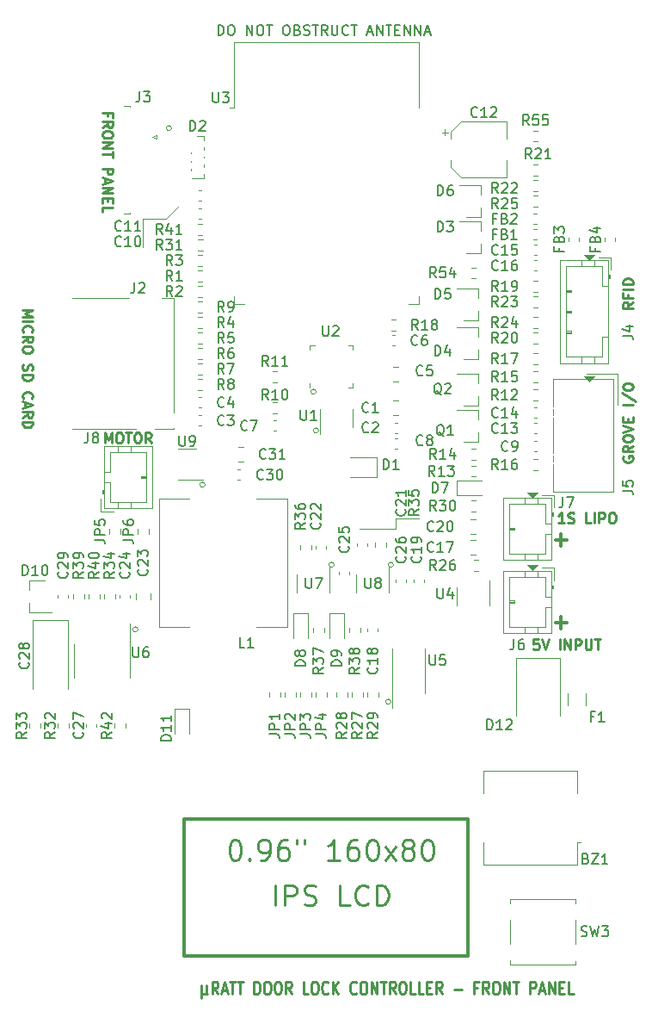
<source format=gto>
%TF.GenerationSoftware,KiCad,Pcbnew,(5.1.8)-1*%
%TF.CreationDate,2020-12-22T12:44:13-05:00*%
%TF.ProjectId,uratt,75726174-742e-46b6-9963-61645f706362,rev?*%
%TF.SameCoordinates,Original*%
%TF.FileFunction,Legend,Top*%
%TF.FilePolarity,Positive*%
%FSLAX46Y46*%
G04 Gerber Fmt 4.6, Leading zero omitted, Abs format (unit mm)*
G04 Created by KiCad (PCBNEW (5.1.8)-1) date 2020-12-22 12:44:13*
%MOMM*%
%LPD*%
G01*
G04 APERTURE LIST*
%ADD10C,0.120000*%
%ADD11C,0.250000*%
%ADD12C,0.100000*%
%ADD13C,0.300000*%
%ADD14C,0.150000*%
G04 APERTURE END LIST*
D10*
X62992000Y-71628000D02*
X65278000Y-71628000D01*
X62992000Y-72644000D02*
X62992000Y-71628000D01*
X59436000Y-72644000D02*
X62992000Y-72644000D01*
D11*
X43834595Y-117572142D02*
X43834595Y-118822142D01*
X44310785Y-118226904D02*
X44358404Y-118345952D01*
X44453642Y-118405476D01*
X43834595Y-118226904D02*
X43882214Y-118345952D01*
X43977452Y-118405476D01*
X44167928Y-118405476D01*
X44263166Y-118345952D01*
X44310785Y-118226904D01*
X44310785Y-117572142D01*
X45453642Y-118405476D02*
X45120309Y-117810238D01*
X44882214Y-118405476D02*
X44882214Y-117155476D01*
X45263166Y-117155476D01*
X45358404Y-117215000D01*
X45406023Y-117274523D01*
X45453642Y-117393571D01*
X45453642Y-117572142D01*
X45406023Y-117691190D01*
X45358404Y-117750714D01*
X45263166Y-117810238D01*
X44882214Y-117810238D01*
X45834595Y-118048333D02*
X46310785Y-118048333D01*
X45739357Y-118405476D02*
X46072690Y-117155476D01*
X46406023Y-118405476D01*
X46596500Y-117155476D02*
X47167928Y-117155476D01*
X46882214Y-118405476D02*
X46882214Y-117155476D01*
X47358404Y-117155476D02*
X47929833Y-117155476D01*
X47644119Y-118405476D02*
X47644119Y-117155476D01*
X49025071Y-118405476D02*
X49025071Y-117155476D01*
X49263166Y-117155476D01*
X49406023Y-117215000D01*
X49501261Y-117334047D01*
X49548880Y-117453095D01*
X49596500Y-117691190D01*
X49596500Y-117869761D01*
X49548880Y-118107857D01*
X49501261Y-118226904D01*
X49406023Y-118345952D01*
X49263166Y-118405476D01*
X49025071Y-118405476D01*
X50215547Y-117155476D02*
X50406023Y-117155476D01*
X50501261Y-117215000D01*
X50596500Y-117334047D01*
X50644119Y-117572142D01*
X50644119Y-117988809D01*
X50596500Y-118226904D01*
X50501261Y-118345952D01*
X50406023Y-118405476D01*
X50215547Y-118405476D01*
X50120309Y-118345952D01*
X50025071Y-118226904D01*
X49977452Y-117988809D01*
X49977452Y-117572142D01*
X50025071Y-117334047D01*
X50120309Y-117215000D01*
X50215547Y-117155476D01*
X51263166Y-117155476D02*
X51453642Y-117155476D01*
X51548880Y-117215000D01*
X51644119Y-117334047D01*
X51691738Y-117572142D01*
X51691738Y-117988809D01*
X51644119Y-118226904D01*
X51548880Y-118345952D01*
X51453642Y-118405476D01*
X51263166Y-118405476D01*
X51167928Y-118345952D01*
X51072690Y-118226904D01*
X51025071Y-117988809D01*
X51025071Y-117572142D01*
X51072690Y-117334047D01*
X51167928Y-117215000D01*
X51263166Y-117155476D01*
X52691738Y-118405476D02*
X52358404Y-117810238D01*
X52120309Y-118405476D02*
X52120309Y-117155476D01*
X52501261Y-117155476D01*
X52596500Y-117215000D01*
X52644119Y-117274523D01*
X52691738Y-117393571D01*
X52691738Y-117572142D01*
X52644119Y-117691190D01*
X52596500Y-117750714D01*
X52501261Y-117810238D01*
X52120309Y-117810238D01*
X54358404Y-118405476D02*
X53882214Y-118405476D01*
X53882214Y-117155476D01*
X54882214Y-117155476D02*
X55072690Y-117155476D01*
X55167928Y-117215000D01*
X55263166Y-117334047D01*
X55310785Y-117572142D01*
X55310785Y-117988809D01*
X55263166Y-118226904D01*
X55167928Y-118345952D01*
X55072690Y-118405476D01*
X54882214Y-118405476D01*
X54786976Y-118345952D01*
X54691738Y-118226904D01*
X54644119Y-117988809D01*
X54644119Y-117572142D01*
X54691738Y-117334047D01*
X54786976Y-117215000D01*
X54882214Y-117155476D01*
X56310785Y-118286428D02*
X56263166Y-118345952D01*
X56120309Y-118405476D01*
X56025071Y-118405476D01*
X55882214Y-118345952D01*
X55786976Y-118226904D01*
X55739357Y-118107857D01*
X55691738Y-117869761D01*
X55691738Y-117691190D01*
X55739357Y-117453095D01*
X55786976Y-117334047D01*
X55882214Y-117215000D01*
X56025071Y-117155476D01*
X56120309Y-117155476D01*
X56263166Y-117215000D01*
X56310785Y-117274523D01*
X56739357Y-118405476D02*
X56739357Y-117155476D01*
X57310785Y-118405476D02*
X56882214Y-117691190D01*
X57310785Y-117155476D02*
X56739357Y-117869761D01*
X59072690Y-118286428D02*
X59025071Y-118345952D01*
X58882214Y-118405476D01*
X58786976Y-118405476D01*
X58644119Y-118345952D01*
X58548880Y-118226904D01*
X58501261Y-118107857D01*
X58453642Y-117869761D01*
X58453642Y-117691190D01*
X58501261Y-117453095D01*
X58548880Y-117334047D01*
X58644119Y-117215000D01*
X58786976Y-117155476D01*
X58882214Y-117155476D01*
X59025071Y-117215000D01*
X59072690Y-117274523D01*
X59691738Y-117155476D02*
X59882214Y-117155476D01*
X59977452Y-117215000D01*
X60072690Y-117334047D01*
X60120309Y-117572142D01*
X60120309Y-117988809D01*
X60072690Y-118226904D01*
X59977452Y-118345952D01*
X59882214Y-118405476D01*
X59691738Y-118405476D01*
X59596500Y-118345952D01*
X59501261Y-118226904D01*
X59453642Y-117988809D01*
X59453642Y-117572142D01*
X59501261Y-117334047D01*
X59596500Y-117215000D01*
X59691738Y-117155476D01*
X60548880Y-118405476D02*
X60548880Y-117155476D01*
X61120309Y-118405476D01*
X61120309Y-117155476D01*
X61453642Y-117155476D02*
X62025071Y-117155476D01*
X61739357Y-118405476D02*
X61739357Y-117155476D01*
X62929833Y-118405476D02*
X62596500Y-117810238D01*
X62358404Y-118405476D02*
X62358404Y-117155476D01*
X62739357Y-117155476D01*
X62834595Y-117215000D01*
X62882214Y-117274523D01*
X62929833Y-117393571D01*
X62929833Y-117572142D01*
X62882214Y-117691190D01*
X62834595Y-117750714D01*
X62739357Y-117810238D01*
X62358404Y-117810238D01*
X63548880Y-117155476D02*
X63739357Y-117155476D01*
X63834595Y-117215000D01*
X63929833Y-117334047D01*
X63977452Y-117572142D01*
X63977452Y-117988809D01*
X63929833Y-118226904D01*
X63834595Y-118345952D01*
X63739357Y-118405476D01*
X63548880Y-118405476D01*
X63453642Y-118345952D01*
X63358404Y-118226904D01*
X63310785Y-117988809D01*
X63310785Y-117572142D01*
X63358404Y-117334047D01*
X63453642Y-117215000D01*
X63548880Y-117155476D01*
X64882214Y-118405476D02*
X64406023Y-118405476D01*
X64406023Y-117155476D01*
X65691738Y-118405476D02*
X65215547Y-118405476D01*
X65215547Y-117155476D01*
X66025071Y-117750714D02*
X66358404Y-117750714D01*
X66501261Y-118405476D02*
X66025071Y-118405476D01*
X66025071Y-117155476D01*
X66501261Y-117155476D01*
X67501261Y-118405476D02*
X67167928Y-117810238D01*
X66929833Y-118405476D02*
X66929833Y-117155476D01*
X67310785Y-117155476D01*
X67406023Y-117215000D01*
X67453642Y-117274523D01*
X67501261Y-117393571D01*
X67501261Y-117572142D01*
X67453642Y-117691190D01*
X67406023Y-117750714D01*
X67310785Y-117810238D01*
X66929833Y-117810238D01*
X68691738Y-117929285D02*
X69453642Y-117929285D01*
X71025071Y-117750714D02*
X70691738Y-117750714D01*
X70691738Y-118405476D02*
X70691738Y-117155476D01*
X71167928Y-117155476D01*
X72120309Y-118405476D02*
X71786976Y-117810238D01*
X71548880Y-118405476D02*
X71548880Y-117155476D01*
X71929833Y-117155476D01*
X72025071Y-117215000D01*
X72072690Y-117274523D01*
X72120309Y-117393571D01*
X72120309Y-117572142D01*
X72072690Y-117691190D01*
X72025071Y-117750714D01*
X71929833Y-117810238D01*
X71548880Y-117810238D01*
X72739357Y-117155476D02*
X72929833Y-117155476D01*
X73025071Y-117215000D01*
X73120309Y-117334047D01*
X73167928Y-117572142D01*
X73167928Y-117988809D01*
X73120309Y-118226904D01*
X73025071Y-118345952D01*
X72929833Y-118405476D01*
X72739357Y-118405476D01*
X72644119Y-118345952D01*
X72548880Y-118226904D01*
X72501261Y-117988809D01*
X72501261Y-117572142D01*
X72548880Y-117334047D01*
X72644119Y-117215000D01*
X72739357Y-117155476D01*
X73596500Y-118405476D02*
X73596500Y-117155476D01*
X74167928Y-118405476D01*
X74167928Y-117155476D01*
X74501261Y-117155476D02*
X75072690Y-117155476D01*
X74786976Y-118405476D02*
X74786976Y-117155476D01*
X76167928Y-118405476D02*
X76167928Y-117155476D01*
X76548880Y-117155476D01*
X76644119Y-117215000D01*
X76691738Y-117274523D01*
X76739357Y-117393571D01*
X76739357Y-117572142D01*
X76691738Y-117691190D01*
X76644119Y-117750714D01*
X76548880Y-117810238D01*
X76167928Y-117810238D01*
X77120309Y-118048333D02*
X77596500Y-118048333D01*
X77025071Y-118405476D02*
X77358404Y-117155476D01*
X77691738Y-118405476D01*
X78025071Y-118405476D02*
X78025071Y-117155476D01*
X78596500Y-118405476D01*
X78596500Y-117155476D01*
X79072690Y-117750714D02*
X79406023Y-117750714D01*
X79548880Y-118405476D02*
X79072690Y-118405476D01*
X79072690Y-117155476D01*
X79548880Y-117155476D01*
X80453642Y-118405476D02*
X79977452Y-118405476D01*
X79977452Y-117155476D01*
D10*
X40890000Y-33274000D02*
G75*
G03*
X40890000Y-33274000I-250000J0D01*
G01*
X44192000Y-68326000D02*
G75*
G03*
X44192000Y-68326000I-250000J0D01*
G01*
X37588000Y-82550000D02*
G75*
G03*
X37588000Y-82550000I-250000J0D01*
G01*
X62480000Y-89662000D02*
G75*
G03*
X62480000Y-89662000I-250000J0D01*
G01*
X62734000Y-76200000D02*
G75*
G03*
X62734000Y-76200000I-250000J0D01*
G01*
X56892000Y-76200000D02*
G75*
G03*
X56892000Y-76200000I-250000J0D01*
G01*
X55368000Y-62992000D02*
G75*
G03*
X55368000Y-62992000I-250000J0D01*
G01*
X55114000Y-59182000D02*
G75*
G03*
X55114000Y-59182000I-250000J0D01*
G01*
D11*
X34615428Y-32099809D02*
X34615428Y-31766476D01*
X34091619Y-31766476D02*
X35091619Y-31766476D01*
X35091619Y-32242666D01*
X34091619Y-33195047D02*
X34567809Y-32861714D01*
X34091619Y-32623619D02*
X35091619Y-32623619D01*
X35091619Y-33004571D01*
X35044000Y-33099809D01*
X34996380Y-33147428D01*
X34901142Y-33195047D01*
X34758285Y-33195047D01*
X34663047Y-33147428D01*
X34615428Y-33099809D01*
X34567809Y-33004571D01*
X34567809Y-32623619D01*
X35091619Y-33814095D02*
X35091619Y-34004571D01*
X35044000Y-34099809D01*
X34948761Y-34195047D01*
X34758285Y-34242666D01*
X34424952Y-34242666D01*
X34234476Y-34195047D01*
X34139238Y-34099809D01*
X34091619Y-34004571D01*
X34091619Y-33814095D01*
X34139238Y-33718857D01*
X34234476Y-33623619D01*
X34424952Y-33576000D01*
X34758285Y-33576000D01*
X34948761Y-33623619D01*
X35044000Y-33718857D01*
X35091619Y-33814095D01*
X34091619Y-34671238D02*
X35091619Y-34671238D01*
X34091619Y-35242666D01*
X35091619Y-35242666D01*
X35091619Y-35576000D02*
X35091619Y-36147428D01*
X34091619Y-35861714D02*
X35091619Y-35861714D01*
X34091619Y-37242666D02*
X35091619Y-37242666D01*
X35091619Y-37623619D01*
X35044000Y-37718857D01*
X34996380Y-37766476D01*
X34901142Y-37814095D01*
X34758285Y-37814095D01*
X34663047Y-37766476D01*
X34615428Y-37718857D01*
X34567809Y-37623619D01*
X34567809Y-37242666D01*
X34377333Y-38195047D02*
X34377333Y-38671238D01*
X34091619Y-38099809D02*
X35091619Y-38433142D01*
X34091619Y-38766476D01*
X34091619Y-39099809D02*
X35091619Y-39099809D01*
X34091619Y-39671238D01*
X35091619Y-39671238D01*
X34615428Y-40147428D02*
X34615428Y-40480761D01*
X34091619Y-40623619D02*
X34091619Y-40147428D01*
X35091619Y-40147428D01*
X35091619Y-40623619D01*
X34091619Y-41528380D02*
X34091619Y-41052190D01*
X35091619Y-41052190D01*
D10*
X40386000Y-42164000D02*
X41656000Y-40894000D01*
X38100000Y-42164000D02*
X40386000Y-42164000D01*
X38100000Y-44958000D02*
X38100000Y-42164000D01*
D12*
G36*
X76454000Y-76708000D02*
G01*
X75946000Y-76200000D01*
X76962000Y-76200000D01*
X76454000Y-76708000D01*
G37*
X76454000Y-76708000D02*
X75946000Y-76200000D01*
X76962000Y-76200000D01*
X76454000Y-76708000D01*
G36*
X76454000Y-69596000D02*
G01*
X75946000Y-69088000D01*
X76962000Y-69088000D01*
X76454000Y-69596000D01*
G37*
X76454000Y-69596000D02*
X75946000Y-69088000D01*
X76962000Y-69088000D01*
X76454000Y-69596000D01*
D11*
X26217619Y-51134095D02*
X27217619Y-51134095D01*
X26503333Y-51467428D01*
X27217619Y-51800761D01*
X26217619Y-51800761D01*
X26217619Y-52276952D02*
X27217619Y-52276952D01*
X26312857Y-53324571D02*
X26265238Y-53276952D01*
X26217619Y-53134095D01*
X26217619Y-53038857D01*
X26265238Y-52896000D01*
X26360476Y-52800761D01*
X26455714Y-52753142D01*
X26646190Y-52705523D01*
X26789047Y-52705523D01*
X26979523Y-52753142D01*
X27074761Y-52800761D01*
X27170000Y-52896000D01*
X27217619Y-53038857D01*
X27217619Y-53134095D01*
X27170000Y-53276952D01*
X27122380Y-53324571D01*
X26217619Y-54324571D02*
X26693809Y-53991238D01*
X26217619Y-53753142D02*
X27217619Y-53753142D01*
X27217619Y-54134095D01*
X27170000Y-54229333D01*
X27122380Y-54276952D01*
X27027142Y-54324571D01*
X26884285Y-54324571D01*
X26789047Y-54276952D01*
X26741428Y-54229333D01*
X26693809Y-54134095D01*
X26693809Y-53753142D01*
X27217619Y-54943619D02*
X27217619Y-55134095D01*
X27170000Y-55229333D01*
X27074761Y-55324571D01*
X26884285Y-55372190D01*
X26550952Y-55372190D01*
X26360476Y-55324571D01*
X26265238Y-55229333D01*
X26217619Y-55134095D01*
X26217619Y-54943619D01*
X26265238Y-54848380D01*
X26360476Y-54753142D01*
X26550952Y-54705523D01*
X26884285Y-54705523D01*
X27074761Y-54753142D01*
X27170000Y-54848380D01*
X27217619Y-54943619D01*
X26265238Y-56515047D02*
X26217619Y-56657904D01*
X26217619Y-56896000D01*
X26265238Y-56991238D01*
X26312857Y-57038857D01*
X26408095Y-57086476D01*
X26503333Y-57086476D01*
X26598571Y-57038857D01*
X26646190Y-56991238D01*
X26693809Y-56896000D01*
X26741428Y-56705523D01*
X26789047Y-56610285D01*
X26836666Y-56562666D01*
X26931904Y-56515047D01*
X27027142Y-56515047D01*
X27122380Y-56562666D01*
X27170000Y-56610285D01*
X27217619Y-56705523D01*
X27217619Y-56943619D01*
X27170000Y-57086476D01*
X26217619Y-57515047D02*
X27217619Y-57515047D01*
X27217619Y-57753142D01*
X27170000Y-57896000D01*
X27074761Y-57991238D01*
X26979523Y-58038857D01*
X26789047Y-58086476D01*
X26646190Y-58086476D01*
X26455714Y-58038857D01*
X26360476Y-57991238D01*
X26265238Y-57896000D01*
X26217619Y-57753142D01*
X26217619Y-57515047D01*
X26312857Y-59848380D02*
X26265238Y-59800761D01*
X26217619Y-59657904D01*
X26217619Y-59562666D01*
X26265238Y-59419809D01*
X26360476Y-59324571D01*
X26455714Y-59276952D01*
X26646190Y-59229333D01*
X26789047Y-59229333D01*
X26979523Y-59276952D01*
X27074761Y-59324571D01*
X27170000Y-59419809D01*
X27217619Y-59562666D01*
X27217619Y-59657904D01*
X27170000Y-59800761D01*
X27122380Y-59848380D01*
X26503333Y-60229333D02*
X26503333Y-60705523D01*
X26217619Y-60134095D02*
X27217619Y-60467428D01*
X26217619Y-60800761D01*
X26217619Y-61705523D02*
X26693809Y-61372190D01*
X26217619Y-61134095D02*
X27217619Y-61134095D01*
X27217619Y-61515047D01*
X27170000Y-61610285D01*
X27122380Y-61657904D01*
X27027142Y-61705523D01*
X26884285Y-61705523D01*
X26789047Y-61657904D01*
X26741428Y-61610285D01*
X26693809Y-61515047D01*
X26693809Y-61134095D01*
X26217619Y-62134095D02*
X27217619Y-62134095D01*
X27217619Y-62372190D01*
X27170000Y-62515047D01*
X27074761Y-62610285D01*
X26979523Y-62657904D01*
X26789047Y-62705523D01*
X26646190Y-62705523D01*
X26455714Y-62657904D01*
X26360476Y-62610285D01*
X26265238Y-62515047D01*
X26217619Y-62372190D01*
X26217619Y-62134095D01*
X34314095Y-64206380D02*
X34314095Y-63206380D01*
X34647428Y-63920666D01*
X34980761Y-63206380D01*
X34980761Y-64206380D01*
X35647428Y-63206380D02*
X35837904Y-63206380D01*
X35933142Y-63254000D01*
X36028380Y-63349238D01*
X36076000Y-63539714D01*
X36076000Y-63873047D01*
X36028380Y-64063523D01*
X35933142Y-64158761D01*
X35837904Y-64206380D01*
X35647428Y-64206380D01*
X35552190Y-64158761D01*
X35456952Y-64063523D01*
X35409333Y-63873047D01*
X35409333Y-63539714D01*
X35456952Y-63349238D01*
X35552190Y-63254000D01*
X35647428Y-63206380D01*
X36361714Y-63206380D02*
X36933142Y-63206380D01*
X36647428Y-64206380D02*
X36647428Y-63206380D01*
X37456952Y-63206380D02*
X37647428Y-63206380D01*
X37742666Y-63254000D01*
X37837904Y-63349238D01*
X37885523Y-63539714D01*
X37885523Y-63873047D01*
X37837904Y-64063523D01*
X37742666Y-64158761D01*
X37647428Y-64206380D01*
X37456952Y-64206380D01*
X37361714Y-64158761D01*
X37266476Y-64063523D01*
X37218857Y-63873047D01*
X37218857Y-63539714D01*
X37266476Y-63349238D01*
X37361714Y-63254000D01*
X37456952Y-63206380D01*
X38885523Y-64206380D02*
X38552190Y-63730190D01*
X38314095Y-64206380D02*
X38314095Y-63206380D01*
X38695047Y-63206380D01*
X38790285Y-63254000D01*
X38837904Y-63301619D01*
X38885523Y-63396857D01*
X38885523Y-63539714D01*
X38837904Y-63634952D01*
X38790285Y-63682571D01*
X38695047Y-63730190D01*
X38314095Y-63730190D01*
D12*
G36*
X82042000Y-58166000D02*
G01*
X81534000Y-57658000D01*
X82550000Y-57658000D01*
X82042000Y-58166000D01*
G37*
X82042000Y-58166000D02*
X81534000Y-57658000D01*
X82550000Y-57658000D01*
X82042000Y-58166000D01*
G36*
X82042000Y-46228000D02*
G01*
X81534000Y-45720000D01*
X82550000Y-45720000D01*
X82042000Y-46228000D01*
G37*
X82042000Y-46228000D02*
X81534000Y-45720000D01*
X82550000Y-45720000D01*
X82042000Y-46228000D01*
D11*
X86304380Y-50387142D02*
X85828190Y-50720476D01*
X86304380Y-50958571D02*
X85304380Y-50958571D01*
X85304380Y-50577619D01*
X85352000Y-50482380D01*
X85399619Y-50434761D01*
X85494857Y-50387142D01*
X85637714Y-50387142D01*
X85732952Y-50434761D01*
X85780571Y-50482380D01*
X85828190Y-50577619D01*
X85828190Y-50958571D01*
X85780571Y-49625238D02*
X85780571Y-49958571D01*
X86304380Y-49958571D02*
X85304380Y-49958571D01*
X85304380Y-49482380D01*
X86304380Y-49101428D02*
X85304380Y-49101428D01*
X86304380Y-48625238D02*
X85304380Y-48625238D01*
X85304380Y-48387142D01*
X85352000Y-48244285D01*
X85447238Y-48149047D01*
X85542476Y-48101428D01*
X85732952Y-48053809D01*
X85875809Y-48053809D01*
X86066285Y-48101428D01*
X86161523Y-48149047D01*
X86256761Y-48244285D01*
X86304380Y-48387142D01*
X86304380Y-48625238D01*
X85352000Y-65539523D02*
X85304380Y-65634761D01*
X85304380Y-65777619D01*
X85352000Y-65920476D01*
X85447238Y-66015714D01*
X85542476Y-66063333D01*
X85732952Y-66110952D01*
X85875809Y-66110952D01*
X86066285Y-66063333D01*
X86161523Y-66015714D01*
X86256761Y-65920476D01*
X86304380Y-65777619D01*
X86304380Y-65682380D01*
X86256761Y-65539523D01*
X86209142Y-65491904D01*
X85875809Y-65491904D01*
X85875809Y-65682380D01*
X86304380Y-64491904D02*
X85828190Y-64825238D01*
X86304380Y-65063333D02*
X85304380Y-65063333D01*
X85304380Y-64682380D01*
X85352000Y-64587142D01*
X85399619Y-64539523D01*
X85494857Y-64491904D01*
X85637714Y-64491904D01*
X85732952Y-64539523D01*
X85780571Y-64587142D01*
X85828190Y-64682380D01*
X85828190Y-65063333D01*
X85304380Y-63872857D02*
X85304380Y-63682380D01*
X85352000Y-63587142D01*
X85447238Y-63491904D01*
X85637714Y-63444285D01*
X85971047Y-63444285D01*
X86161523Y-63491904D01*
X86256761Y-63587142D01*
X86304380Y-63682380D01*
X86304380Y-63872857D01*
X86256761Y-63968095D01*
X86161523Y-64063333D01*
X85971047Y-64110952D01*
X85637714Y-64110952D01*
X85447238Y-64063333D01*
X85352000Y-63968095D01*
X85304380Y-63872857D01*
X85304380Y-63158571D02*
X86304380Y-62825238D01*
X85304380Y-62491904D01*
X85780571Y-62158571D02*
X85780571Y-61825238D01*
X86304380Y-61682380D02*
X86304380Y-62158571D01*
X85304380Y-62158571D01*
X85304380Y-61682380D01*
X86304380Y-60491904D02*
X85304380Y-60491904D01*
X85256761Y-59301428D02*
X86542476Y-60158571D01*
X85304380Y-58777619D02*
X85304380Y-58587142D01*
X85352000Y-58491904D01*
X85447238Y-58396666D01*
X85637714Y-58349047D01*
X85971047Y-58349047D01*
X86161523Y-58396666D01*
X86256761Y-58491904D01*
X86304380Y-58587142D01*
X86304380Y-58777619D01*
X86256761Y-58872857D01*
X86161523Y-58968095D01*
X85971047Y-59015714D01*
X85637714Y-59015714D01*
X85447238Y-58968095D01*
X85352000Y-58872857D01*
X85304380Y-58777619D01*
X77017904Y-83526380D02*
X76541714Y-83526380D01*
X76494095Y-84002571D01*
X76541714Y-83954952D01*
X76636952Y-83907333D01*
X76875047Y-83907333D01*
X76970285Y-83954952D01*
X77017904Y-84002571D01*
X77065523Y-84097809D01*
X77065523Y-84335904D01*
X77017904Y-84431142D01*
X76970285Y-84478761D01*
X76875047Y-84526380D01*
X76636952Y-84526380D01*
X76541714Y-84478761D01*
X76494095Y-84431142D01*
X77351238Y-83526380D02*
X77684571Y-84526380D01*
X78017904Y-83526380D01*
X79113142Y-84526380D02*
X79113142Y-83526380D01*
X79589333Y-84526380D02*
X79589333Y-83526380D01*
X80160761Y-84526380D01*
X80160761Y-83526380D01*
X80636952Y-84526380D02*
X80636952Y-83526380D01*
X81017904Y-83526380D01*
X81113142Y-83574000D01*
X81160761Y-83621619D01*
X81208380Y-83716857D01*
X81208380Y-83859714D01*
X81160761Y-83954952D01*
X81113142Y-84002571D01*
X81017904Y-84050190D01*
X80636952Y-84050190D01*
X81636952Y-83526380D02*
X81636952Y-84335904D01*
X81684571Y-84431142D01*
X81732190Y-84478761D01*
X81827428Y-84526380D01*
X82017904Y-84526380D01*
X82113142Y-84478761D01*
X82160761Y-84431142D01*
X82208380Y-84335904D01*
X82208380Y-83526380D01*
X82541714Y-83526380D02*
X83113142Y-83526380D01*
X82827428Y-84526380D02*
X82827428Y-83526380D01*
D13*
X78676571Y-81895142D02*
X79819428Y-81895142D01*
X79248000Y-82466571D02*
X79248000Y-81323714D01*
X78676571Y-73767142D02*
X79819428Y-73767142D01*
X79248000Y-74338571D02*
X79248000Y-73195714D01*
D11*
X79549904Y-72080380D02*
X78978476Y-72080380D01*
X79264190Y-72080380D02*
X79264190Y-71080380D01*
X79168952Y-71223238D01*
X79073714Y-71318476D01*
X78978476Y-71366095D01*
X79930857Y-72032761D02*
X80073714Y-72080380D01*
X80311809Y-72080380D01*
X80407047Y-72032761D01*
X80454666Y-71985142D01*
X80502285Y-71889904D01*
X80502285Y-71794666D01*
X80454666Y-71699428D01*
X80407047Y-71651809D01*
X80311809Y-71604190D01*
X80121333Y-71556571D01*
X80026095Y-71508952D01*
X79978476Y-71461333D01*
X79930857Y-71366095D01*
X79930857Y-71270857D01*
X79978476Y-71175619D01*
X80026095Y-71128000D01*
X80121333Y-71080380D01*
X80359428Y-71080380D01*
X80502285Y-71128000D01*
X82168952Y-72080380D02*
X81692761Y-72080380D01*
X81692761Y-71080380D01*
X82502285Y-72080380D02*
X82502285Y-71080380D01*
X82978476Y-72080380D02*
X82978476Y-71080380D01*
X83359428Y-71080380D01*
X83454666Y-71128000D01*
X83502285Y-71175619D01*
X83549904Y-71270857D01*
X83549904Y-71413714D01*
X83502285Y-71508952D01*
X83454666Y-71556571D01*
X83359428Y-71604190D01*
X82978476Y-71604190D01*
X84168952Y-71080380D02*
X84359428Y-71080380D01*
X84454666Y-71128000D01*
X84549904Y-71223238D01*
X84597523Y-71413714D01*
X84597523Y-71747047D01*
X84549904Y-71937523D01*
X84454666Y-72032761D01*
X84359428Y-72080380D01*
X84168952Y-72080380D01*
X84073714Y-72032761D01*
X83978476Y-71937523D01*
X83930857Y-71747047D01*
X83930857Y-71413714D01*
X83978476Y-71223238D01*
X84073714Y-71128000D01*
X84168952Y-71080380D01*
D14*
X45475238Y-24132381D02*
X45475238Y-23132381D01*
X45713333Y-23132381D01*
X45856190Y-23180001D01*
X45951428Y-23275239D01*
X45999047Y-23370477D01*
X46046666Y-23560953D01*
X46046666Y-23703810D01*
X45999047Y-23894286D01*
X45951428Y-23989524D01*
X45856190Y-24084762D01*
X45713333Y-24132381D01*
X45475238Y-24132381D01*
X46665714Y-23132381D02*
X46856190Y-23132381D01*
X46951428Y-23180001D01*
X47046666Y-23275239D01*
X47094285Y-23465715D01*
X47094285Y-23799048D01*
X47046666Y-23989524D01*
X46951428Y-24084762D01*
X46856190Y-24132381D01*
X46665714Y-24132381D01*
X46570476Y-24084762D01*
X46475238Y-23989524D01*
X46427619Y-23799048D01*
X46427619Y-23465715D01*
X46475238Y-23275239D01*
X46570476Y-23180001D01*
X46665714Y-23132381D01*
X48284761Y-24132381D02*
X48284761Y-23132381D01*
X48856190Y-24132381D01*
X48856190Y-23132381D01*
X49522857Y-23132381D02*
X49713333Y-23132381D01*
X49808571Y-23180001D01*
X49903809Y-23275239D01*
X49951428Y-23465715D01*
X49951428Y-23799048D01*
X49903809Y-23989524D01*
X49808571Y-24084762D01*
X49713333Y-24132381D01*
X49522857Y-24132381D01*
X49427619Y-24084762D01*
X49332380Y-23989524D01*
X49284761Y-23799048D01*
X49284761Y-23465715D01*
X49332380Y-23275239D01*
X49427619Y-23180001D01*
X49522857Y-23132381D01*
X50237142Y-23132381D02*
X50808571Y-23132381D01*
X50522857Y-24132381D02*
X50522857Y-23132381D01*
X52094285Y-23132381D02*
X52284761Y-23132381D01*
X52380000Y-23180001D01*
X52475238Y-23275239D01*
X52522857Y-23465715D01*
X52522857Y-23799048D01*
X52475238Y-23989524D01*
X52380000Y-24084762D01*
X52284761Y-24132381D01*
X52094285Y-24132381D01*
X51999047Y-24084762D01*
X51903809Y-23989524D01*
X51856190Y-23799048D01*
X51856190Y-23465715D01*
X51903809Y-23275239D01*
X51999047Y-23180001D01*
X52094285Y-23132381D01*
X53284761Y-23608572D02*
X53427619Y-23656191D01*
X53475238Y-23703810D01*
X53522857Y-23799048D01*
X53522857Y-23941905D01*
X53475238Y-24037143D01*
X53427619Y-24084762D01*
X53332380Y-24132381D01*
X52951428Y-24132381D01*
X52951428Y-23132381D01*
X53284761Y-23132381D01*
X53380000Y-23180001D01*
X53427619Y-23227620D01*
X53475238Y-23322858D01*
X53475238Y-23418096D01*
X53427619Y-23513334D01*
X53380000Y-23560953D01*
X53284761Y-23608572D01*
X52951428Y-23608572D01*
X53903809Y-24084762D02*
X54046666Y-24132381D01*
X54284761Y-24132381D01*
X54380000Y-24084762D01*
X54427619Y-24037143D01*
X54475238Y-23941905D01*
X54475238Y-23846667D01*
X54427619Y-23751429D01*
X54380000Y-23703810D01*
X54284761Y-23656191D01*
X54094285Y-23608572D01*
X53999047Y-23560953D01*
X53951428Y-23513334D01*
X53903809Y-23418096D01*
X53903809Y-23322858D01*
X53951428Y-23227620D01*
X53999047Y-23180001D01*
X54094285Y-23132381D01*
X54332380Y-23132381D01*
X54475238Y-23180001D01*
X54760952Y-23132381D02*
X55332380Y-23132381D01*
X55046666Y-24132381D02*
X55046666Y-23132381D01*
X56237142Y-24132381D02*
X55903809Y-23656191D01*
X55665714Y-24132381D02*
X55665714Y-23132381D01*
X56046666Y-23132381D01*
X56141904Y-23180001D01*
X56189523Y-23227620D01*
X56237142Y-23322858D01*
X56237142Y-23465715D01*
X56189523Y-23560953D01*
X56141904Y-23608572D01*
X56046666Y-23656191D01*
X55665714Y-23656191D01*
X56665714Y-23132381D02*
X56665714Y-23941905D01*
X56713333Y-24037143D01*
X56760952Y-24084762D01*
X56856190Y-24132381D01*
X57046666Y-24132381D01*
X57141904Y-24084762D01*
X57189523Y-24037143D01*
X57237142Y-23941905D01*
X57237142Y-23132381D01*
X58284761Y-24037143D02*
X58237142Y-24084762D01*
X58094285Y-24132381D01*
X57999047Y-24132381D01*
X57856190Y-24084762D01*
X57760952Y-23989524D01*
X57713333Y-23894286D01*
X57665714Y-23703810D01*
X57665714Y-23560953D01*
X57713333Y-23370477D01*
X57760952Y-23275239D01*
X57856190Y-23180001D01*
X57999047Y-23132381D01*
X58094285Y-23132381D01*
X58237142Y-23180001D01*
X58284761Y-23227620D01*
X58570476Y-23132381D02*
X59141904Y-23132381D01*
X58856190Y-24132381D02*
X58856190Y-23132381D01*
X60189523Y-23846667D02*
X60665714Y-23846667D01*
X60094285Y-24132381D02*
X60427619Y-23132381D01*
X60760952Y-24132381D01*
X61094285Y-24132381D02*
X61094285Y-23132381D01*
X61665714Y-24132381D01*
X61665714Y-23132381D01*
X61999047Y-23132381D02*
X62570476Y-23132381D01*
X62284761Y-24132381D02*
X62284761Y-23132381D01*
X62903809Y-23608572D02*
X63237142Y-23608572D01*
X63379999Y-24132381D02*
X62903809Y-24132381D01*
X62903809Y-23132381D01*
X63379999Y-23132381D01*
X63808571Y-24132381D02*
X63808571Y-23132381D01*
X64379999Y-24132381D01*
X64379999Y-23132381D01*
X64856190Y-24132381D02*
X64856190Y-23132381D01*
X65427619Y-24132381D01*
X65427619Y-23132381D01*
X65856190Y-23846667D02*
X66332380Y-23846667D01*
X65760952Y-24132381D02*
X66094285Y-23132381D01*
X66427619Y-24132381D01*
D10*
%TO.C,SW3*%
X74260000Y-111068000D02*
X74260000Y-113468000D01*
X74260000Y-109058000D02*
X74260000Y-109468000D01*
X80680000Y-109058000D02*
X74260000Y-109058000D01*
X80680000Y-109468000D02*
X80680000Y-109058000D01*
X80680000Y-113468000D02*
X80680000Y-111068000D01*
X80680000Y-115478000D02*
X80680000Y-115198000D01*
X74260000Y-115478000D02*
X80680000Y-115478000D01*
X74260000Y-115068000D02*
X74260000Y-115478000D01*
%TO.C,JP6*%
X38622500Y-73135258D02*
X38622500Y-72660742D01*
X37577500Y-73135258D02*
X37577500Y-72660742D01*
%TO.C,JP5*%
X35828500Y-73135258D02*
X35828500Y-72660742D01*
X34783500Y-73135258D02*
X34783500Y-72660742D01*
%TO.C,R55*%
X76470742Y-34558500D02*
X76945258Y-34558500D01*
X76470742Y-33513500D02*
X76945258Y-33513500D01*
%TO.C,R54*%
X70849258Y-46975500D02*
X70374742Y-46975500D01*
X70849258Y-48020500D02*
X70374742Y-48020500D01*
%TO.C,J5*%
X78488000Y-66352000D02*
X78488000Y-69002000D01*
X78488000Y-57952000D02*
X78488000Y-60602000D01*
X78488000Y-69002000D02*
X84338000Y-69002000D01*
X78488000Y-61702000D02*
X78488000Y-65202000D01*
X78488000Y-57952000D02*
X84338000Y-57952000D01*
X84338000Y-57952000D02*
X84338000Y-69002000D01*
X78488000Y-60852000D02*
X78488000Y-61452000D01*
X78488000Y-65452000D02*
X78488000Y-66052000D01*
X81788000Y-57452000D02*
X84788000Y-57452000D01*
X84788000Y-57452000D02*
X84788000Y-60452000D01*
%TO.C,FB4*%
X84584000Y-44358779D02*
X84584000Y-44033221D01*
X83564000Y-44358779D02*
X83564000Y-44033221D01*
%TO.C,FB3*%
X81028000Y-44358779D02*
X81028000Y-44033221D01*
X80008000Y-44358779D02*
X80008000Y-44033221D01*
%TO.C,F1*%
X79862000Y-90010064D02*
X79862000Y-88805936D01*
X81682000Y-90010064D02*
X81682000Y-88805936D01*
%TO.C,D12*%
X79112000Y-85350000D02*
X74812000Y-85350000D01*
X74812000Y-85350000D02*
X74812000Y-91050000D01*
X79112000Y-85350000D02*
X79112000Y-91050000D01*
%TO.C,J3*%
X36822000Y-31165001D02*
X36822000Y-31055001D01*
X36822000Y-31055001D02*
X36222000Y-31055001D01*
X36822000Y-41595001D02*
X36822000Y-41705001D01*
X36822000Y-41705001D02*
X36222000Y-41705001D01*
X39412000Y-33930001D02*
X39012000Y-34130001D01*
X39012000Y-34130001D02*
X39412000Y-34330001D01*
X39412000Y-34330001D02*
X39412000Y-33930001D01*
%TO.C,D1*%
X61121000Y-65646001D02*
X58436000Y-65646001D01*
X61121000Y-67566001D02*
X61121000Y-65646001D01*
X58436000Y-67566001D02*
X61121000Y-67566001D01*
%TO.C,R24*%
X76945258Y-51859501D02*
X76470742Y-51859501D01*
X76945258Y-52904501D02*
X76470742Y-52904501D01*
%TO.C,U6*%
X36766500Y-81973001D02*
X36766500Y-87306001D01*
X31305500Y-87305001D02*
X31305500Y-84005001D01*
D13*
%TO.C,LCD1*%
X70096000Y-114661000D02*
X70096000Y-101161000D01*
X70096000Y-101161000D02*
X42146000Y-101161000D01*
X42146000Y-114661000D02*
X70096000Y-114661000D01*
X42146000Y-101161000D02*
X42146000Y-114661000D01*
D10*
%TO.C,C28*%
X27246000Y-81642001D02*
X27246000Y-88402001D01*
X30666000Y-81642001D02*
X27246000Y-81642001D01*
X30666000Y-88402001D02*
X30666000Y-81642001D01*
%TO.C,BZ1*%
X80800000Y-103476000D02*
X81200000Y-103476000D01*
X80800000Y-105676000D02*
X80800000Y-103476000D01*
X80800000Y-98676000D02*
X80800000Y-96476000D01*
X71600000Y-98676000D02*
X71600000Y-96476000D01*
X71600000Y-96476000D02*
X80800000Y-96476000D01*
X71600000Y-105676000D02*
X71600000Y-103476000D01*
X80800000Y-105676000D02*
X71600000Y-105676000D01*
%TO.C,J8*%
X33958000Y-70940000D02*
X35208000Y-70940000D01*
X33958000Y-69690000D02*
X33958000Y-70940000D01*
X38368000Y-67580000D02*
X37868000Y-67580000D01*
X37868000Y-67480000D02*
X38368000Y-67480000D01*
X37868000Y-67680000D02*
X37868000Y-67480000D01*
X38368000Y-67680000D02*
X37868000Y-67680000D01*
X36868000Y-64520000D02*
X36868000Y-65130000D01*
X35568000Y-64520000D02*
X35568000Y-65130000D01*
X36868000Y-70640000D02*
X36868000Y-70030000D01*
X35568000Y-70640000D02*
X35568000Y-70030000D01*
X34868000Y-67080000D02*
X34258000Y-67080000D01*
X34868000Y-65130000D02*
X34868000Y-67080000D01*
X38368000Y-65130000D02*
X34868000Y-65130000D01*
X38368000Y-70030000D02*
X38368000Y-65130000D01*
X34868000Y-70030000D02*
X38368000Y-70030000D01*
X34868000Y-68080000D02*
X34868000Y-70030000D01*
X34258000Y-68080000D02*
X34868000Y-68080000D01*
X34158000Y-68880000D02*
X34158000Y-69180000D01*
X34058000Y-69180000D02*
X34258000Y-69180000D01*
X34058000Y-68880000D02*
X34058000Y-69180000D01*
X34258000Y-68880000D02*
X34058000Y-68880000D01*
X34258000Y-64520000D02*
X34258000Y-70640000D01*
X38978000Y-64520000D02*
X34258000Y-64520000D01*
X38978000Y-70640000D02*
X38978000Y-64520000D01*
X34258000Y-70640000D02*
X38978000Y-70640000D01*
%TO.C,J7*%
X78564000Y-69326001D02*
X77314000Y-69326001D01*
X78564000Y-70576001D02*
X78564000Y-69326001D01*
X74154000Y-72686001D02*
X74654000Y-72686001D01*
X74654000Y-72786001D02*
X74154000Y-72786001D01*
X74654000Y-72586001D02*
X74654000Y-72786001D01*
X74154000Y-72586001D02*
X74654000Y-72586001D01*
X75654000Y-75746001D02*
X75654000Y-75136001D01*
X76954000Y-75746001D02*
X76954000Y-75136001D01*
X75654000Y-69626001D02*
X75654000Y-70236001D01*
X76954000Y-69626001D02*
X76954000Y-70236001D01*
X77654000Y-73186001D02*
X78264000Y-73186001D01*
X77654000Y-75136001D02*
X77654000Y-73186001D01*
X74154000Y-75136001D02*
X77654000Y-75136001D01*
X74154000Y-70236001D02*
X74154000Y-75136001D01*
X77654000Y-70236001D02*
X74154000Y-70236001D01*
X77654000Y-72186001D02*
X77654000Y-70236001D01*
X78264000Y-72186001D02*
X77654000Y-72186001D01*
X78364000Y-71386001D02*
X78364000Y-71086001D01*
X78464000Y-71086001D02*
X78264000Y-71086001D01*
X78464000Y-71386001D02*
X78464000Y-71086001D01*
X78264000Y-71386001D02*
X78464000Y-71386001D01*
X78264000Y-75746001D02*
X78264000Y-69626001D01*
X73544000Y-75746001D02*
X78264000Y-75746001D01*
X73544000Y-69626001D02*
X73544000Y-75746001D01*
X78264000Y-69626001D02*
X73544000Y-69626001D01*
%TO.C,J6*%
X78564000Y-76470001D02*
X77314000Y-76470001D01*
X78564000Y-77720001D02*
X78564000Y-76470001D01*
X74154000Y-79830001D02*
X74654000Y-79830001D01*
X74654000Y-79930001D02*
X74154000Y-79930001D01*
X74654000Y-79730001D02*
X74654000Y-79930001D01*
X74154000Y-79730001D02*
X74654000Y-79730001D01*
X75654000Y-82890001D02*
X75654000Y-82280001D01*
X76954000Y-82890001D02*
X76954000Y-82280001D01*
X75654000Y-76770001D02*
X75654000Y-77380001D01*
X76954000Y-76770001D02*
X76954000Y-77380001D01*
X77654000Y-80330001D02*
X78264000Y-80330001D01*
X77654000Y-82280001D02*
X77654000Y-80330001D01*
X74154000Y-82280001D02*
X77654000Y-82280001D01*
X74154000Y-77380001D02*
X74154000Y-82280001D01*
X77654000Y-77380001D02*
X74154000Y-77380001D01*
X77654000Y-79330001D02*
X77654000Y-77380001D01*
X78264000Y-79330001D02*
X77654000Y-79330001D01*
X78364000Y-78530001D02*
X78364000Y-78230001D01*
X78464000Y-78230001D02*
X78264000Y-78230001D01*
X78464000Y-78530001D02*
X78464000Y-78230001D01*
X78264000Y-78530001D02*
X78464000Y-78530001D01*
X78264000Y-82890001D02*
X78264000Y-76770001D01*
X73544000Y-82890001D02*
X78264000Y-82890001D01*
X73544000Y-76770001D02*
X73544000Y-82890001D01*
X78264000Y-76770001D02*
X73544000Y-76770001D01*
%TO.C,J4*%
X84152000Y-45958001D02*
X82902000Y-45958001D01*
X84152000Y-47208001D02*
X84152000Y-45958001D01*
X79742000Y-53318001D02*
X80242000Y-53318001D01*
X80242000Y-53418001D02*
X79742000Y-53418001D01*
X80242000Y-53218001D02*
X80242000Y-53418001D01*
X79742000Y-53218001D02*
X80242000Y-53218001D01*
X79742000Y-51318001D02*
X80242000Y-51318001D01*
X80242000Y-51418001D02*
X79742000Y-51418001D01*
X80242000Y-51218001D02*
X80242000Y-51418001D01*
X79742000Y-51218001D02*
X80242000Y-51218001D01*
X79742000Y-49318001D02*
X80242000Y-49318001D01*
X80242000Y-49418001D02*
X79742000Y-49418001D01*
X80242000Y-49218001D02*
X80242000Y-49418001D01*
X79742000Y-49218001D02*
X80242000Y-49218001D01*
X81242000Y-56378001D02*
X81242000Y-55768001D01*
X82542000Y-56378001D02*
X82542000Y-55768001D01*
X81242000Y-46258001D02*
X81242000Y-46868001D01*
X82542000Y-46258001D02*
X82542000Y-46868001D01*
X83242000Y-53818001D02*
X83852000Y-53818001D01*
X83242000Y-55768001D02*
X83242000Y-53818001D01*
X79742000Y-55768001D02*
X83242000Y-55768001D01*
X79742000Y-46868001D02*
X79742000Y-55768001D01*
X83242000Y-46868001D02*
X79742000Y-46868001D01*
X83242000Y-48818001D02*
X83242000Y-46868001D01*
X83852000Y-48818001D02*
X83242000Y-48818001D01*
X83952000Y-48018001D02*
X83952000Y-47718001D01*
X84052000Y-47718001D02*
X83852000Y-47718001D01*
X84052000Y-48018001D02*
X84052000Y-47718001D01*
X83852000Y-48018001D02*
X84052000Y-48018001D01*
X83852000Y-56378001D02*
X83852000Y-46258001D01*
X79132000Y-56378001D02*
X83852000Y-56378001D01*
X79132000Y-46258001D02*
X79132000Y-56378001D01*
X83852000Y-46258001D02*
X79132000Y-46258001D01*
%TO.C,Q2*%
X71118000Y-60566001D02*
X69658000Y-60566001D01*
X71118000Y-57406001D02*
X68958000Y-57406001D01*
X71118000Y-57406001D02*
X71118000Y-58336001D01*
X71118000Y-60566001D02*
X71118000Y-59636001D01*
%TO.C,Q1*%
X71118000Y-64122001D02*
X69658000Y-64122001D01*
X71118000Y-60962001D02*
X68958000Y-60962001D01*
X71118000Y-60962001D02*
X71118000Y-61892001D01*
X71118000Y-64122001D02*
X71118000Y-63192001D01*
%TO.C,U9*%
X41538000Y-67862001D02*
X43968000Y-67862001D01*
X43298000Y-64792001D02*
X41538000Y-64792001D01*
%TO.C,U8*%
X62316000Y-78936001D02*
X62316000Y-76486001D01*
X59096000Y-77136001D02*
X59096000Y-78936001D01*
%TO.C,U7*%
X56474000Y-78936001D02*
X56474000Y-76486001D01*
X53254000Y-77136001D02*
X53254000Y-78936001D01*
%TO.C,U5*%
X62652000Y-86672001D02*
X62652000Y-90272001D01*
X62652000Y-86672001D02*
X62652000Y-84472001D01*
X65872000Y-86672001D02*
X65872000Y-88872001D01*
X65872000Y-86672001D02*
X65872000Y-84472001D01*
%TO.C,U4*%
X72222000Y-80206001D02*
X72222000Y-77756001D01*
X69002000Y-78406001D02*
X69002000Y-80206001D01*
%TO.C,U3*%
X47014000Y-31253001D02*
X46634000Y-31253001D01*
X47014000Y-24833001D02*
X47014000Y-31253001D01*
X65254000Y-24833001D02*
X65254000Y-31253001D01*
X47014000Y-24833001D02*
X65254000Y-24833001D01*
X65254000Y-50578001D02*
X64254000Y-50578001D01*
X65254000Y-49798001D02*
X65254000Y-50578001D01*
X47014000Y-50578001D02*
X48014000Y-50578001D01*
X47014000Y-49798001D02*
X47014000Y-50578001D01*
%TO.C,U2*%
X54532000Y-58335001D02*
X54532000Y-58810001D01*
X58752000Y-54590001D02*
X58277000Y-54590001D01*
X58752000Y-55065001D02*
X58752000Y-54590001D01*
X58752000Y-58810001D02*
X58277000Y-58810001D01*
X58752000Y-58335001D02*
X58752000Y-58810001D01*
X54532000Y-54590001D02*
X55007000Y-54590001D01*
X54532000Y-55065001D02*
X54532000Y-54590001D01*
%TO.C,U1*%
X55540000Y-60880001D02*
X55540000Y-63330001D01*
X58760000Y-62680001D02*
X58760000Y-60880001D01*
%TO.C,R42*%
X35291500Y-92243259D02*
X35291500Y-91768743D01*
X36336500Y-92243259D02*
X36336500Y-91768743D01*
%TO.C,R41*%
X43925258Y-42715501D02*
X43450742Y-42715501D01*
X43925258Y-43760501D02*
X43450742Y-43760501D01*
%TO.C,R40*%
X33796500Y-79543259D02*
X33796500Y-79068743D01*
X32751500Y-79543259D02*
X32751500Y-79068743D01*
%TO.C,R39*%
X31227500Y-79068743D02*
X31227500Y-79543259D01*
X32272500Y-79068743D02*
X32272500Y-79543259D01*
%TO.C,R38*%
X59450500Y-82845259D02*
X59450500Y-82370743D01*
X58405500Y-82845259D02*
X58405500Y-82370743D01*
%TO.C,R37*%
X55894500Y-82845259D02*
X55894500Y-82370743D01*
X54849500Y-82845259D02*
X54849500Y-82370743D01*
%TO.C,R36*%
X53579500Y-74242743D02*
X53579500Y-74717259D01*
X54624500Y-74242743D02*
X54624500Y-74717259D01*
%TO.C,R35*%
X60945500Y-73988743D02*
X60945500Y-74463259D01*
X61990500Y-73988743D02*
X61990500Y-74463259D01*
%TO.C,R34*%
X34275500Y-79068743D02*
X34275500Y-79543259D01*
X35320500Y-79068743D02*
X35320500Y-79543259D01*
%TO.C,R33*%
X26909500Y-91768743D02*
X26909500Y-92243259D01*
X27954500Y-91768743D02*
X27954500Y-92243259D01*
%TO.C,R32*%
X30748500Y-92243259D02*
X30748500Y-91768743D01*
X29703500Y-92243259D02*
X29703500Y-91768743D01*
%TO.C,R31*%
X43988258Y-44239501D02*
X43513742Y-44239501D01*
X43988258Y-45284501D02*
X43513742Y-45284501D01*
%TO.C,R30*%
X70849258Y-69893501D02*
X70374742Y-69893501D01*
X70849258Y-70938501D02*
X70374742Y-70938501D01*
%TO.C,R29*%
X61228500Y-89195259D02*
X61228500Y-88720743D01*
X60183500Y-89195259D02*
X60183500Y-88720743D01*
%TO.C,R28*%
X58180500Y-89195259D02*
X58180500Y-88720743D01*
X57135500Y-89195259D02*
X57135500Y-88720743D01*
%TO.C,R27*%
X59704500Y-89195259D02*
X59704500Y-88720743D01*
X58659500Y-89195259D02*
X58659500Y-88720743D01*
%TO.C,R26*%
X71103258Y-75735501D02*
X70628742Y-75735501D01*
X71103258Y-76780501D02*
X70628742Y-76780501D01*
%TO.C,JP4*%
X56148500Y-89195259D02*
X56148500Y-88720743D01*
X55103500Y-89195259D02*
X55103500Y-88720743D01*
%TO.C,JP3*%
X53579500Y-88720743D02*
X53579500Y-89195259D01*
X54624500Y-88720743D02*
X54624500Y-89195259D01*
%TO.C,JP2*%
X52055500Y-88720743D02*
X52055500Y-89195259D01*
X53100500Y-88720743D02*
X53100500Y-89195259D01*
%TO.C,JP1*%
X51576500Y-89195259D02*
X51576500Y-88720743D01*
X50531500Y-89195259D02*
X50531500Y-88720743D01*
%TO.C,R25*%
X76470742Y-40966501D02*
X76945258Y-40966501D01*
X76470742Y-39921501D02*
X76945258Y-39921501D01*
%TO.C,R23*%
X76470742Y-50872501D02*
X76945258Y-50872501D01*
X76470742Y-49827501D02*
X76945258Y-49827501D01*
%TO.C,R22*%
X76470742Y-39442501D02*
X76945258Y-39442501D01*
X76470742Y-38397501D02*
X76945258Y-38397501D01*
%TO.C,R21*%
X76470742Y-37918501D02*
X76945258Y-37918501D01*
X76470742Y-36873501D02*
X76945258Y-36873501D01*
%TO.C,R20*%
X76945258Y-53383501D02*
X76470742Y-53383501D01*
X76945258Y-54428501D02*
X76470742Y-54428501D01*
%TO.C,R19*%
X76945258Y-48303501D02*
X76470742Y-48303501D01*
X76945258Y-49348501D02*
X76470742Y-49348501D01*
%TO.C,R18*%
X62975258Y-52113501D02*
X62500742Y-52113501D01*
X62975258Y-53158501D02*
X62500742Y-53158501D01*
%TO.C,R17*%
X76945258Y-55415501D02*
X76470742Y-55415501D01*
X76945258Y-56460501D02*
X76470742Y-56460501D01*
%TO.C,R16*%
X76945258Y-65829501D02*
X76470742Y-65829501D01*
X76945258Y-66874501D02*
X76470742Y-66874501D01*
%TO.C,R15*%
X76945258Y-57193501D02*
X76470742Y-57193501D01*
X76945258Y-58238501D02*
X76470742Y-58238501D01*
%TO.C,R14*%
X70849258Y-64813501D02*
X70374742Y-64813501D01*
X70849258Y-65858501D02*
X70374742Y-65858501D01*
%TO.C,R13*%
X70398742Y-67538501D02*
X70873258Y-67538501D01*
X70398742Y-66493501D02*
X70873258Y-66493501D01*
%TO.C,R12*%
X76494742Y-60016501D02*
X76969258Y-60016501D01*
X76494742Y-58971501D02*
X76969258Y-58971501D01*
%TO.C,R11*%
X50816742Y-58238501D02*
X51291258Y-58238501D01*
X50816742Y-57193501D02*
X51291258Y-57193501D01*
%TO.C,R10*%
X50816742Y-61286501D02*
X51291258Y-61286501D01*
X50816742Y-60241501D02*
X51291258Y-60241501D01*
%TO.C,R9*%
X43925258Y-50335501D02*
X43450742Y-50335501D01*
X43925258Y-51380501D02*
X43450742Y-51380501D01*
%TO.C,R8*%
X43925258Y-57955501D02*
X43450742Y-57955501D01*
X43925258Y-59000501D02*
X43450742Y-59000501D01*
%TO.C,R7*%
X43925258Y-56431501D02*
X43450742Y-56431501D01*
X43925258Y-57476501D02*
X43450742Y-57476501D01*
%TO.C,R6*%
X43925258Y-54907501D02*
X43450742Y-54907501D01*
X43925258Y-55952501D02*
X43450742Y-55952501D01*
%TO.C,R5*%
X43925258Y-53383501D02*
X43450742Y-53383501D01*
X43925258Y-54428501D02*
X43450742Y-54428501D01*
%TO.C,R4*%
X43925258Y-51859501D02*
X43450742Y-51859501D01*
X43925258Y-52904501D02*
X43450742Y-52904501D01*
%TO.C,R3*%
X43450742Y-46808501D02*
X43925258Y-46808501D01*
X43450742Y-45763501D02*
X43925258Y-45763501D01*
%TO.C,R2*%
X43450742Y-49856501D02*
X43925258Y-49856501D01*
X43450742Y-48811501D02*
X43925258Y-48811501D01*
%TO.C,R1*%
X43450742Y-48332501D02*
X43925258Y-48332501D01*
X43450742Y-47287501D02*
X43925258Y-47287501D01*
%TO.C,L1*%
X52274000Y-82304001D02*
X49274000Y-82304001D01*
X52274000Y-69704001D02*
X52274000Y-82304001D01*
X49274000Y-69704001D02*
X52274000Y-69704001D01*
X39674000Y-69704001D02*
X42674000Y-69704001D01*
X39674000Y-82304001D02*
X39674000Y-69704001D01*
X42674000Y-82304001D02*
X39674000Y-82304001D01*
%TO.C,J2*%
X41091000Y-62771001D02*
X41091000Y-62881001D01*
X39931000Y-50011001D02*
X41091000Y-50011001D01*
X41091000Y-50011001D02*
X41091000Y-61271001D01*
X41091000Y-62881001D02*
X39281000Y-62881001D01*
X36681000Y-50011001D02*
X31081000Y-50011001D01*
X37381000Y-62881001D02*
X31081000Y-62881001D01*
%TO.C,FB2*%
X76545221Y-42732001D02*
X76870779Y-42732001D01*
X76545221Y-41712001D02*
X76870779Y-41712001D01*
%TO.C,FB1*%
X76545221Y-44256001D02*
X76870779Y-44256001D01*
X76545221Y-43236001D02*
X76870779Y-43236001D01*
%TO.C,D11*%
X42645000Y-92806001D02*
X42645000Y-90346001D01*
X42645000Y-90346001D02*
X41175000Y-90346001D01*
X41175000Y-90346001D02*
X41175000Y-92806001D01*
%TO.C,D10*%
X26926000Y-77726001D02*
X28386000Y-77726001D01*
X26926000Y-80886001D02*
X29086000Y-80886001D01*
X26926000Y-80886001D02*
X26926000Y-79956001D01*
X26926000Y-77726001D02*
X26926000Y-78656001D01*
%TO.C,D9*%
X56415000Y-80948001D02*
X56415000Y-83408001D01*
X57885000Y-80948001D02*
X56415000Y-80948001D01*
X57885000Y-83408001D02*
X57885000Y-80948001D01*
%TO.C,D8*%
X52859000Y-80948001D02*
X52859000Y-83408001D01*
X54329000Y-80948001D02*
X52859000Y-80948001D01*
X54329000Y-83408001D02*
X54329000Y-80948001D01*
%TO.C,D7*%
X68952000Y-69373001D02*
X71412000Y-69373001D01*
X68952000Y-67903001D02*
X68952000Y-69373001D01*
X71412000Y-67903001D02*
X68952000Y-67903001D01*
%TO.C,D6*%
X71372000Y-42024001D02*
X69912000Y-42024001D01*
X71372000Y-38864001D02*
X69212000Y-38864001D01*
X71372000Y-38864001D02*
X71372000Y-39794001D01*
X71372000Y-42024001D02*
X71372000Y-41094001D01*
%TO.C,D5*%
X71118000Y-52184001D02*
X69658000Y-52184001D01*
X71118000Y-49024001D02*
X68958000Y-49024001D01*
X71118000Y-49024001D02*
X71118000Y-49954001D01*
X71118000Y-52184001D02*
X71118000Y-51254001D01*
%TO.C,D4*%
X71118000Y-55994001D02*
X69658000Y-55994001D01*
X71118000Y-52834001D02*
X68958000Y-52834001D01*
X71118000Y-52834001D02*
X71118000Y-53764001D01*
X71118000Y-55994001D02*
X71118000Y-55064001D01*
%TO.C,D3*%
X71372000Y-45580001D02*
X69912000Y-45580001D01*
X71372000Y-42420001D02*
X69212000Y-42420001D01*
X71372000Y-42420001D02*
X71372000Y-43350001D01*
X71372000Y-45580001D02*
X71372000Y-44650001D01*
%TO.C,D2*%
X44084000Y-35176001D02*
X44084000Y-35376001D01*
X42784000Y-35676001D02*
X42784000Y-35776001D01*
X42784000Y-37276001D02*
X42784000Y-37476001D01*
X44084000Y-36876001D02*
X44084000Y-37076001D01*
X42784000Y-36476001D02*
X42784000Y-36576001D01*
X44084000Y-36076001D02*
X44084000Y-36176001D01*
X44084000Y-38176001D02*
X42884000Y-38176001D01*
X44084000Y-37776001D02*
X44084000Y-38176001D01*
X44084000Y-34076001D02*
X43434000Y-34076001D01*
X44084000Y-34476001D02*
X44084000Y-34076001D01*
%TO.C,C31*%
X47490748Y-66071001D02*
X48013252Y-66071001D01*
X47490748Y-64601001D02*
X48013252Y-64601001D01*
%TO.C,C30*%
X47357420Y-67878001D02*
X47638580Y-67878001D01*
X47357420Y-66858001D02*
X47638580Y-66858001D01*
%TO.C,C29*%
X29716000Y-79165421D02*
X29716000Y-79446581D01*
X30736000Y-79165421D02*
X30736000Y-79446581D01*
%TO.C,C27*%
X32510000Y-91865421D02*
X32510000Y-92146581D01*
X33530000Y-91865421D02*
X33530000Y-92146581D01*
%TO.C,C26*%
X64010000Y-77922581D02*
X64010000Y-77641421D01*
X62990000Y-77922581D02*
X62990000Y-77641421D01*
%TO.C,C25*%
X58422000Y-77160581D02*
X58422000Y-76879421D01*
X57402000Y-77160581D02*
X57402000Y-76879421D01*
%TO.C,C24*%
X35812000Y-79165421D02*
X35812000Y-79446581D01*
X36832000Y-79165421D02*
X36832000Y-79446581D01*
%TO.C,C23*%
X37365000Y-79044749D02*
X37365000Y-79567253D01*
X38835000Y-79044749D02*
X38835000Y-79567253D01*
%TO.C,C22*%
X56136000Y-74620581D02*
X56136000Y-74339421D01*
X55116000Y-74620581D02*
X55116000Y-74339421D01*
%TO.C,C21*%
X60200000Y-74366581D02*
X60200000Y-74085421D01*
X59180000Y-74366581D02*
X59180000Y-74085421D01*
%TO.C,C20*%
X70350748Y-73183001D02*
X70873252Y-73183001D01*
X70350748Y-71713001D02*
X70873252Y-71713001D01*
%TO.C,C19*%
X64768000Y-77922581D02*
X64768000Y-77641421D01*
X65788000Y-77922581D02*
X65788000Y-77641421D01*
%TO.C,C18*%
X60196000Y-82467421D02*
X60196000Y-82748581D01*
X61216000Y-82467421D02*
X61216000Y-82748581D01*
%TO.C,C17*%
X70350748Y-75215001D02*
X70873252Y-75215001D01*
X70350748Y-73745001D02*
X70873252Y-73745001D01*
%TO.C,C16*%
X76567420Y-47304001D02*
X76848580Y-47304001D01*
X76567420Y-46284001D02*
X76848580Y-46284001D01*
%TO.C,C15*%
X76567420Y-45780001D02*
X76848580Y-45780001D01*
X76567420Y-44760001D02*
X76848580Y-44760001D01*
%TO.C,C14*%
X76567420Y-61782001D02*
X76848580Y-61782001D01*
X76567420Y-60762001D02*
X76848580Y-60762001D01*
%TO.C,C13*%
X76567420Y-63306001D02*
X76848580Y-63306001D01*
X76567420Y-62286001D02*
X76848580Y-62286001D01*
%TO.C,C12*%
X67807500Y-33366501D02*
X67807500Y-33991501D01*
X67495000Y-33679001D02*
X68120000Y-33679001D01*
X68360000Y-37059564D02*
X69424437Y-38124001D01*
X68360000Y-33668438D02*
X69424437Y-32604001D01*
X68360000Y-33668438D02*
X68360000Y-34304001D01*
X68360000Y-37059564D02*
X68360000Y-36424001D01*
X69424437Y-38124001D02*
X73880000Y-38124001D01*
X69424437Y-32604001D02*
X73880000Y-32604001D01*
X73880000Y-32604001D02*
X73880000Y-34304001D01*
X73880000Y-38124001D02*
X73880000Y-36424001D01*
%TO.C,C11*%
X43547420Y-40446001D02*
X43828580Y-40446001D01*
X43547420Y-39426001D02*
X43828580Y-39426001D01*
%TO.C,C10*%
X43547420Y-42224001D02*
X43828580Y-42224001D01*
X43547420Y-41204001D02*
X43828580Y-41204001D01*
%TO.C,C9*%
X76848580Y-64064001D02*
X76567420Y-64064001D01*
X76848580Y-65084001D02*
X76567420Y-65084001D01*
%TO.C,C8*%
X62851420Y-64830001D02*
X63132580Y-64830001D01*
X62851420Y-63810001D02*
X63132580Y-63810001D01*
%TO.C,C7*%
X50913420Y-63052001D02*
X51194580Y-63052001D01*
X50913420Y-62032001D02*
X51194580Y-62032001D01*
%TO.C,C6*%
X62597420Y-54670001D02*
X62878580Y-54670001D01*
X62597420Y-53650001D02*
X62878580Y-53650001D01*
%TO.C,C5*%
X62730748Y-58197001D02*
X63253252Y-58197001D01*
X62730748Y-56727001D02*
X63253252Y-56727001D01*
%TO.C,C4*%
X43828580Y-59746001D02*
X43547420Y-59746001D01*
X43828580Y-60766001D02*
X43547420Y-60766001D01*
%TO.C,C3*%
X43828580Y-61524001D02*
X43547420Y-61524001D01*
X43828580Y-62544001D02*
X43547420Y-62544001D01*
%TO.C,C2*%
X62851420Y-63306001D02*
X63132580Y-63306001D01*
X62851420Y-62286001D02*
X63132580Y-62286001D01*
%TO.C,C1*%
X62730748Y-61499001D02*
X63253252Y-61499001D01*
X62730748Y-60029001D02*
X63253252Y-60029001D01*
%TO.C,SW3*%
D14*
X81216666Y-112672761D02*
X81359523Y-112720380D01*
X81597619Y-112720380D01*
X81692857Y-112672761D01*
X81740476Y-112625142D01*
X81788095Y-112529904D01*
X81788095Y-112434666D01*
X81740476Y-112339428D01*
X81692857Y-112291809D01*
X81597619Y-112244190D01*
X81407142Y-112196571D01*
X81311904Y-112148952D01*
X81264285Y-112101333D01*
X81216666Y-112006095D01*
X81216666Y-111910857D01*
X81264285Y-111815619D01*
X81311904Y-111768000D01*
X81407142Y-111720380D01*
X81645238Y-111720380D01*
X81788095Y-111768000D01*
X82121428Y-111720380D02*
X82359523Y-112720380D01*
X82550000Y-112006095D01*
X82740476Y-112720380D01*
X82978571Y-111720380D01*
X83264285Y-111720380D02*
X83883333Y-111720380D01*
X83550000Y-112101333D01*
X83692857Y-112101333D01*
X83788095Y-112148952D01*
X83835714Y-112196571D01*
X83883333Y-112291809D01*
X83883333Y-112529904D01*
X83835714Y-112625142D01*
X83788095Y-112672761D01*
X83692857Y-112720380D01*
X83407142Y-112720380D01*
X83311904Y-112672761D01*
X83264285Y-112625142D01*
%TO.C,JP6*%
X36122380Y-73731333D02*
X36836666Y-73731333D01*
X36979523Y-73778952D01*
X37074761Y-73874190D01*
X37122380Y-74017047D01*
X37122380Y-74112285D01*
X37122380Y-73255142D02*
X36122380Y-73255142D01*
X36122380Y-72874190D01*
X36170000Y-72778952D01*
X36217619Y-72731333D01*
X36312857Y-72683714D01*
X36455714Y-72683714D01*
X36550952Y-72731333D01*
X36598571Y-72778952D01*
X36646190Y-72874190D01*
X36646190Y-73255142D01*
X36122380Y-71826571D02*
X36122380Y-72017047D01*
X36170000Y-72112285D01*
X36217619Y-72159904D01*
X36360476Y-72255142D01*
X36550952Y-72302761D01*
X36931904Y-72302761D01*
X37027142Y-72255142D01*
X37074761Y-72207523D01*
X37122380Y-72112285D01*
X37122380Y-71921809D01*
X37074761Y-71826571D01*
X37027142Y-71778952D01*
X36931904Y-71731333D01*
X36693809Y-71731333D01*
X36598571Y-71778952D01*
X36550952Y-71826571D01*
X36503333Y-71921809D01*
X36503333Y-72112285D01*
X36550952Y-72207523D01*
X36598571Y-72255142D01*
X36693809Y-72302761D01*
%TO.C,JP5*%
X33328380Y-73731333D02*
X34042666Y-73731333D01*
X34185523Y-73778952D01*
X34280761Y-73874190D01*
X34328380Y-74017047D01*
X34328380Y-74112285D01*
X34328380Y-73255142D02*
X33328380Y-73255142D01*
X33328380Y-72874190D01*
X33376000Y-72778952D01*
X33423619Y-72731333D01*
X33518857Y-72683714D01*
X33661714Y-72683714D01*
X33756952Y-72731333D01*
X33804571Y-72778952D01*
X33852190Y-72874190D01*
X33852190Y-73255142D01*
X33328380Y-71778952D02*
X33328380Y-72255142D01*
X33804571Y-72302761D01*
X33756952Y-72255142D01*
X33709333Y-72159904D01*
X33709333Y-71921809D01*
X33756952Y-71826571D01*
X33804571Y-71778952D01*
X33899809Y-71731333D01*
X34137904Y-71731333D01*
X34233142Y-71778952D01*
X34280761Y-71826571D01*
X34328380Y-71921809D01*
X34328380Y-72159904D01*
X34280761Y-72255142D01*
X34233142Y-72302761D01*
%TO.C,R55*%
X76065142Y-32964380D02*
X75731809Y-32488190D01*
X75493714Y-32964380D02*
X75493714Y-31964380D01*
X75874666Y-31964380D01*
X75969904Y-32012000D01*
X76017523Y-32059619D01*
X76065142Y-32154857D01*
X76065142Y-32297714D01*
X76017523Y-32392952D01*
X75969904Y-32440571D01*
X75874666Y-32488190D01*
X75493714Y-32488190D01*
X76969904Y-31964380D02*
X76493714Y-31964380D01*
X76446095Y-32440571D01*
X76493714Y-32392952D01*
X76588952Y-32345333D01*
X76827047Y-32345333D01*
X76922285Y-32392952D01*
X76969904Y-32440571D01*
X77017523Y-32535809D01*
X77017523Y-32773904D01*
X76969904Y-32869142D01*
X76922285Y-32916761D01*
X76827047Y-32964380D01*
X76588952Y-32964380D01*
X76493714Y-32916761D01*
X76446095Y-32869142D01*
X77922285Y-31964380D02*
X77446095Y-31964380D01*
X77398476Y-32440571D01*
X77446095Y-32392952D01*
X77541333Y-32345333D01*
X77779428Y-32345333D01*
X77874666Y-32392952D01*
X77922285Y-32440571D01*
X77969904Y-32535809D01*
X77969904Y-32773904D01*
X77922285Y-32869142D01*
X77874666Y-32916761D01*
X77779428Y-32964380D01*
X77541333Y-32964380D01*
X77446095Y-32916761D01*
X77398476Y-32869142D01*
%TO.C,R54*%
X66921142Y-47950380D02*
X66587809Y-47474190D01*
X66349714Y-47950380D02*
X66349714Y-46950380D01*
X66730666Y-46950380D01*
X66825904Y-46998000D01*
X66873523Y-47045619D01*
X66921142Y-47140857D01*
X66921142Y-47283714D01*
X66873523Y-47378952D01*
X66825904Y-47426571D01*
X66730666Y-47474190D01*
X66349714Y-47474190D01*
X67825904Y-46950380D02*
X67349714Y-46950380D01*
X67302095Y-47426571D01*
X67349714Y-47378952D01*
X67444952Y-47331333D01*
X67683047Y-47331333D01*
X67778285Y-47378952D01*
X67825904Y-47426571D01*
X67873523Y-47521809D01*
X67873523Y-47759904D01*
X67825904Y-47855142D01*
X67778285Y-47902761D01*
X67683047Y-47950380D01*
X67444952Y-47950380D01*
X67349714Y-47902761D01*
X67302095Y-47855142D01*
X68730666Y-47283714D02*
X68730666Y-47950380D01*
X68492571Y-46902761D02*
X68254476Y-47617047D01*
X68873523Y-47617047D01*
%TO.C,J5*%
X85304380Y-68913333D02*
X86018666Y-68913333D01*
X86161523Y-68960952D01*
X86256761Y-69056190D01*
X86304380Y-69199047D01*
X86304380Y-69294285D01*
X85304380Y-67960952D02*
X85304380Y-68437142D01*
X85780571Y-68484761D01*
X85732952Y-68437142D01*
X85685333Y-68341904D01*
X85685333Y-68103809D01*
X85732952Y-68008571D01*
X85780571Y-67960952D01*
X85875809Y-67913333D01*
X86113904Y-67913333D01*
X86209142Y-67960952D01*
X86256761Y-68008571D01*
X86304380Y-68103809D01*
X86304380Y-68341904D01*
X86256761Y-68437142D01*
X86209142Y-68484761D01*
%TO.C,FB4*%
X82572571Y-45029333D02*
X82572571Y-45362666D01*
X83096380Y-45362666D02*
X82096380Y-45362666D01*
X82096380Y-44886476D01*
X82572571Y-44172190D02*
X82620190Y-44029333D01*
X82667809Y-43981714D01*
X82763047Y-43934095D01*
X82905904Y-43934095D01*
X83001142Y-43981714D01*
X83048761Y-44029333D01*
X83096380Y-44124571D01*
X83096380Y-44505523D01*
X82096380Y-44505523D01*
X82096380Y-44172190D01*
X82144000Y-44076952D01*
X82191619Y-44029333D01*
X82286857Y-43981714D01*
X82382095Y-43981714D01*
X82477333Y-44029333D01*
X82524952Y-44076952D01*
X82572571Y-44172190D01*
X82572571Y-44505523D01*
X82429714Y-43076952D02*
X83096380Y-43076952D01*
X82048761Y-43315047D02*
X82763047Y-43553142D01*
X82763047Y-42934095D01*
%TO.C,FB3*%
X79016571Y-45029333D02*
X79016571Y-45362666D01*
X79540380Y-45362666D02*
X78540380Y-45362666D01*
X78540380Y-44886476D01*
X79016571Y-44172190D02*
X79064190Y-44029333D01*
X79111809Y-43981714D01*
X79207047Y-43934095D01*
X79349904Y-43934095D01*
X79445142Y-43981714D01*
X79492761Y-44029333D01*
X79540380Y-44124571D01*
X79540380Y-44505523D01*
X78540380Y-44505523D01*
X78540380Y-44172190D01*
X78588000Y-44076952D01*
X78635619Y-44029333D01*
X78730857Y-43981714D01*
X78826095Y-43981714D01*
X78921333Y-44029333D01*
X78968952Y-44076952D01*
X79016571Y-44172190D01*
X79016571Y-44505523D01*
X78540380Y-43600761D02*
X78540380Y-42981714D01*
X78921333Y-43315047D01*
X78921333Y-43172190D01*
X78968952Y-43076952D01*
X79016571Y-43029333D01*
X79111809Y-42981714D01*
X79349904Y-42981714D01*
X79445142Y-43029333D01*
X79492761Y-43076952D01*
X79540380Y-43172190D01*
X79540380Y-43457904D01*
X79492761Y-43553142D01*
X79445142Y-43600761D01*
%TO.C,F1*%
X82470666Y-91114571D02*
X82137333Y-91114571D01*
X82137333Y-91638380D02*
X82137333Y-90638380D01*
X82613523Y-90638380D01*
X83518285Y-91638380D02*
X82946857Y-91638380D01*
X83232571Y-91638380D02*
X83232571Y-90638380D01*
X83137333Y-90781238D01*
X83042095Y-90876476D01*
X82946857Y-90924095D01*
%TO.C,D12*%
X71937714Y-92400380D02*
X71937714Y-91400380D01*
X72175809Y-91400380D01*
X72318666Y-91448000D01*
X72413904Y-91543238D01*
X72461523Y-91638476D01*
X72509142Y-91828952D01*
X72509142Y-91971809D01*
X72461523Y-92162285D01*
X72413904Y-92257523D01*
X72318666Y-92352761D01*
X72175809Y-92400380D01*
X71937714Y-92400380D01*
X73461523Y-92400380D02*
X72890095Y-92400380D01*
X73175809Y-92400380D02*
X73175809Y-91400380D01*
X73080571Y-91543238D01*
X72985333Y-91638476D01*
X72890095Y-91686095D01*
X73842476Y-91495619D02*
X73890095Y-91448000D01*
X73985333Y-91400380D01*
X74223428Y-91400380D01*
X74318666Y-91448000D01*
X74366285Y-91495619D01*
X74413904Y-91590857D01*
X74413904Y-91686095D01*
X74366285Y-91828952D01*
X73794857Y-92400380D01*
X74413904Y-92400380D01*
%TO.C,J3*%
X37766666Y-29678380D02*
X37766666Y-30392666D01*
X37719047Y-30535523D01*
X37623809Y-30630761D01*
X37480952Y-30678380D01*
X37385714Y-30678380D01*
X38147619Y-29678380D02*
X38766666Y-29678380D01*
X38433333Y-30059333D01*
X38576190Y-30059333D01*
X38671428Y-30106952D01*
X38719047Y-30154571D01*
X38766666Y-30249809D01*
X38766666Y-30487904D01*
X38719047Y-30583142D01*
X38671428Y-30630761D01*
X38576190Y-30678380D01*
X38290476Y-30678380D01*
X38195238Y-30630761D01*
X38147619Y-30583142D01*
%TO.C,D1*%
X61745904Y-66804381D02*
X61745904Y-65804381D01*
X61984000Y-65804381D01*
X62126857Y-65852001D01*
X62222095Y-65947239D01*
X62269714Y-66042477D01*
X62317333Y-66232953D01*
X62317333Y-66375810D01*
X62269714Y-66566286D01*
X62222095Y-66661524D01*
X62126857Y-66756762D01*
X61984000Y-66804381D01*
X61745904Y-66804381D01*
X63269714Y-66804381D02*
X62698285Y-66804381D01*
X62984000Y-66804381D02*
X62984000Y-65804381D01*
X62888761Y-65947239D01*
X62793523Y-66042477D01*
X62698285Y-66090096D01*
%TO.C,R24*%
X73017142Y-52834381D02*
X72683809Y-52358191D01*
X72445714Y-52834381D02*
X72445714Y-51834381D01*
X72826666Y-51834381D01*
X72921904Y-51882001D01*
X72969523Y-51929620D01*
X73017142Y-52024858D01*
X73017142Y-52167715D01*
X72969523Y-52262953D01*
X72921904Y-52310572D01*
X72826666Y-52358191D01*
X72445714Y-52358191D01*
X73398095Y-51929620D02*
X73445714Y-51882001D01*
X73540952Y-51834381D01*
X73779047Y-51834381D01*
X73874285Y-51882001D01*
X73921904Y-51929620D01*
X73969523Y-52024858D01*
X73969523Y-52120096D01*
X73921904Y-52262953D01*
X73350476Y-52834381D01*
X73969523Y-52834381D01*
X74826666Y-52167715D02*
X74826666Y-52834381D01*
X74588571Y-51786762D02*
X74350476Y-52501048D01*
X74969523Y-52501048D01*
%TO.C,U6*%
X37084095Y-84288380D02*
X37084095Y-85097904D01*
X37131714Y-85193142D01*
X37179333Y-85240761D01*
X37274571Y-85288380D01*
X37465047Y-85288380D01*
X37560285Y-85240761D01*
X37607904Y-85193142D01*
X37655523Y-85097904D01*
X37655523Y-84288380D01*
X38560285Y-84288380D02*
X38369809Y-84288380D01*
X38274571Y-84336000D01*
X38226952Y-84383619D01*
X38131714Y-84526476D01*
X38084095Y-84716952D01*
X38084095Y-85097904D01*
X38131714Y-85193142D01*
X38179333Y-85240761D01*
X38274571Y-85288380D01*
X38465047Y-85288380D01*
X38560285Y-85240761D01*
X38607904Y-85193142D01*
X38655523Y-85097904D01*
X38655523Y-84859809D01*
X38607904Y-84764571D01*
X38560285Y-84716952D01*
X38465047Y-84669333D01*
X38274571Y-84669333D01*
X38179333Y-84716952D01*
X38131714Y-84764571D01*
X38084095Y-84859809D01*
%TO.C,LCD1*%
D11*
X51100190Y-109685761D02*
X51100190Y-107685761D01*
X52052571Y-109685761D02*
X52052571Y-107685761D01*
X52814476Y-107685761D01*
X53004952Y-107781000D01*
X53100190Y-107876238D01*
X53195428Y-108066714D01*
X53195428Y-108352428D01*
X53100190Y-108542904D01*
X53004952Y-108638142D01*
X52814476Y-108733380D01*
X52052571Y-108733380D01*
X53957333Y-109590523D02*
X54243047Y-109685761D01*
X54719238Y-109685761D01*
X54909714Y-109590523D01*
X55004952Y-109495285D01*
X55100190Y-109304809D01*
X55100190Y-109114333D01*
X55004952Y-108923857D01*
X54909714Y-108828619D01*
X54719238Y-108733380D01*
X54338285Y-108638142D01*
X54147809Y-108542904D01*
X54052571Y-108447666D01*
X53957333Y-108257190D01*
X53957333Y-108066714D01*
X54052571Y-107876238D01*
X54147809Y-107781000D01*
X54338285Y-107685761D01*
X54814476Y-107685761D01*
X55100190Y-107781000D01*
X58433523Y-109685761D02*
X57481142Y-109685761D01*
X57481142Y-107685761D01*
X60243047Y-109495285D02*
X60147809Y-109590523D01*
X59862095Y-109685761D01*
X59671619Y-109685761D01*
X59385904Y-109590523D01*
X59195428Y-109400047D01*
X59100190Y-109209571D01*
X59004952Y-108828619D01*
X59004952Y-108542904D01*
X59100190Y-108161952D01*
X59195428Y-107971476D01*
X59385904Y-107781000D01*
X59671619Y-107685761D01*
X59862095Y-107685761D01*
X60147809Y-107781000D01*
X60243047Y-107876238D01*
X61100190Y-109685761D02*
X61100190Y-107685761D01*
X61576380Y-107685761D01*
X61862095Y-107781000D01*
X62052571Y-107971476D01*
X62147809Y-108161952D01*
X62243047Y-108542904D01*
X62243047Y-108828619D01*
X62147809Y-109209571D01*
X62052571Y-109400047D01*
X61862095Y-109590523D01*
X61576380Y-109685761D01*
X61100190Y-109685761D01*
X47052571Y-103240761D02*
X47243047Y-103240761D01*
X47433523Y-103336000D01*
X47528761Y-103431238D01*
X47623999Y-103621714D01*
X47719238Y-104002666D01*
X47719238Y-104478857D01*
X47623999Y-104859809D01*
X47528761Y-105050285D01*
X47433523Y-105145523D01*
X47243047Y-105240761D01*
X47052571Y-105240761D01*
X46862095Y-105145523D01*
X46766857Y-105050285D01*
X46671619Y-104859809D01*
X46576380Y-104478857D01*
X46576380Y-104002666D01*
X46671619Y-103621714D01*
X46766857Y-103431238D01*
X46862095Y-103336000D01*
X47052571Y-103240761D01*
X48576380Y-105050285D02*
X48671619Y-105145523D01*
X48576380Y-105240761D01*
X48481142Y-105145523D01*
X48576380Y-105050285D01*
X48576380Y-105240761D01*
X49623999Y-105240761D02*
X50004952Y-105240761D01*
X50195428Y-105145523D01*
X50290666Y-105050285D01*
X50481142Y-104764571D01*
X50576380Y-104383619D01*
X50576380Y-103621714D01*
X50481142Y-103431238D01*
X50385904Y-103336000D01*
X50195428Y-103240761D01*
X49814476Y-103240761D01*
X49623999Y-103336000D01*
X49528761Y-103431238D01*
X49433523Y-103621714D01*
X49433523Y-104097904D01*
X49528761Y-104288380D01*
X49623999Y-104383619D01*
X49814476Y-104478857D01*
X50195428Y-104478857D01*
X50385904Y-104383619D01*
X50481142Y-104288380D01*
X50576380Y-104097904D01*
X52290666Y-103240761D02*
X51909714Y-103240761D01*
X51719238Y-103336000D01*
X51623999Y-103431238D01*
X51433523Y-103716952D01*
X51338285Y-104097904D01*
X51338285Y-104859809D01*
X51433523Y-105050285D01*
X51528761Y-105145523D01*
X51719238Y-105240761D01*
X52100190Y-105240761D01*
X52290666Y-105145523D01*
X52385904Y-105050285D01*
X52481142Y-104859809D01*
X52481142Y-104383619D01*
X52385904Y-104193142D01*
X52290666Y-104097904D01*
X52100190Y-104002666D01*
X51719238Y-104002666D01*
X51528761Y-104097904D01*
X51433523Y-104193142D01*
X51338285Y-104383619D01*
X53243047Y-103240761D02*
X53243047Y-103621714D01*
X54004952Y-103240761D02*
X54004952Y-103621714D01*
X57433523Y-105240761D02*
X56290666Y-105240761D01*
X56862095Y-105240761D02*
X56862095Y-103240761D01*
X56671619Y-103526476D01*
X56481142Y-103716952D01*
X56290666Y-103812190D01*
X59147809Y-103240761D02*
X58766857Y-103240761D01*
X58576380Y-103336000D01*
X58481142Y-103431238D01*
X58290666Y-103716952D01*
X58195428Y-104097904D01*
X58195428Y-104859809D01*
X58290666Y-105050285D01*
X58385904Y-105145523D01*
X58576380Y-105240761D01*
X58957333Y-105240761D01*
X59147809Y-105145523D01*
X59243047Y-105050285D01*
X59338285Y-104859809D01*
X59338285Y-104383619D01*
X59243047Y-104193142D01*
X59147809Y-104097904D01*
X58957333Y-104002666D01*
X58576380Y-104002666D01*
X58385904Y-104097904D01*
X58290666Y-104193142D01*
X58195428Y-104383619D01*
X60576380Y-103240761D02*
X60766857Y-103240761D01*
X60957333Y-103336000D01*
X61052571Y-103431238D01*
X61147809Y-103621714D01*
X61243047Y-104002666D01*
X61243047Y-104478857D01*
X61147809Y-104859809D01*
X61052571Y-105050285D01*
X60957333Y-105145523D01*
X60766857Y-105240761D01*
X60576380Y-105240761D01*
X60385904Y-105145523D01*
X60290666Y-105050285D01*
X60195428Y-104859809D01*
X60100190Y-104478857D01*
X60100190Y-104002666D01*
X60195428Y-103621714D01*
X60290666Y-103431238D01*
X60385904Y-103336000D01*
X60576380Y-103240761D01*
X61909714Y-105240761D02*
X62957333Y-103907428D01*
X61909714Y-103907428D02*
X62957333Y-105240761D01*
X64004952Y-104097904D02*
X63814476Y-104002666D01*
X63719238Y-103907428D01*
X63624000Y-103716952D01*
X63624000Y-103621714D01*
X63719238Y-103431238D01*
X63814476Y-103336000D01*
X64004952Y-103240761D01*
X64385904Y-103240761D01*
X64576380Y-103336000D01*
X64671619Y-103431238D01*
X64766857Y-103621714D01*
X64766857Y-103716952D01*
X64671619Y-103907428D01*
X64576380Y-104002666D01*
X64385904Y-104097904D01*
X64004952Y-104097904D01*
X63814476Y-104193142D01*
X63719238Y-104288380D01*
X63624000Y-104478857D01*
X63624000Y-104859809D01*
X63719238Y-105050285D01*
X63814476Y-105145523D01*
X64004952Y-105240761D01*
X64385904Y-105240761D01*
X64576380Y-105145523D01*
X64671619Y-105050285D01*
X64766857Y-104859809D01*
X64766857Y-104478857D01*
X64671619Y-104288380D01*
X64576380Y-104193142D01*
X64385904Y-104097904D01*
X66004952Y-103240761D02*
X66195428Y-103240761D01*
X66385904Y-103336000D01*
X66481142Y-103431238D01*
X66576380Y-103621714D01*
X66671619Y-104002666D01*
X66671619Y-104478857D01*
X66576380Y-104859809D01*
X66481142Y-105050285D01*
X66385904Y-105145523D01*
X66195428Y-105240761D01*
X66004952Y-105240761D01*
X65814476Y-105145523D01*
X65719238Y-105050285D01*
X65624000Y-104859809D01*
X65528761Y-104478857D01*
X65528761Y-104002666D01*
X65624000Y-103621714D01*
X65719238Y-103431238D01*
X65814476Y-103336000D01*
X66004952Y-103240761D01*
%TO.C,C28*%
D14*
X26773142Y-85790858D02*
X26820761Y-85838477D01*
X26868380Y-85981334D01*
X26868380Y-86076572D01*
X26820761Y-86219429D01*
X26725523Y-86314667D01*
X26630285Y-86362286D01*
X26439809Y-86409905D01*
X26296952Y-86409905D01*
X26106476Y-86362286D01*
X26011238Y-86314667D01*
X25916000Y-86219429D01*
X25868380Y-86076572D01*
X25868380Y-85981334D01*
X25916000Y-85838477D01*
X25963619Y-85790858D01*
X25963619Y-85409905D02*
X25916000Y-85362286D01*
X25868380Y-85267048D01*
X25868380Y-85028953D01*
X25916000Y-84933715D01*
X25963619Y-84886096D01*
X26058857Y-84838477D01*
X26154095Y-84838477D01*
X26296952Y-84886096D01*
X26868380Y-85457524D01*
X26868380Y-84838477D01*
X26296952Y-84267048D02*
X26249333Y-84362286D01*
X26201714Y-84409905D01*
X26106476Y-84457524D01*
X26058857Y-84457524D01*
X25963619Y-84409905D01*
X25916000Y-84362286D01*
X25868380Y-84267048D01*
X25868380Y-84076572D01*
X25916000Y-83981334D01*
X25963619Y-83933715D01*
X26058857Y-83886096D01*
X26106476Y-83886096D01*
X26201714Y-83933715D01*
X26249333Y-83981334D01*
X26296952Y-84076572D01*
X26296952Y-84267048D01*
X26344571Y-84362286D01*
X26392190Y-84409905D01*
X26487428Y-84457524D01*
X26677904Y-84457524D01*
X26773142Y-84409905D01*
X26820761Y-84362286D01*
X26868380Y-84267048D01*
X26868380Y-84076572D01*
X26820761Y-83981334D01*
X26773142Y-83933715D01*
X26677904Y-83886096D01*
X26487428Y-83886096D01*
X26392190Y-83933715D01*
X26344571Y-83981334D01*
X26296952Y-84076572D01*
%TO.C,BZ1*%
X81669047Y-105068571D02*
X81811904Y-105116190D01*
X81859523Y-105163809D01*
X81907142Y-105259047D01*
X81907142Y-105401904D01*
X81859523Y-105497142D01*
X81811904Y-105544761D01*
X81716666Y-105592380D01*
X81335714Y-105592380D01*
X81335714Y-104592380D01*
X81669047Y-104592380D01*
X81764285Y-104640000D01*
X81811904Y-104687619D01*
X81859523Y-104782857D01*
X81859523Y-104878095D01*
X81811904Y-104973333D01*
X81764285Y-105020952D01*
X81669047Y-105068571D01*
X81335714Y-105068571D01*
X82240476Y-104592380D02*
X82907142Y-104592380D01*
X82240476Y-105592380D01*
X82907142Y-105592380D01*
X83811904Y-105592380D02*
X83240476Y-105592380D01*
X83526190Y-105592380D02*
X83526190Y-104592380D01*
X83430952Y-104735238D01*
X83335714Y-104830476D01*
X83240476Y-104878095D01*
%TO.C,J8*%
X32686666Y-63206380D02*
X32686666Y-63920666D01*
X32639047Y-64063523D01*
X32543809Y-64158761D01*
X32400952Y-64206380D01*
X32305714Y-64206380D01*
X33305714Y-63634952D02*
X33210476Y-63587333D01*
X33162857Y-63539714D01*
X33115238Y-63444476D01*
X33115238Y-63396857D01*
X33162857Y-63301619D01*
X33210476Y-63254000D01*
X33305714Y-63206380D01*
X33496190Y-63206380D01*
X33591428Y-63254000D01*
X33639047Y-63301619D01*
X33686666Y-63396857D01*
X33686666Y-63444476D01*
X33639047Y-63539714D01*
X33591428Y-63587333D01*
X33496190Y-63634952D01*
X33305714Y-63634952D01*
X33210476Y-63682571D01*
X33162857Y-63730190D01*
X33115238Y-63825428D01*
X33115238Y-64015904D01*
X33162857Y-64111142D01*
X33210476Y-64158761D01*
X33305714Y-64206380D01*
X33496190Y-64206380D01*
X33591428Y-64158761D01*
X33639047Y-64111142D01*
X33686666Y-64015904D01*
X33686666Y-63825428D01*
X33639047Y-63730190D01*
X33591428Y-63682571D01*
X33496190Y-63634952D01*
%TO.C,J7*%
X79422666Y-69556380D02*
X79422666Y-70270666D01*
X79375047Y-70413523D01*
X79279809Y-70508761D01*
X79136952Y-70556380D01*
X79041714Y-70556380D01*
X79803619Y-69556380D02*
X80470285Y-69556380D01*
X80041714Y-70556380D01*
%TO.C,J6*%
X74596666Y-83526380D02*
X74596666Y-84240666D01*
X74549047Y-84383523D01*
X74453809Y-84478761D01*
X74310952Y-84526380D01*
X74215714Y-84526380D01*
X75501428Y-83526380D02*
X75310952Y-83526380D01*
X75215714Y-83574000D01*
X75168095Y-83621619D01*
X75072857Y-83764476D01*
X75025238Y-83954952D01*
X75025238Y-84335904D01*
X75072857Y-84431142D01*
X75120476Y-84478761D01*
X75215714Y-84526380D01*
X75406190Y-84526380D01*
X75501428Y-84478761D01*
X75549047Y-84431142D01*
X75596666Y-84335904D01*
X75596666Y-84097809D01*
X75549047Y-84002571D01*
X75501428Y-83954952D01*
X75406190Y-83907333D01*
X75215714Y-83907333D01*
X75120476Y-83954952D01*
X75072857Y-84002571D01*
X75025238Y-84097809D01*
%TO.C,J4*%
X85304380Y-53673333D02*
X86018666Y-53673333D01*
X86161523Y-53720952D01*
X86256761Y-53816190D01*
X86304380Y-53959047D01*
X86304380Y-54054285D01*
X85637714Y-52768571D02*
X86304380Y-52768571D01*
X85256761Y-53006666D02*
X85971047Y-53244761D01*
X85971047Y-52625714D01*
%TO.C,Q2*%
X67468761Y-59475619D02*
X67373523Y-59428000D01*
X67278285Y-59332761D01*
X67135428Y-59189904D01*
X67040190Y-59142285D01*
X66944952Y-59142285D01*
X66992571Y-59380380D02*
X66897333Y-59332761D01*
X66802095Y-59237523D01*
X66754476Y-59047047D01*
X66754476Y-58713714D01*
X66802095Y-58523238D01*
X66897333Y-58428000D01*
X66992571Y-58380380D01*
X67183047Y-58380380D01*
X67278285Y-58428000D01*
X67373523Y-58523238D01*
X67421142Y-58713714D01*
X67421142Y-59047047D01*
X67373523Y-59237523D01*
X67278285Y-59332761D01*
X67183047Y-59380380D01*
X66992571Y-59380380D01*
X67802095Y-58475619D02*
X67849714Y-58428000D01*
X67944952Y-58380380D01*
X68183047Y-58380380D01*
X68278285Y-58428000D01*
X68325904Y-58475619D01*
X68373523Y-58570857D01*
X68373523Y-58666095D01*
X68325904Y-58808952D01*
X67754476Y-59380380D01*
X68373523Y-59380380D01*
%TO.C,Q1*%
X67722761Y-63539619D02*
X67627523Y-63492000D01*
X67532285Y-63396761D01*
X67389428Y-63253904D01*
X67294190Y-63206285D01*
X67198952Y-63206285D01*
X67246571Y-63444380D02*
X67151333Y-63396761D01*
X67056095Y-63301523D01*
X67008476Y-63111047D01*
X67008476Y-62777714D01*
X67056095Y-62587238D01*
X67151333Y-62492000D01*
X67246571Y-62444380D01*
X67437047Y-62444380D01*
X67532285Y-62492000D01*
X67627523Y-62587238D01*
X67675142Y-62777714D01*
X67675142Y-63111047D01*
X67627523Y-63301523D01*
X67532285Y-63396761D01*
X67437047Y-63444380D01*
X67246571Y-63444380D01*
X68627523Y-63444380D02*
X68056095Y-63444380D01*
X68341809Y-63444380D02*
X68341809Y-62444380D01*
X68246571Y-62587238D01*
X68151333Y-62682476D01*
X68056095Y-62730095D01*
%TO.C,U9*%
X41656095Y-63518381D02*
X41656095Y-64327905D01*
X41703714Y-64423143D01*
X41751333Y-64470762D01*
X41846571Y-64518381D01*
X42037047Y-64518381D01*
X42132285Y-64470762D01*
X42179904Y-64423143D01*
X42227523Y-64327905D01*
X42227523Y-63518381D01*
X42751333Y-64518381D02*
X42941809Y-64518381D01*
X43037047Y-64470762D01*
X43084666Y-64423143D01*
X43179904Y-64280286D01*
X43227523Y-64089810D01*
X43227523Y-63708858D01*
X43179904Y-63613620D01*
X43132285Y-63566001D01*
X43037047Y-63518381D01*
X42846571Y-63518381D01*
X42751333Y-63566001D01*
X42703714Y-63613620D01*
X42656095Y-63708858D01*
X42656095Y-63946953D01*
X42703714Y-64042191D01*
X42751333Y-64089810D01*
X42846571Y-64137429D01*
X43037047Y-64137429D01*
X43132285Y-64089810D01*
X43179904Y-64042191D01*
X43227523Y-63946953D01*
%TO.C,U8*%
X59944095Y-77488381D02*
X59944095Y-78297905D01*
X59991714Y-78393143D01*
X60039333Y-78440762D01*
X60134571Y-78488381D01*
X60325047Y-78488381D01*
X60420285Y-78440762D01*
X60467904Y-78393143D01*
X60515523Y-78297905D01*
X60515523Y-77488381D01*
X61134571Y-77916953D02*
X61039333Y-77869334D01*
X60991714Y-77821715D01*
X60944095Y-77726477D01*
X60944095Y-77678858D01*
X60991714Y-77583620D01*
X61039333Y-77536001D01*
X61134571Y-77488381D01*
X61325047Y-77488381D01*
X61420285Y-77536001D01*
X61467904Y-77583620D01*
X61515523Y-77678858D01*
X61515523Y-77726477D01*
X61467904Y-77821715D01*
X61420285Y-77869334D01*
X61325047Y-77916953D01*
X61134571Y-77916953D01*
X61039333Y-77964572D01*
X60991714Y-78012191D01*
X60944095Y-78107429D01*
X60944095Y-78297905D01*
X60991714Y-78393143D01*
X61039333Y-78440762D01*
X61134571Y-78488381D01*
X61325047Y-78488381D01*
X61420285Y-78440762D01*
X61467904Y-78393143D01*
X61515523Y-78297905D01*
X61515523Y-78107429D01*
X61467904Y-78012191D01*
X61420285Y-77964572D01*
X61325047Y-77916953D01*
%TO.C,U7*%
X54102095Y-77488381D02*
X54102095Y-78297905D01*
X54149714Y-78393143D01*
X54197333Y-78440762D01*
X54292571Y-78488381D01*
X54483047Y-78488381D01*
X54578285Y-78440762D01*
X54625904Y-78393143D01*
X54673523Y-78297905D01*
X54673523Y-77488381D01*
X55054476Y-77488381D02*
X55721142Y-77488381D01*
X55292571Y-78488381D01*
%TO.C,U5*%
X66294095Y-85050380D02*
X66294095Y-85859904D01*
X66341714Y-85955142D01*
X66389333Y-86002761D01*
X66484571Y-86050380D01*
X66675047Y-86050380D01*
X66770285Y-86002761D01*
X66817904Y-85955142D01*
X66865523Y-85859904D01*
X66865523Y-85050380D01*
X67817904Y-85050380D02*
X67341714Y-85050380D01*
X67294095Y-85526571D01*
X67341714Y-85478952D01*
X67436952Y-85431333D01*
X67675047Y-85431333D01*
X67770285Y-85478952D01*
X67817904Y-85526571D01*
X67865523Y-85621809D01*
X67865523Y-85859904D01*
X67817904Y-85955142D01*
X67770285Y-86002761D01*
X67675047Y-86050380D01*
X67436952Y-86050380D01*
X67341714Y-86002761D01*
X67294095Y-85955142D01*
%TO.C,U4*%
X67056095Y-78504381D02*
X67056095Y-79313905D01*
X67103714Y-79409143D01*
X67151333Y-79456762D01*
X67246571Y-79504381D01*
X67437047Y-79504381D01*
X67532285Y-79456762D01*
X67579904Y-79409143D01*
X67627523Y-79313905D01*
X67627523Y-78504381D01*
X68532285Y-78837715D02*
X68532285Y-79504381D01*
X68294190Y-78456762D02*
X68056095Y-79171048D01*
X68675142Y-79171048D01*
%TO.C,U3*%
X44958095Y-29736381D02*
X44958095Y-30545905D01*
X45005714Y-30641143D01*
X45053333Y-30688762D01*
X45148571Y-30736381D01*
X45339047Y-30736381D01*
X45434285Y-30688762D01*
X45481904Y-30641143D01*
X45529523Y-30545905D01*
X45529523Y-29736381D01*
X45910476Y-29736381D02*
X46529523Y-29736381D01*
X46196190Y-30117334D01*
X46339047Y-30117334D01*
X46434285Y-30164953D01*
X46481904Y-30212572D01*
X46529523Y-30307810D01*
X46529523Y-30545905D01*
X46481904Y-30641143D01*
X46434285Y-30688762D01*
X46339047Y-30736381D01*
X46053333Y-30736381D01*
X45958095Y-30688762D01*
X45910476Y-30641143D01*
%TO.C,U2*%
X55768095Y-52708381D02*
X55768095Y-53517905D01*
X55815714Y-53613143D01*
X55863333Y-53660762D01*
X55958571Y-53708381D01*
X56149047Y-53708381D01*
X56244285Y-53660762D01*
X56291904Y-53613143D01*
X56339523Y-53517905D01*
X56339523Y-52708381D01*
X56768095Y-52803620D02*
X56815714Y-52756001D01*
X56910952Y-52708381D01*
X57149047Y-52708381D01*
X57244285Y-52756001D01*
X57291904Y-52803620D01*
X57339523Y-52898858D01*
X57339523Y-52994096D01*
X57291904Y-53136953D01*
X56720476Y-53708381D01*
X57339523Y-53708381D01*
%TO.C,U1*%
X53594095Y-60978381D02*
X53594095Y-61787905D01*
X53641714Y-61883143D01*
X53689333Y-61930762D01*
X53784571Y-61978381D01*
X53975047Y-61978381D01*
X54070285Y-61930762D01*
X54117904Y-61883143D01*
X54165523Y-61787905D01*
X54165523Y-60978381D01*
X55165523Y-61978381D02*
X54594095Y-61978381D01*
X54879809Y-61978381D02*
X54879809Y-60978381D01*
X54784571Y-61121239D01*
X54689333Y-61216477D01*
X54594095Y-61264096D01*
%TO.C,R42*%
X34996380Y-92648858D02*
X34520190Y-92982191D01*
X34996380Y-93220286D02*
X33996380Y-93220286D01*
X33996380Y-92839334D01*
X34044000Y-92744096D01*
X34091619Y-92696477D01*
X34186857Y-92648858D01*
X34329714Y-92648858D01*
X34424952Y-92696477D01*
X34472571Y-92744096D01*
X34520190Y-92839334D01*
X34520190Y-93220286D01*
X34329714Y-91791715D02*
X34996380Y-91791715D01*
X33948761Y-92029810D02*
X34663047Y-92267905D01*
X34663047Y-91648858D01*
X34091619Y-91315524D02*
X34044000Y-91267905D01*
X33996380Y-91172667D01*
X33996380Y-90934572D01*
X34044000Y-90839334D01*
X34091619Y-90791715D01*
X34186857Y-90744096D01*
X34282095Y-90744096D01*
X34424952Y-90791715D01*
X34996380Y-91363143D01*
X34996380Y-90744096D01*
%TO.C,R41*%
X39997142Y-43690381D02*
X39663809Y-43214191D01*
X39425714Y-43690381D02*
X39425714Y-42690381D01*
X39806666Y-42690381D01*
X39901904Y-42738001D01*
X39949523Y-42785620D01*
X39997142Y-42880858D01*
X39997142Y-43023715D01*
X39949523Y-43118953D01*
X39901904Y-43166572D01*
X39806666Y-43214191D01*
X39425714Y-43214191D01*
X40854285Y-43023715D02*
X40854285Y-43690381D01*
X40616190Y-42642762D02*
X40378095Y-43357048D01*
X40997142Y-43357048D01*
X41901904Y-43690381D02*
X41330476Y-43690381D01*
X41616190Y-43690381D02*
X41616190Y-42690381D01*
X41520952Y-42833239D01*
X41425714Y-42928477D01*
X41330476Y-42976096D01*
%TO.C,R40*%
X33726380Y-76900858D02*
X33250190Y-77234191D01*
X33726380Y-77472286D02*
X32726380Y-77472286D01*
X32726380Y-77091334D01*
X32774000Y-76996096D01*
X32821619Y-76948477D01*
X32916857Y-76900858D01*
X33059714Y-76900858D01*
X33154952Y-76948477D01*
X33202571Y-76996096D01*
X33250190Y-77091334D01*
X33250190Y-77472286D01*
X33059714Y-76043715D02*
X33726380Y-76043715D01*
X32678761Y-76281810D02*
X33393047Y-76519905D01*
X33393047Y-75900858D01*
X32726380Y-75329429D02*
X32726380Y-75234191D01*
X32774000Y-75138953D01*
X32821619Y-75091334D01*
X32916857Y-75043715D01*
X33107333Y-74996096D01*
X33345428Y-74996096D01*
X33535904Y-75043715D01*
X33631142Y-75091334D01*
X33678761Y-75138953D01*
X33726380Y-75234191D01*
X33726380Y-75329429D01*
X33678761Y-75424667D01*
X33631142Y-75472286D01*
X33535904Y-75519905D01*
X33345428Y-75567524D01*
X33107333Y-75567524D01*
X32916857Y-75519905D01*
X32821619Y-75472286D01*
X32774000Y-75424667D01*
X32726380Y-75329429D01*
%TO.C,R39*%
X32202380Y-76900858D02*
X31726190Y-77234191D01*
X32202380Y-77472286D02*
X31202380Y-77472286D01*
X31202380Y-77091334D01*
X31250000Y-76996096D01*
X31297619Y-76948477D01*
X31392857Y-76900858D01*
X31535714Y-76900858D01*
X31630952Y-76948477D01*
X31678571Y-76996096D01*
X31726190Y-77091334D01*
X31726190Y-77472286D01*
X31202380Y-76567524D02*
X31202380Y-75948477D01*
X31583333Y-76281810D01*
X31583333Y-76138953D01*
X31630952Y-76043715D01*
X31678571Y-75996096D01*
X31773809Y-75948477D01*
X32011904Y-75948477D01*
X32107142Y-75996096D01*
X32154761Y-76043715D01*
X32202380Y-76138953D01*
X32202380Y-76424667D01*
X32154761Y-76519905D01*
X32107142Y-76567524D01*
X32202380Y-75472286D02*
X32202380Y-75281810D01*
X32154761Y-75186572D01*
X32107142Y-75138953D01*
X31964285Y-75043715D01*
X31773809Y-74996096D01*
X31392857Y-74996096D01*
X31297619Y-75043715D01*
X31250000Y-75091334D01*
X31202380Y-75186572D01*
X31202380Y-75377048D01*
X31250000Y-75472286D01*
X31297619Y-75519905D01*
X31392857Y-75567524D01*
X31630952Y-75567524D01*
X31726190Y-75519905D01*
X31773809Y-75472286D01*
X31821428Y-75377048D01*
X31821428Y-75186572D01*
X31773809Y-75091334D01*
X31726190Y-75043715D01*
X31630952Y-74996096D01*
%TO.C,R38*%
X59380380Y-86298858D02*
X58904190Y-86632191D01*
X59380380Y-86870286D02*
X58380380Y-86870286D01*
X58380380Y-86489334D01*
X58428000Y-86394096D01*
X58475619Y-86346477D01*
X58570857Y-86298858D01*
X58713714Y-86298858D01*
X58808952Y-86346477D01*
X58856571Y-86394096D01*
X58904190Y-86489334D01*
X58904190Y-86870286D01*
X58380380Y-85965524D02*
X58380380Y-85346477D01*
X58761333Y-85679810D01*
X58761333Y-85536953D01*
X58808952Y-85441715D01*
X58856571Y-85394096D01*
X58951809Y-85346477D01*
X59189904Y-85346477D01*
X59285142Y-85394096D01*
X59332761Y-85441715D01*
X59380380Y-85536953D01*
X59380380Y-85822667D01*
X59332761Y-85917905D01*
X59285142Y-85965524D01*
X58808952Y-84775048D02*
X58761333Y-84870286D01*
X58713714Y-84917905D01*
X58618476Y-84965524D01*
X58570857Y-84965524D01*
X58475619Y-84917905D01*
X58428000Y-84870286D01*
X58380380Y-84775048D01*
X58380380Y-84584572D01*
X58428000Y-84489334D01*
X58475619Y-84441715D01*
X58570857Y-84394096D01*
X58618476Y-84394096D01*
X58713714Y-84441715D01*
X58761333Y-84489334D01*
X58808952Y-84584572D01*
X58808952Y-84775048D01*
X58856571Y-84870286D01*
X58904190Y-84917905D01*
X58999428Y-84965524D01*
X59189904Y-84965524D01*
X59285142Y-84917905D01*
X59332761Y-84870286D01*
X59380380Y-84775048D01*
X59380380Y-84584572D01*
X59332761Y-84489334D01*
X59285142Y-84441715D01*
X59189904Y-84394096D01*
X58999428Y-84394096D01*
X58904190Y-84441715D01*
X58856571Y-84489334D01*
X58808952Y-84584572D01*
%TO.C,R37*%
X55824380Y-86298858D02*
X55348190Y-86632191D01*
X55824380Y-86870286D02*
X54824380Y-86870286D01*
X54824380Y-86489334D01*
X54872000Y-86394096D01*
X54919619Y-86346477D01*
X55014857Y-86298858D01*
X55157714Y-86298858D01*
X55252952Y-86346477D01*
X55300571Y-86394096D01*
X55348190Y-86489334D01*
X55348190Y-86870286D01*
X54824380Y-85965524D02*
X54824380Y-85346477D01*
X55205333Y-85679810D01*
X55205333Y-85536953D01*
X55252952Y-85441715D01*
X55300571Y-85394096D01*
X55395809Y-85346477D01*
X55633904Y-85346477D01*
X55729142Y-85394096D01*
X55776761Y-85441715D01*
X55824380Y-85536953D01*
X55824380Y-85822667D01*
X55776761Y-85917905D01*
X55729142Y-85965524D01*
X54824380Y-85013143D02*
X54824380Y-84346477D01*
X55824380Y-84775048D01*
%TO.C,R36*%
X54046380Y-72074858D02*
X53570190Y-72408191D01*
X54046380Y-72646286D02*
X53046380Y-72646286D01*
X53046380Y-72265334D01*
X53094000Y-72170096D01*
X53141619Y-72122477D01*
X53236857Y-72074858D01*
X53379714Y-72074858D01*
X53474952Y-72122477D01*
X53522571Y-72170096D01*
X53570190Y-72265334D01*
X53570190Y-72646286D01*
X53046380Y-71741524D02*
X53046380Y-71122477D01*
X53427333Y-71455810D01*
X53427333Y-71312953D01*
X53474952Y-71217715D01*
X53522571Y-71170096D01*
X53617809Y-71122477D01*
X53855904Y-71122477D01*
X53951142Y-71170096D01*
X53998761Y-71217715D01*
X54046380Y-71312953D01*
X54046380Y-71598667D01*
X53998761Y-71693905D01*
X53951142Y-71741524D01*
X53046380Y-70265334D02*
X53046380Y-70455810D01*
X53094000Y-70551048D01*
X53141619Y-70598667D01*
X53284476Y-70693905D01*
X53474952Y-70741524D01*
X53855904Y-70741524D01*
X53951142Y-70693905D01*
X53998761Y-70646286D01*
X54046380Y-70551048D01*
X54046380Y-70360572D01*
X53998761Y-70265334D01*
X53951142Y-70217715D01*
X53855904Y-70170096D01*
X53617809Y-70170096D01*
X53522571Y-70217715D01*
X53474952Y-70265334D01*
X53427333Y-70360572D01*
X53427333Y-70551048D01*
X53474952Y-70646286D01*
X53522571Y-70693905D01*
X53617809Y-70741524D01*
%TO.C,R35*%
X65222380Y-70746857D02*
X64746190Y-71080190D01*
X65222380Y-71318285D02*
X64222380Y-71318285D01*
X64222380Y-70937333D01*
X64270000Y-70842095D01*
X64317619Y-70794476D01*
X64412857Y-70746857D01*
X64555714Y-70746857D01*
X64650952Y-70794476D01*
X64698571Y-70842095D01*
X64746190Y-70937333D01*
X64746190Y-71318285D01*
X64222380Y-70413523D02*
X64222380Y-69794476D01*
X64603333Y-70127809D01*
X64603333Y-69984952D01*
X64650952Y-69889714D01*
X64698571Y-69842095D01*
X64793809Y-69794476D01*
X65031904Y-69794476D01*
X65127142Y-69842095D01*
X65174761Y-69889714D01*
X65222380Y-69984952D01*
X65222380Y-70270666D01*
X65174761Y-70365904D01*
X65127142Y-70413523D01*
X64222380Y-68889714D02*
X64222380Y-69365904D01*
X64698571Y-69413523D01*
X64650952Y-69365904D01*
X64603333Y-69270666D01*
X64603333Y-69032571D01*
X64650952Y-68937333D01*
X64698571Y-68889714D01*
X64793809Y-68842095D01*
X65031904Y-68842095D01*
X65127142Y-68889714D01*
X65174761Y-68937333D01*
X65222380Y-69032571D01*
X65222380Y-69270666D01*
X65174761Y-69365904D01*
X65127142Y-69413523D01*
%TO.C,R34*%
X35250380Y-76900858D02*
X34774190Y-77234191D01*
X35250380Y-77472286D02*
X34250380Y-77472286D01*
X34250380Y-77091334D01*
X34298000Y-76996096D01*
X34345619Y-76948477D01*
X34440857Y-76900858D01*
X34583714Y-76900858D01*
X34678952Y-76948477D01*
X34726571Y-76996096D01*
X34774190Y-77091334D01*
X34774190Y-77472286D01*
X34250380Y-76567524D02*
X34250380Y-75948477D01*
X34631333Y-76281810D01*
X34631333Y-76138953D01*
X34678952Y-76043715D01*
X34726571Y-75996096D01*
X34821809Y-75948477D01*
X35059904Y-75948477D01*
X35155142Y-75996096D01*
X35202761Y-76043715D01*
X35250380Y-76138953D01*
X35250380Y-76424667D01*
X35202761Y-76519905D01*
X35155142Y-76567524D01*
X34583714Y-75091334D02*
X35250380Y-75091334D01*
X34202761Y-75329429D02*
X34917047Y-75567524D01*
X34917047Y-74948477D01*
%TO.C,R33*%
X26614380Y-92648858D02*
X26138190Y-92982191D01*
X26614380Y-93220286D02*
X25614380Y-93220286D01*
X25614380Y-92839334D01*
X25662000Y-92744096D01*
X25709619Y-92696477D01*
X25804857Y-92648858D01*
X25947714Y-92648858D01*
X26042952Y-92696477D01*
X26090571Y-92744096D01*
X26138190Y-92839334D01*
X26138190Y-93220286D01*
X25614380Y-92315524D02*
X25614380Y-91696477D01*
X25995333Y-92029810D01*
X25995333Y-91886953D01*
X26042952Y-91791715D01*
X26090571Y-91744096D01*
X26185809Y-91696477D01*
X26423904Y-91696477D01*
X26519142Y-91744096D01*
X26566761Y-91791715D01*
X26614380Y-91886953D01*
X26614380Y-92172667D01*
X26566761Y-92267905D01*
X26519142Y-92315524D01*
X25614380Y-91363143D02*
X25614380Y-90744096D01*
X25995333Y-91077429D01*
X25995333Y-90934572D01*
X26042952Y-90839334D01*
X26090571Y-90791715D01*
X26185809Y-90744096D01*
X26423904Y-90744096D01*
X26519142Y-90791715D01*
X26566761Y-90839334D01*
X26614380Y-90934572D01*
X26614380Y-91220286D01*
X26566761Y-91315524D01*
X26519142Y-91363143D01*
%TO.C,R32*%
X29408380Y-92648858D02*
X28932190Y-92982191D01*
X29408380Y-93220286D02*
X28408380Y-93220286D01*
X28408380Y-92839334D01*
X28456000Y-92744096D01*
X28503619Y-92696477D01*
X28598857Y-92648858D01*
X28741714Y-92648858D01*
X28836952Y-92696477D01*
X28884571Y-92744096D01*
X28932190Y-92839334D01*
X28932190Y-93220286D01*
X28408380Y-92315524D02*
X28408380Y-91696477D01*
X28789333Y-92029810D01*
X28789333Y-91886953D01*
X28836952Y-91791715D01*
X28884571Y-91744096D01*
X28979809Y-91696477D01*
X29217904Y-91696477D01*
X29313142Y-91744096D01*
X29360761Y-91791715D01*
X29408380Y-91886953D01*
X29408380Y-92172667D01*
X29360761Y-92267905D01*
X29313142Y-92315524D01*
X28503619Y-91315524D02*
X28456000Y-91267905D01*
X28408380Y-91172667D01*
X28408380Y-90934572D01*
X28456000Y-90839334D01*
X28503619Y-90791715D01*
X28598857Y-90744096D01*
X28694095Y-90744096D01*
X28836952Y-90791715D01*
X29408380Y-91363143D01*
X29408380Y-90744096D01*
%TO.C,R31*%
X39997142Y-45214381D02*
X39663809Y-44738191D01*
X39425714Y-45214381D02*
X39425714Y-44214381D01*
X39806666Y-44214381D01*
X39901904Y-44262001D01*
X39949523Y-44309620D01*
X39997142Y-44404858D01*
X39997142Y-44547715D01*
X39949523Y-44642953D01*
X39901904Y-44690572D01*
X39806666Y-44738191D01*
X39425714Y-44738191D01*
X40330476Y-44214381D02*
X40949523Y-44214381D01*
X40616190Y-44595334D01*
X40759047Y-44595334D01*
X40854285Y-44642953D01*
X40901904Y-44690572D01*
X40949523Y-44785810D01*
X40949523Y-45023905D01*
X40901904Y-45119143D01*
X40854285Y-45166762D01*
X40759047Y-45214381D01*
X40473333Y-45214381D01*
X40378095Y-45166762D01*
X40330476Y-45119143D01*
X41901904Y-45214381D02*
X41330476Y-45214381D01*
X41616190Y-45214381D02*
X41616190Y-44214381D01*
X41520952Y-44357239D01*
X41425714Y-44452477D01*
X41330476Y-44500096D01*
%TO.C,R30*%
X66921142Y-70868381D02*
X66587809Y-70392191D01*
X66349714Y-70868381D02*
X66349714Y-69868381D01*
X66730666Y-69868381D01*
X66825904Y-69916001D01*
X66873523Y-69963620D01*
X66921142Y-70058858D01*
X66921142Y-70201715D01*
X66873523Y-70296953D01*
X66825904Y-70344572D01*
X66730666Y-70392191D01*
X66349714Y-70392191D01*
X67254476Y-69868381D02*
X67873523Y-69868381D01*
X67540190Y-70249334D01*
X67683047Y-70249334D01*
X67778285Y-70296953D01*
X67825904Y-70344572D01*
X67873523Y-70439810D01*
X67873523Y-70677905D01*
X67825904Y-70773143D01*
X67778285Y-70820762D01*
X67683047Y-70868381D01*
X67397333Y-70868381D01*
X67302095Y-70820762D01*
X67254476Y-70773143D01*
X68492571Y-69868381D02*
X68587809Y-69868381D01*
X68683047Y-69916001D01*
X68730666Y-69963620D01*
X68778285Y-70058858D01*
X68825904Y-70249334D01*
X68825904Y-70487429D01*
X68778285Y-70677905D01*
X68730666Y-70773143D01*
X68683047Y-70820762D01*
X68587809Y-70868381D01*
X68492571Y-70868381D01*
X68397333Y-70820762D01*
X68349714Y-70773143D01*
X68302095Y-70677905D01*
X68254476Y-70487429D01*
X68254476Y-70249334D01*
X68302095Y-70058858D01*
X68349714Y-69963620D01*
X68397333Y-69916001D01*
X68492571Y-69868381D01*
%TO.C,R29*%
X61158380Y-92648858D02*
X60682190Y-92982191D01*
X61158380Y-93220286D02*
X60158380Y-93220286D01*
X60158380Y-92839334D01*
X60206000Y-92744096D01*
X60253619Y-92696477D01*
X60348857Y-92648858D01*
X60491714Y-92648858D01*
X60586952Y-92696477D01*
X60634571Y-92744096D01*
X60682190Y-92839334D01*
X60682190Y-93220286D01*
X60253619Y-92267905D02*
X60206000Y-92220286D01*
X60158380Y-92125048D01*
X60158380Y-91886953D01*
X60206000Y-91791715D01*
X60253619Y-91744096D01*
X60348857Y-91696477D01*
X60444095Y-91696477D01*
X60586952Y-91744096D01*
X61158380Y-92315524D01*
X61158380Y-91696477D01*
X61158380Y-91220286D02*
X61158380Y-91029810D01*
X61110761Y-90934572D01*
X61063142Y-90886953D01*
X60920285Y-90791715D01*
X60729809Y-90744096D01*
X60348857Y-90744096D01*
X60253619Y-90791715D01*
X60206000Y-90839334D01*
X60158380Y-90934572D01*
X60158380Y-91125048D01*
X60206000Y-91220286D01*
X60253619Y-91267905D01*
X60348857Y-91315524D01*
X60586952Y-91315524D01*
X60682190Y-91267905D01*
X60729809Y-91220286D01*
X60777428Y-91125048D01*
X60777428Y-90934572D01*
X60729809Y-90839334D01*
X60682190Y-90791715D01*
X60586952Y-90744096D01*
%TO.C,R28*%
X58110380Y-92648858D02*
X57634190Y-92982191D01*
X58110380Y-93220286D02*
X57110380Y-93220286D01*
X57110380Y-92839334D01*
X57158000Y-92744096D01*
X57205619Y-92696477D01*
X57300857Y-92648858D01*
X57443714Y-92648858D01*
X57538952Y-92696477D01*
X57586571Y-92744096D01*
X57634190Y-92839334D01*
X57634190Y-93220286D01*
X57205619Y-92267905D02*
X57158000Y-92220286D01*
X57110380Y-92125048D01*
X57110380Y-91886953D01*
X57158000Y-91791715D01*
X57205619Y-91744096D01*
X57300857Y-91696477D01*
X57396095Y-91696477D01*
X57538952Y-91744096D01*
X58110380Y-92315524D01*
X58110380Y-91696477D01*
X57538952Y-91125048D02*
X57491333Y-91220286D01*
X57443714Y-91267905D01*
X57348476Y-91315524D01*
X57300857Y-91315524D01*
X57205619Y-91267905D01*
X57158000Y-91220286D01*
X57110380Y-91125048D01*
X57110380Y-90934572D01*
X57158000Y-90839334D01*
X57205619Y-90791715D01*
X57300857Y-90744096D01*
X57348476Y-90744096D01*
X57443714Y-90791715D01*
X57491333Y-90839334D01*
X57538952Y-90934572D01*
X57538952Y-91125048D01*
X57586571Y-91220286D01*
X57634190Y-91267905D01*
X57729428Y-91315524D01*
X57919904Y-91315524D01*
X58015142Y-91267905D01*
X58062761Y-91220286D01*
X58110380Y-91125048D01*
X58110380Y-90934572D01*
X58062761Y-90839334D01*
X58015142Y-90791715D01*
X57919904Y-90744096D01*
X57729428Y-90744096D01*
X57634190Y-90791715D01*
X57586571Y-90839334D01*
X57538952Y-90934572D01*
%TO.C,R27*%
X59634380Y-92648858D02*
X59158190Y-92982191D01*
X59634380Y-93220286D02*
X58634380Y-93220286D01*
X58634380Y-92839334D01*
X58682000Y-92744096D01*
X58729619Y-92696477D01*
X58824857Y-92648858D01*
X58967714Y-92648858D01*
X59062952Y-92696477D01*
X59110571Y-92744096D01*
X59158190Y-92839334D01*
X59158190Y-93220286D01*
X58729619Y-92267905D02*
X58682000Y-92220286D01*
X58634380Y-92125048D01*
X58634380Y-91886953D01*
X58682000Y-91791715D01*
X58729619Y-91744096D01*
X58824857Y-91696477D01*
X58920095Y-91696477D01*
X59062952Y-91744096D01*
X59634380Y-92315524D01*
X59634380Y-91696477D01*
X58634380Y-91363143D02*
X58634380Y-90696477D01*
X59634380Y-91125048D01*
%TO.C,R26*%
X66921142Y-76710381D02*
X66587809Y-76234191D01*
X66349714Y-76710381D02*
X66349714Y-75710381D01*
X66730666Y-75710381D01*
X66825904Y-75758001D01*
X66873523Y-75805620D01*
X66921142Y-75900858D01*
X66921142Y-76043715D01*
X66873523Y-76138953D01*
X66825904Y-76186572D01*
X66730666Y-76234191D01*
X66349714Y-76234191D01*
X67302095Y-75805620D02*
X67349714Y-75758001D01*
X67444952Y-75710381D01*
X67683047Y-75710381D01*
X67778285Y-75758001D01*
X67825904Y-75805620D01*
X67873523Y-75900858D01*
X67873523Y-75996096D01*
X67825904Y-76138953D01*
X67254476Y-76710381D01*
X67873523Y-76710381D01*
X68730666Y-75710381D02*
X68540190Y-75710381D01*
X68444952Y-75758001D01*
X68397333Y-75805620D01*
X68302095Y-75948477D01*
X68254476Y-76138953D01*
X68254476Y-76519905D01*
X68302095Y-76615143D01*
X68349714Y-76662762D01*
X68444952Y-76710381D01*
X68635428Y-76710381D01*
X68730666Y-76662762D01*
X68778285Y-76615143D01*
X68825904Y-76519905D01*
X68825904Y-76281810D01*
X68778285Y-76186572D01*
X68730666Y-76138953D01*
X68635428Y-76091334D01*
X68444952Y-76091334D01*
X68349714Y-76138953D01*
X68302095Y-76186572D01*
X68254476Y-76281810D01*
%TO.C,JP4*%
X55078380Y-92839334D02*
X55792666Y-92839334D01*
X55935523Y-92886953D01*
X56030761Y-92982191D01*
X56078380Y-93125048D01*
X56078380Y-93220286D01*
X56078380Y-92363143D02*
X55078380Y-92363143D01*
X55078380Y-91982191D01*
X55126000Y-91886953D01*
X55173619Y-91839334D01*
X55268857Y-91791715D01*
X55411714Y-91791715D01*
X55506952Y-91839334D01*
X55554571Y-91886953D01*
X55602190Y-91982191D01*
X55602190Y-92363143D01*
X55411714Y-90934572D02*
X56078380Y-90934572D01*
X55030761Y-91172667D02*
X55745047Y-91410762D01*
X55745047Y-90791715D01*
%TO.C,JP3*%
X53554380Y-92839334D02*
X54268666Y-92839334D01*
X54411523Y-92886953D01*
X54506761Y-92982191D01*
X54554380Y-93125048D01*
X54554380Y-93220286D01*
X54554380Y-92363143D02*
X53554380Y-92363143D01*
X53554380Y-91982191D01*
X53602000Y-91886953D01*
X53649619Y-91839334D01*
X53744857Y-91791715D01*
X53887714Y-91791715D01*
X53982952Y-91839334D01*
X54030571Y-91886953D01*
X54078190Y-91982191D01*
X54078190Y-92363143D01*
X53554380Y-91458381D02*
X53554380Y-90839334D01*
X53935333Y-91172667D01*
X53935333Y-91029810D01*
X53982952Y-90934572D01*
X54030571Y-90886953D01*
X54125809Y-90839334D01*
X54363904Y-90839334D01*
X54459142Y-90886953D01*
X54506761Y-90934572D01*
X54554380Y-91029810D01*
X54554380Y-91315524D01*
X54506761Y-91410762D01*
X54459142Y-91458381D01*
%TO.C,JP2*%
X52030380Y-92839334D02*
X52744666Y-92839334D01*
X52887523Y-92886953D01*
X52982761Y-92982191D01*
X53030380Y-93125048D01*
X53030380Y-93220286D01*
X53030380Y-92363143D02*
X52030380Y-92363143D01*
X52030380Y-91982191D01*
X52078000Y-91886953D01*
X52125619Y-91839334D01*
X52220857Y-91791715D01*
X52363714Y-91791715D01*
X52458952Y-91839334D01*
X52506571Y-91886953D01*
X52554190Y-91982191D01*
X52554190Y-92363143D01*
X52125619Y-91410762D02*
X52078000Y-91363143D01*
X52030380Y-91267905D01*
X52030380Y-91029810D01*
X52078000Y-90934572D01*
X52125619Y-90886953D01*
X52220857Y-90839334D01*
X52316095Y-90839334D01*
X52458952Y-90886953D01*
X53030380Y-91458381D01*
X53030380Y-90839334D01*
%TO.C,JP1*%
X50506380Y-92839334D02*
X51220666Y-92839334D01*
X51363523Y-92886953D01*
X51458761Y-92982191D01*
X51506380Y-93125048D01*
X51506380Y-93220286D01*
X51506380Y-92363143D02*
X50506380Y-92363143D01*
X50506380Y-91982191D01*
X50554000Y-91886953D01*
X50601619Y-91839334D01*
X50696857Y-91791715D01*
X50839714Y-91791715D01*
X50934952Y-91839334D01*
X50982571Y-91886953D01*
X51030190Y-91982191D01*
X51030190Y-92363143D01*
X51506380Y-90839334D02*
X51506380Y-91410762D01*
X51506380Y-91125048D02*
X50506380Y-91125048D01*
X50649238Y-91220286D01*
X50744476Y-91315524D01*
X50792095Y-91410762D01*
%TO.C,R25*%
X73017142Y-41150381D02*
X72683809Y-40674191D01*
X72445714Y-41150381D02*
X72445714Y-40150381D01*
X72826666Y-40150381D01*
X72921904Y-40198001D01*
X72969523Y-40245620D01*
X73017142Y-40340858D01*
X73017142Y-40483715D01*
X72969523Y-40578953D01*
X72921904Y-40626572D01*
X72826666Y-40674191D01*
X72445714Y-40674191D01*
X73398095Y-40245620D02*
X73445714Y-40198001D01*
X73540952Y-40150381D01*
X73779047Y-40150381D01*
X73874285Y-40198001D01*
X73921904Y-40245620D01*
X73969523Y-40340858D01*
X73969523Y-40436096D01*
X73921904Y-40578953D01*
X73350476Y-41150381D01*
X73969523Y-41150381D01*
X74874285Y-40150381D02*
X74398095Y-40150381D01*
X74350476Y-40626572D01*
X74398095Y-40578953D01*
X74493333Y-40531334D01*
X74731428Y-40531334D01*
X74826666Y-40578953D01*
X74874285Y-40626572D01*
X74921904Y-40721810D01*
X74921904Y-40959905D01*
X74874285Y-41055143D01*
X74826666Y-41102762D01*
X74731428Y-41150381D01*
X74493333Y-41150381D01*
X74398095Y-41102762D01*
X74350476Y-41055143D01*
%TO.C,R23*%
X73017142Y-50802381D02*
X72683809Y-50326191D01*
X72445714Y-50802381D02*
X72445714Y-49802381D01*
X72826666Y-49802381D01*
X72921904Y-49850001D01*
X72969523Y-49897620D01*
X73017142Y-49992858D01*
X73017142Y-50135715D01*
X72969523Y-50230953D01*
X72921904Y-50278572D01*
X72826666Y-50326191D01*
X72445714Y-50326191D01*
X73398095Y-49897620D02*
X73445714Y-49850001D01*
X73540952Y-49802381D01*
X73779047Y-49802381D01*
X73874285Y-49850001D01*
X73921904Y-49897620D01*
X73969523Y-49992858D01*
X73969523Y-50088096D01*
X73921904Y-50230953D01*
X73350476Y-50802381D01*
X73969523Y-50802381D01*
X74302857Y-49802381D02*
X74921904Y-49802381D01*
X74588571Y-50183334D01*
X74731428Y-50183334D01*
X74826666Y-50230953D01*
X74874285Y-50278572D01*
X74921904Y-50373810D01*
X74921904Y-50611905D01*
X74874285Y-50707143D01*
X74826666Y-50754762D01*
X74731428Y-50802381D01*
X74445714Y-50802381D01*
X74350476Y-50754762D01*
X74302857Y-50707143D01*
%TO.C,R22*%
X73017142Y-39626381D02*
X72683809Y-39150191D01*
X72445714Y-39626381D02*
X72445714Y-38626381D01*
X72826666Y-38626381D01*
X72921904Y-38674001D01*
X72969523Y-38721620D01*
X73017142Y-38816858D01*
X73017142Y-38959715D01*
X72969523Y-39054953D01*
X72921904Y-39102572D01*
X72826666Y-39150191D01*
X72445714Y-39150191D01*
X73398095Y-38721620D02*
X73445714Y-38674001D01*
X73540952Y-38626381D01*
X73779047Y-38626381D01*
X73874285Y-38674001D01*
X73921904Y-38721620D01*
X73969523Y-38816858D01*
X73969523Y-38912096D01*
X73921904Y-39054953D01*
X73350476Y-39626381D01*
X73969523Y-39626381D01*
X74350476Y-38721620D02*
X74398095Y-38674001D01*
X74493333Y-38626381D01*
X74731428Y-38626381D01*
X74826666Y-38674001D01*
X74874285Y-38721620D01*
X74921904Y-38816858D01*
X74921904Y-38912096D01*
X74874285Y-39054953D01*
X74302857Y-39626381D01*
X74921904Y-39626381D01*
%TO.C,R21*%
X76319142Y-36266380D02*
X75985809Y-35790190D01*
X75747714Y-36266380D02*
X75747714Y-35266380D01*
X76128666Y-35266380D01*
X76223904Y-35314000D01*
X76271523Y-35361619D01*
X76319142Y-35456857D01*
X76319142Y-35599714D01*
X76271523Y-35694952D01*
X76223904Y-35742571D01*
X76128666Y-35790190D01*
X75747714Y-35790190D01*
X76700095Y-35361619D02*
X76747714Y-35314000D01*
X76842952Y-35266380D01*
X77081047Y-35266380D01*
X77176285Y-35314000D01*
X77223904Y-35361619D01*
X77271523Y-35456857D01*
X77271523Y-35552095D01*
X77223904Y-35694952D01*
X76652476Y-36266380D01*
X77271523Y-36266380D01*
X78223904Y-36266380D02*
X77652476Y-36266380D01*
X77938190Y-36266380D02*
X77938190Y-35266380D01*
X77842952Y-35409238D01*
X77747714Y-35504476D01*
X77652476Y-35552095D01*
%TO.C,R20*%
X73017142Y-54358381D02*
X72683809Y-53882191D01*
X72445714Y-54358381D02*
X72445714Y-53358381D01*
X72826666Y-53358381D01*
X72921904Y-53406001D01*
X72969523Y-53453620D01*
X73017142Y-53548858D01*
X73017142Y-53691715D01*
X72969523Y-53786953D01*
X72921904Y-53834572D01*
X72826666Y-53882191D01*
X72445714Y-53882191D01*
X73398095Y-53453620D02*
X73445714Y-53406001D01*
X73540952Y-53358381D01*
X73779047Y-53358381D01*
X73874285Y-53406001D01*
X73921904Y-53453620D01*
X73969523Y-53548858D01*
X73969523Y-53644096D01*
X73921904Y-53786953D01*
X73350476Y-54358381D01*
X73969523Y-54358381D01*
X74588571Y-53358381D02*
X74683809Y-53358381D01*
X74779047Y-53406001D01*
X74826666Y-53453620D01*
X74874285Y-53548858D01*
X74921904Y-53739334D01*
X74921904Y-53977429D01*
X74874285Y-54167905D01*
X74826666Y-54263143D01*
X74779047Y-54310762D01*
X74683809Y-54358381D01*
X74588571Y-54358381D01*
X74493333Y-54310762D01*
X74445714Y-54263143D01*
X74398095Y-54167905D01*
X74350476Y-53977429D01*
X74350476Y-53739334D01*
X74398095Y-53548858D01*
X74445714Y-53453620D01*
X74493333Y-53406001D01*
X74588571Y-53358381D01*
%TO.C,R19*%
X73017142Y-49278381D02*
X72683809Y-48802191D01*
X72445714Y-49278381D02*
X72445714Y-48278381D01*
X72826666Y-48278381D01*
X72921904Y-48326001D01*
X72969523Y-48373620D01*
X73017142Y-48468858D01*
X73017142Y-48611715D01*
X72969523Y-48706953D01*
X72921904Y-48754572D01*
X72826666Y-48802191D01*
X72445714Y-48802191D01*
X73969523Y-49278381D02*
X73398095Y-49278381D01*
X73683809Y-49278381D02*
X73683809Y-48278381D01*
X73588571Y-48421239D01*
X73493333Y-48516477D01*
X73398095Y-48564096D01*
X74445714Y-49278381D02*
X74636190Y-49278381D01*
X74731428Y-49230762D01*
X74779047Y-49183143D01*
X74874285Y-49040286D01*
X74921904Y-48849810D01*
X74921904Y-48468858D01*
X74874285Y-48373620D01*
X74826666Y-48326001D01*
X74731428Y-48278381D01*
X74540952Y-48278381D01*
X74445714Y-48326001D01*
X74398095Y-48373620D01*
X74350476Y-48468858D01*
X74350476Y-48706953D01*
X74398095Y-48802191D01*
X74445714Y-48849810D01*
X74540952Y-48897429D01*
X74731428Y-48897429D01*
X74826666Y-48849810D01*
X74874285Y-48802191D01*
X74921904Y-48706953D01*
%TO.C,R18*%
X65143142Y-53088381D02*
X64809809Y-52612191D01*
X64571714Y-53088381D02*
X64571714Y-52088381D01*
X64952666Y-52088381D01*
X65047904Y-52136001D01*
X65095523Y-52183620D01*
X65143142Y-52278858D01*
X65143142Y-52421715D01*
X65095523Y-52516953D01*
X65047904Y-52564572D01*
X64952666Y-52612191D01*
X64571714Y-52612191D01*
X66095523Y-53088381D02*
X65524095Y-53088381D01*
X65809809Y-53088381D02*
X65809809Y-52088381D01*
X65714571Y-52231239D01*
X65619333Y-52326477D01*
X65524095Y-52374096D01*
X66666952Y-52516953D02*
X66571714Y-52469334D01*
X66524095Y-52421715D01*
X66476476Y-52326477D01*
X66476476Y-52278858D01*
X66524095Y-52183620D01*
X66571714Y-52136001D01*
X66666952Y-52088381D01*
X66857428Y-52088381D01*
X66952666Y-52136001D01*
X67000285Y-52183620D01*
X67047904Y-52278858D01*
X67047904Y-52326477D01*
X67000285Y-52421715D01*
X66952666Y-52469334D01*
X66857428Y-52516953D01*
X66666952Y-52516953D01*
X66571714Y-52564572D01*
X66524095Y-52612191D01*
X66476476Y-52707429D01*
X66476476Y-52897905D01*
X66524095Y-52993143D01*
X66571714Y-53040762D01*
X66666952Y-53088381D01*
X66857428Y-53088381D01*
X66952666Y-53040762D01*
X67000285Y-52993143D01*
X67047904Y-52897905D01*
X67047904Y-52707429D01*
X67000285Y-52612191D01*
X66952666Y-52564572D01*
X66857428Y-52516953D01*
%TO.C,R17*%
X73017142Y-56390381D02*
X72683809Y-55914191D01*
X72445714Y-56390381D02*
X72445714Y-55390381D01*
X72826666Y-55390381D01*
X72921904Y-55438001D01*
X72969523Y-55485620D01*
X73017142Y-55580858D01*
X73017142Y-55723715D01*
X72969523Y-55818953D01*
X72921904Y-55866572D01*
X72826666Y-55914191D01*
X72445714Y-55914191D01*
X73969523Y-56390381D02*
X73398095Y-56390381D01*
X73683809Y-56390381D02*
X73683809Y-55390381D01*
X73588571Y-55533239D01*
X73493333Y-55628477D01*
X73398095Y-55676096D01*
X74302857Y-55390381D02*
X74969523Y-55390381D01*
X74540952Y-56390381D01*
%TO.C,R16*%
X73017142Y-66804381D02*
X72683809Y-66328191D01*
X72445714Y-66804381D02*
X72445714Y-65804381D01*
X72826666Y-65804381D01*
X72921904Y-65852001D01*
X72969523Y-65899620D01*
X73017142Y-65994858D01*
X73017142Y-66137715D01*
X72969523Y-66232953D01*
X72921904Y-66280572D01*
X72826666Y-66328191D01*
X72445714Y-66328191D01*
X73969523Y-66804381D02*
X73398095Y-66804381D01*
X73683809Y-66804381D02*
X73683809Y-65804381D01*
X73588571Y-65947239D01*
X73493333Y-66042477D01*
X73398095Y-66090096D01*
X74826666Y-65804381D02*
X74636190Y-65804381D01*
X74540952Y-65852001D01*
X74493333Y-65899620D01*
X74398095Y-66042477D01*
X74350476Y-66232953D01*
X74350476Y-66613905D01*
X74398095Y-66709143D01*
X74445714Y-66756762D01*
X74540952Y-66804381D01*
X74731428Y-66804381D01*
X74826666Y-66756762D01*
X74874285Y-66709143D01*
X74921904Y-66613905D01*
X74921904Y-66375810D01*
X74874285Y-66280572D01*
X74826666Y-66232953D01*
X74731428Y-66185334D01*
X74540952Y-66185334D01*
X74445714Y-66232953D01*
X74398095Y-66280572D01*
X74350476Y-66375810D01*
%TO.C,R15*%
X73017142Y-58168381D02*
X72683809Y-57692191D01*
X72445714Y-58168381D02*
X72445714Y-57168381D01*
X72826666Y-57168381D01*
X72921904Y-57216001D01*
X72969523Y-57263620D01*
X73017142Y-57358858D01*
X73017142Y-57501715D01*
X72969523Y-57596953D01*
X72921904Y-57644572D01*
X72826666Y-57692191D01*
X72445714Y-57692191D01*
X73969523Y-58168381D02*
X73398095Y-58168381D01*
X73683809Y-58168381D02*
X73683809Y-57168381D01*
X73588571Y-57311239D01*
X73493333Y-57406477D01*
X73398095Y-57454096D01*
X74874285Y-57168381D02*
X74398095Y-57168381D01*
X74350476Y-57644572D01*
X74398095Y-57596953D01*
X74493333Y-57549334D01*
X74731428Y-57549334D01*
X74826666Y-57596953D01*
X74874285Y-57644572D01*
X74921904Y-57739810D01*
X74921904Y-57977905D01*
X74874285Y-58073143D01*
X74826666Y-58120762D01*
X74731428Y-58168381D01*
X74493333Y-58168381D01*
X74398095Y-58120762D01*
X74350476Y-58073143D01*
%TO.C,R14*%
X66921142Y-65788381D02*
X66587809Y-65312191D01*
X66349714Y-65788381D02*
X66349714Y-64788381D01*
X66730666Y-64788381D01*
X66825904Y-64836001D01*
X66873523Y-64883620D01*
X66921142Y-64978858D01*
X66921142Y-65121715D01*
X66873523Y-65216953D01*
X66825904Y-65264572D01*
X66730666Y-65312191D01*
X66349714Y-65312191D01*
X67873523Y-65788381D02*
X67302095Y-65788381D01*
X67587809Y-65788381D02*
X67587809Y-64788381D01*
X67492571Y-64931239D01*
X67397333Y-65026477D01*
X67302095Y-65074096D01*
X68730666Y-65121715D02*
X68730666Y-65788381D01*
X68492571Y-64740762D02*
X68254476Y-65455048D01*
X68873523Y-65455048D01*
%TO.C,R13*%
X66793142Y-67468381D02*
X66459809Y-66992191D01*
X66221714Y-67468381D02*
X66221714Y-66468381D01*
X66602666Y-66468381D01*
X66697904Y-66516001D01*
X66745523Y-66563620D01*
X66793142Y-66658858D01*
X66793142Y-66801715D01*
X66745523Y-66896953D01*
X66697904Y-66944572D01*
X66602666Y-66992191D01*
X66221714Y-66992191D01*
X67745523Y-67468381D02*
X67174095Y-67468381D01*
X67459809Y-67468381D02*
X67459809Y-66468381D01*
X67364571Y-66611239D01*
X67269333Y-66706477D01*
X67174095Y-66754096D01*
X68078857Y-66468381D02*
X68697904Y-66468381D01*
X68364571Y-66849334D01*
X68507428Y-66849334D01*
X68602666Y-66896953D01*
X68650285Y-66944572D01*
X68697904Y-67039810D01*
X68697904Y-67277905D01*
X68650285Y-67373143D01*
X68602666Y-67420762D01*
X68507428Y-67468381D01*
X68221714Y-67468381D01*
X68126476Y-67420762D01*
X68078857Y-67373143D01*
%TO.C,R12*%
X73017142Y-59980381D02*
X72683809Y-59504191D01*
X72445714Y-59980381D02*
X72445714Y-58980381D01*
X72826666Y-58980381D01*
X72921904Y-59028001D01*
X72969523Y-59075620D01*
X73017142Y-59170858D01*
X73017142Y-59313715D01*
X72969523Y-59408953D01*
X72921904Y-59456572D01*
X72826666Y-59504191D01*
X72445714Y-59504191D01*
X73969523Y-59980381D02*
X73398095Y-59980381D01*
X73683809Y-59980381D02*
X73683809Y-58980381D01*
X73588571Y-59123239D01*
X73493333Y-59218477D01*
X73398095Y-59266096D01*
X74350476Y-59075620D02*
X74398095Y-59028001D01*
X74493333Y-58980381D01*
X74731428Y-58980381D01*
X74826666Y-59028001D01*
X74874285Y-59075620D01*
X74921904Y-59170858D01*
X74921904Y-59266096D01*
X74874285Y-59408953D01*
X74302857Y-59980381D01*
X74921904Y-59980381D01*
%TO.C,R11*%
X50411142Y-56644381D02*
X50077809Y-56168191D01*
X49839714Y-56644381D02*
X49839714Y-55644381D01*
X50220666Y-55644381D01*
X50315904Y-55692001D01*
X50363523Y-55739620D01*
X50411142Y-55834858D01*
X50411142Y-55977715D01*
X50363523Y-56072953D01*
X50315904Y-56120572D01*
X50220666Y-56168191D01*
X49839714Y-56168191D01*
X51363523Y-56644381D02*
X50792095Y-56644381D01*
X51077809Y-56644381D02*
X51077809Y-55644381D01*
X50982571Y-55787239D01*
X50887333Y-55882477D01*
X50792095Y-55930096D01*
X52315904Y-56644381D02*
X51744476Y-56644381D01*
X52030190Y-56644381D02*
X52030190Y-55644381D01*
X51934952Y-55787239D01*
X51839714Y-55882477D01*
X51744476Y-55930096D01*
%TO.C,R10*%
X50411142Y-59946381D02*
X50077809Y-59470191D01*
X49839714Y-59946381D02*
X49839714Y-58946381D01*
X50220666Y-58946381D01*
X50315904Y-58994001D01*
X50363523Y-59041620D01*
X50411142Y-59136858D01*
X50411142Y-59279715D01*
X50363523Y-59374953D01*
X50315904Y-59422572D01*
X50220666Y-59470191D01*
X49839714Y-59470191D01*
X51363523Y-59946381D02*
X50792095Y-59946381D01*
X51077809Y-59946381D02*
X51077809Y-58946381D01*
X50982571Y-59089239D01*
X50887333Y-59184477D01*
X50792095Y-59232096D01*
X51982571Y-58946381D02*
X52077809Y-58946381D01*
X52173047Y-58994001D01*
X52220666Y-59041620D01*
X52268285Y-59136858D01*
X52315904Y-59327334D01*
X52315904Y-59565429D01*
X52268285Y-59755905D01*
X52220666Y-59851143D01*
X52173047Y-59898762D01*
X52077809Y-59946381D01*
X51982571Y-59946381D01*
X51887333Y-59898762D01*
X51839714Y-59851143D01*
X51792095Y-59755905D01*
X51744476Y-59565429D01*
X51744476Y-59327334D01*
X51792095Y-59136858D01*
X51839714Y-59041620D01*
X51887333Y-58994001D01*
X51982571Y-58946381D01*
%TO.C,R9*%
X46061333Y-51310381D02*
X45728000Y-50834191D01*
X45489904Y-51310381D02*
X45489904Y-50310381D01*
X45870857Y-50310381D01*
X45966095Y-50358001D01*
X46013714Y-50405620D01*
X46061333Y-50500858D01*
X46061333Y-50643715D01*
X46013714Y-50738953D01*
X45966095Y-50786572D01*
X45870857Y-50834191D01*
X45489904Y-50834191D01*
X46537523Y-51310381D02*
X46728000Y-51310381D01*
X46823238Y-51262762D01*
X46870857Y-51215143D01*
X46966095Y-51072286D01*
X47013714Y-50881810D01*
X47013714Y-50500858D01*
X46966095Y-50405620D01*
X46918476Y-50358001D01*
X46823238Y-50310381D01*
X46632761Y-50310381D01*
X46537523Y-50358001D01*
X46489904Y-50405620D01*
X46442285Y-50500858D01*
X46442285Y-50738953D01*
X46489904Y-50834191D01*
X46537523Y-50881810D01*
X46632761Y-50929429D01*
X46823238Y-50929429D01*
X46918476Y-50881810D01*
X46966095Y-50834191D01*
X47013714Y-50738953D01*
%TO.C,R8*%
X46061333Y-58930381D02*
X45728000Y-58454191D01*
X45489904Y-58930381D02*
X45489904Y-57930381D01*
X45870857Y-57930381D01*
X45966095Y-57978001D01*
X46013714Y-58025620D01*
X46061333Y-58120858D01*
X46061333Y-58263715D01*
X46013714Y-58358953D01*
X45966095Y-58406572D01*
X45870857Y-58454191D01*
X45489904Y-58454191D01*
X46632761Y-58358953D02*
X46537523Y-58311334D01*
X46489904Y-58263715D01*
X46442285Y-58168477D01*
X46442285Y-58120858D01*
X46489904Y-58025620D01*
X46537523Y-57978001D01*
X46632761Y-57930381D01*
X46823238Y-57930381D01*
X46918476Y-57978001D01*
X46966095Y-58025620D01*
X47013714Y-58120858D01*
X47013714Y-58168477D01*
X46966095Y-58263715D01*
X46918476Y-58311334D01*
X46823238Y-58358953D01*
X46632761Y-58358953D01*
X46537523Y-58406572D01*
X46489904Y-58454191D01*
X46442285Y-58549429D01*
X46442285Y-58739905D01*
X46489904Y-58835143D01*
X46537523Y-58882762D01*
X46632761Y-58930381D01*
X46823238Y-58930381D01*
X46918476Y-58882762D01*
X46966095Y-58835143D01*
X47013714Y-58739905D01*
X47013714Y-58549429D01*
X46966095Y-58454191D01*
X46918476Y-58406572D01*
X46823238Y-58358953D01*
%TO.C,R7*%
X46061333Y-57406381D02*
X45728000Y-56930191D01*
X45489904Y-57406381D02*
X45489904Y-56406381D01*
X45870857Y-56406381D01*
X45966095Y-56454001D01*
X46013714Y-56501620D01*
X46061333Y-56596858D01*
X46061333Y-56739715D01*
X46013714Y-56834953D01*
X45966095Y-56882572D01*
X45870857Y-56930191D01*
X45489904Y-56930191D01*
X46394666Y-56406381D02*
X47061333Y-56406381D01*
X46632761Y-57406381D01*
%TO.C,R6*%
X46061333Y-55882381D02*
X45728000Y-55406191D01*
X45489904Y-55882381D02*
X45489904Y-54882381D01*
X45870857Y-54882381D01*
X45966095Y-54930001D01*
X46013714Y-54977620D01*
X46061333Y-55072858D01*
X46061333Y-55215715D01*
X46013714Y-55310953D01*
X45966095Y-55358572D01*
X45870857Y-55406191D01*
X45489904Y-55406191D01*
X46918476Y-54882381D02*
X46728000Y-54882381D01*
X46632761Y-54930001D01*
X46585142Y-54977620D01*
X46489904Y-55120477D01*
X46442285Y-55310953D01*
X46442285Y-55691905D01*
X46489904Y-55787143D01*
X46537523Y-55834762D01*
X46632761Y-55882381D01*
X46823238Y-55882381D01*
X46918476Y-55834762D01*
X46966095Y-55787143D01*
X47013714Y-55691905D01*
X47013714Y-55453810D01*
X46966095Y-55358572D01*
X46918476Y-55310953D01*
X46823238Y-55263334D01*
X46632761Y-55263334D01*
X46537523Y-55310953D01*
X46489904Y-55358572D01*
X46442285Y-55453810D01*
%TO.C,R5*%
X46061333Y-54358381D02*
X45728000Y-53882191D01*
X45489904Y-54358381D02*
X45489904Y-53358381D01*
X45870857Y-53358381D01*
X45966095Y-53406001D01*
X46013714Y-53453620D01*
X46061333Y-53548858D01*
X46061333Y-53691715D01*
X46013714Y-53786953D01*
X45966095Y-53834572D01*
X45870857Y-53882191D01*
X45489904Y-53882191D01*
X46966095Y-53358381D02*
X46489904Y-53358381D01*
X46442285Y-53834572D01*
X46489904Y-53786953D01*
X46585142Y-53739334D01*
X46823238Y-53739334D01*
X46918476Y-53786953D01*
X46966095Y-53834572D01*
X47013714Y-53929810D01*
X47013714Y-54167905D01*
X46966095Y-54263143D01*
X46918476Y-54310762D01*
X46823238Y-54358381D01*
X46585142Y-54358381D01*
X46489904Y-54310762D01*
X46442285Y-54263143D01*
%TO.C,R4*%
X46061333Y-52834381D02*
X45728000Y-52358191D01*
X45489904Y-52834381D02*
X45489904Y-51834381D01*
X45870857Y-51834381D01*
X45966095Y-51882001D01*
X46013714Y-51929620D01*
X46061333Y-52024858D01*
X46061333Y-52167715D01*
X46013714Y-52262953D01*
X45966095Y-52310572D01*
X45870857Y-52358191D01*
X45489904Y-52358191D01*
X46918476Y-52167715D02*
X46918476Y-52834381D01*
X46680380Y-51786762D02*
X46442285Y-52501048D01*
X47061333Y-52501048D01*
%TO.C,R3*%
X40981333Y-46738381D02*
X40648000Y-46262191D01*
X40409904Y-46738381D02*
X40409904Y-45738381D01*
X40790857Y-45738381D01*
X40886095Y-45786001D01*
X40933714Y-45833620D01*
X40981333Y-45928858D01*
X40981333Y-46071715D01*
X40933714Y-46166953D01*
X40886095Y-46214572D01*
X40790857Y-46262191D01*
X40409904Y-46262191D01*
X41314666Y-45738381D02*
X41933714Y-45738381D01*
X41600380Y-46119334D01*
X41743238Y-46119334D01*
X41838476Y-46166953D01*
X41886095Y-46214572D01*
X41933714Y-46309810D01*
X41933714Y-46547905D01*
X41886095Y-46643143D01*
X41838476Y-46690762D01*
X41743238Y-46738381D01*
X41457523Y-46738381D01*
X41362285Y-46690762D01*
X41314666Y-46643143D01*
%TO.C,R2*%
X40981333Y-49786381D02*
X40648000Y-49310191D01*
X40409904Y-49786381D02*
X40409904Y-48786381D01*
X40790857Y-48786381D01*
X40886095Y-48834001D01*
X40933714Y-48881620D01*
X40981333Y-48976858D01*
X40981333Y-49119715D01*
X40933714Y-49214953D01*
X40886095Y-49262572D01*
X40790857Y-49310191D01*
X40409904Y-49310191D01*
X41362285Y-48881620D02*
X41409904Y-48834001D01*
X41505142Y-48786381D01*
X41743238Y-48786381D01*
X41838476Y-48834001D01*
X41886095Y-48881620D01*
X41933714Y-48976858D01*
X41933714Y-49072096D01*
X41886095Y-49214953D01*
X41314666Y-49786381D01*
X41933714Y-49786381D01*
%TO.C,R1*%
X40981333Y-48262381D02*
X40648000Y-47786191D01*
X40409904Y-48262381D02*
X40409904Y-47262381D01*
X40790857Y-47262381D01*
X40886095Y-47310001D01*
X40933714Y-47357620D01*
X40981333Y-47452858D01*
X40981333Y-47595715D01*
X40933714Y-47690953D01*
X40886095Y-47738572D01*
X40790857Y-47786191D01*
X40409904Y-47786191D01*
X41933714Y-48262381D02*
X41362285Y-48262381D01*
X41648000Y-48262381D02*
X41648000Y-47262381D01*
X41552761Y-47405239D01*
X41457523Y-47500477D01*
X41362285Y-47548096D01*
%TO.C,L1*%
X48093333Y-84330381D02*
X47617142Y-84330381D01*
X47617142Y-83330381D01*
X48950476Y-84330381D02*
X48379047Y-84330381D01*
X48664761Y-84330381D02*
X48664761Y-83330381D01*
X48569523Y-83473239D01*
X48474285Y-83568477D01*
X48379047Y-83616096D01*
%TO.C,J2*%
X37258666Y-48474380D02*
X37258666Y-49188666D01*
X37211047Y-49331523D01*
X37115809Y-49426761D01*
X36972952Y-49474380D01*
X36877714Y-49474380D01*
X37687238Y-48569619D02*
X37734857Y-48522000D01*
X37830095Y-48474380D01*
X38068190Y-48474380D01*
X38163428Y-48522000D01*
X38211047Y-48569619D01*
X38258666Y-48664857D01*
X38258666Y-48760095D01*
X38211047Y-48902952D01*
X37639619Y-49474380D01*
X38258666Y-49474380D01*
%TO.C,FB2*%
X72826666Y-42150572D02*
X72493333Y-42150572D01*
X72493333Y-42674381D02*
X72493333Y-41674381D01*
X72969523Y-41674381D01*
X73683809Y-42150572D02*
X73826666Y-42198191D01*
X73874285Y-42245810D01*
X73921904Y-42341048D01*
X73921904Y-42483905D01*
X73874285Y-42579143D01*
X73826666Y-42626762D01*
X73731428Y-42674381D01*
X73350476Y-42674381D01*
X73350476Y-41674381D01*
X73683809Y-41674381D01*
X73779047Y-41722001D01*
X73826666Y-41769620D01*
X73874285Y-41864858D01*
X73874285Y-41960096D01*
X73826666Y-42055334D01*
X73779047Y-42102953D01*
X73683809Y-42150572D01*
X73350476Y-42150572D01*
X74302857Y-41769620D02*
X74350476Y-41722001D01*
X74445714Y-41674381D01*
X74683809Y-41674381D01*
X74779047Y-41722001D01*
X74826666Y-41769620D01*
X74874285Y-41864858D01*
X74874285Y-41960096D01*
X74826666Y-42102953D01*
X74255238Y-42674381D01*
X74874285Y-42674381D01*
%TO.C,FB1*%
X72826666Y-43674572D02*
X72493333Y-43674572D01*
X72493333Y-44198381D02*
X72493333Y-43198381D01*
X72969523Y-43198381D01*
X73683809Y-43674572D02*
X73826666Y-43722191D01*
X73874285Y-43769810D01*
X73921904Y-43865048D01*
X73921904Y-44007905D01*
X73874285Y-44103143D01*
X73826666Y-44150762D01*
X73731428Y-44198381D01*
X73350476Y-44198381D01*
X73350476Y-43198381D01*
X73683809Y-43198381D01*
X73779047Y-43246001D01*
X73826666Y-43293620D01*
X73874285Y-43388858D01*
X73874285Y-43484096D01*
X73826666Y-43579334D01*
X73779047Y-43626953D01*
X73683809Y-43674572D01*
X73350476Y-43674572D01*
X74874285Y-44198381D02*
X74302857Y-44198381D01*
X74588571Y-44198381D02*
X74588571Y-43198381D01*
X74493333Y-43341239D01*
X74398095Y-43436477D01*
X74302857Y-43484096D01*
%TO.C,D11*%
X40838380Y-93474286D02*
X39838380Y-93474286D01*
X39838380Y-93236191D01*
X39886000Y-93093334D01*
X39981238Y-92998096D01*
X40076476Y-92950477D01*
X40266952Y-92902858D01*
X40409809Y-92902858D01*
X40600285Y-92950477D01*
X40695523Y-92998096D01*
X40790761Y-93093334D01*
X40838380Y-93236191D01*
X40838380Y-93474286D01*
X40838380Y-91950477D02*
X40838380Y-92521905D01*
X40838380Y-92236191D02*
X39838380Y-92236191D01*
X39981238Y-92331429D01*
X40076476Y-92426667D01*
X40124095Y-92521905D01*
X40838380Y-90998096D02*
X40838380Y-91569524D01*
X40838380Y-91283810D02*
X39838380Y-91283810D01*
X39981238Y-91379048D01*
X40076476Y-91474286D01*
X40124095Y-91569524D01*
%TO.C,D10*%
X26217714Y-77218381D02*
X26217714Y-76218381D01*
X26455809Y-76218381D01*
X26598666Y-76266001D01*
X26693904Y-76361239D01*
X26741523Y-76456477D01*
X26789142Y-76646953D01*
X26789142Y-76789810D01*
X26741523Y-76980286D01*
X26693904Y-77075524D01*
X26598666Y-77170762D01*
X26455809Y-77218381D01*
X26217714Y-77218381D01*
X27741523Y-77218381D02*
X27170095Y-77218381D01*
X27455809Y-77218381D02*
X27455809Y-76218381D01*
X27360571Y-76361239D01*
X27265333Y-76456477D01*
X27170095Y-76504096D01*
X28360571Y-76218381D02*
X28455809Y-76218381D01*
X28551047Y-76266001D01*
X28598666Y-76313620D01*
X28646285Y-76408858D01*
X28693904Y-76599334D01*
X28693904Y-76837429D01*
X28646285Y-77027905D01*
X28598666Y-77123143D01*
X28551047Y-77170762D01*
X28455809Y-77218381D01*
X28360571Y-77218381D01*
X28265333Y-77170762D01*
X28217714Y-77123143D01*
X28170095Y-77027905D01*
X28122476Y-76837429D01*
X28122476Y-76599334D01*
X28170095Y-76408858D01*
X28217714Y-76313620D01*
X28265333Y-76266001D01*
X28360571Y-76218381D01*
%TO.C,D9*%
X57602380Y-86140096D02*
X56602380Y-86140096D01*
X56602380Y-85902001D01*
X56650000Y-85759143D01*
X56745238Y-85663905D01*
X56840476Y-85616286D01*
X57030952Y-85568667D01*
X57173809Y-85568667D01*
X57364285Y-85616286D01*
X57459523Y-85663905D01*
X57554761Y-85759143D01*
X57602380Y-85902001D01*
X57602380Y-86140096D01*
X57602380Y-85092477D02*
X57602380Y-84902001D01*
X57554761Y-84806762D01*
X57507142Y-84759143D01*
X57364285Y-84663905D01*
X57173809Y-84616286D01*
X56792857Y-84616286D01*
X56697619Y-84663905D01*
X56650000Y-84711524D01*
X56602380Y-84806762D01*
X56602380Y-84997239D01*
X56650000Y-85092477D01*
X56697619Y-85140096D01*
X56792857Y-85187715D01*
X57030952Y-85187715D01*
X57126190Y-85140096D01*
X57173809Y-85092477D01*
X57221428Y-84997239D01*
X57221428Y-84806762D01*
X57173809Y-84711524D01*
X57126190Y-84663905D01*
X57030952Y-84616286D01*
%TO.C,D8*%
X54046380Y-86140096D02*
X53046380Y-86140096D01*
X53046380Y-85902001D01*
X53094000Y-85759143D01*
X53189238Y-85663905D01*
X53284476Y-85616286D01*
X53474952Y-85568667D01*
X53617809Y-85568667D01*
X53808285Y-85616286D01*
X53903523Y-85663905D01*
X53998761Y-85759143D01*
X54046380Y-85902001D01*
X54046380Y-86140096D01*
X53474952Y-84997239D02*
X53427333Y-85092477D01*
X53379714Y-85140096D01*
X53284476Y-85187715D01*
X53236857Y-85187715D01*
X53141619Y-85140096D01*
X53094000Y-85092477D01*
X53046380Y-84997239D01*
X53046380Y-84806762D01*
X53094000Y-84711524D01*
X53141619Y-84663905D01*
X53236857Y-84616286D01*
X53284476Y-84616286D01*
X53379714Y-84663905D01*
X53427333Y-84711524D01*
X53474952Y-84806762D01*
X53474952Y-84997239D01*
X53522571Y-85092477D01*
X53570190Y-85140096D01*
X53665428Y-85187715D01*
X53855904Y-85187715D01*
X53951142Y-85140096D01*
X53998761Y-85092477D01*
X54046380Y-84997239D01*
X54046380Y-84806762D01*
X53998761Y-84711524D01*
X53951142Y-84663905D01*
X53855904Y-84616286D01*
X53665428Y-84616286D01*
X53570190Y-84663905D01*
X53522571Y-84711524D01*
X53474952Y-84806762D01*
%TO.C,D7*%
X66571904Y-69090381D02*
X66571904Y-68090381D01*
X66810000Y-68090381D01*
X66952857Y-68138001D01*
X67048095Y-68233239D01*
X67095714Y-68328477D01*
X67143333Y-68518953D01*
X67143333Y-68661810D01*
X67095714Y-68852286D01*
X67048095Y-68947524D01*
X66952857Y-69042762D01*
X66810000Y-69090381D01*
X66571904Y-69090381D01*
X67476666Y-68090381D02*
X68143333Y-68090381D01*
X67714761Y-69090381D01*
%TO.C,D6*%
X67079904Y-39880381D02*
X67079904Y-38880381D01*
X67318000Y-38880381D01*
X67460857Y-38928001D01*
X67556095Y-39023239D01*
X67603714Y-39118477D01*
X67651333Y-39308953D01*
X67651333Y-39451810D01*
X67603714Y-39642286D01*
X67556095Y-39737524D01*
X67460857Y-39832762D01*
X67318000Y-39880381D01*
X67079904Y-39880381D01*
X68508476Y-38880381D02*
X68318000Y-38880381D01*
X68222761Y-38928001D01*
X68175142Y-38975620D01*
X68079904Y-39118477D01*
X68032285Y-39308953D01*
X68032285Y-39689905D01*
X68079904Y-39785143D01*
X68127523Y-39832762D01*
X68222761Y-39880381D01*
X68413238Y-39880381D01*
X68508476Y-39832762D01*
X68556095Y-39785143D01*
X68603714Y-39689905D01*
X68603714Y-39451810D01*
X68556095Y-39356572D01*
X68508476Y-39308953D01*
X68413238Y-39261334D01*
X68222761Y-39261334D01*
X68127523Y-39308953D01*
X68079904Y-39356572D01*
X68032285Y-39451810D01*
%TO.C,D5*%
X66825904Y-50040381D02*
X66825904Y-49040381D01*
X67064000Y-49040381D01*
X67206857Y-49088001D01*
X67302095Y-49183239D01*
X67349714Y-49278477D01*
X67397333Y-49468953D01*
X67397333Y-49611810D01*
X67349714Y-49802286D01*
X67302095Y-49897524D01*
X67206857Y-49992762D01*
X67064000Y-50040381D01*
X66825904Y-50040381D01*
X68302095Y-49040381D02*
X67825904Y-49040381D01*
X67778285Y-49516572D01*
X67825904Y-49468953D01*
X67921142Y-49421334D01*
X68159238Y-49421334D01*
X68254476Y-49468953D01*
X68302095Y-49516572D01*
X68349714Y-49611810D01*
X68349714Y-49849905D01*
X68302095Y-49945143D01*
X68254476Y-49992762D01*
X68159238Y-50040381D01*
X67921142Y-50040381D01*
X67825904Y-49992762D01*
X67778285Y-49945143D01*
%TO.C,D4*%
X66825904Y-55628381D02*
X66825904Y-54628381D01*
X67064000Y-54628381D01*
X67206857Y-54676001D01*
X67302095Y-54771239D01*
X67349714Y-54866477D01*
X67397333Y-55056953D01*
X67397333Y-55199810D01*
X67349714Y-55390286D01*
X67302095Y-55485524D01*
X67206857Y-55580762D01*
X67064000Y-55628381D01*
X66825904Y-55628381D01*
X68254476Y-54961715D02*
X68254476Y-55628381D01*
X68016380Y-54580762D02*
X67778285Y-55295048D01*
X68397333Y-55295048D01*
%TO.C,D3*%
X67079904Y-43436381D02*
X67079904Y-42436381D01*
X67318000Y-42436381D01*
X67460857Y-42484001D01*
X67556095Y-42579239D01*
X67603714Y-42674477D01*
X67651333Y-42864953D01*
X67651333Y-43007810D01*
X67603714Y-43198286D01*
X67556095Y-43293524D01*
X67460857Y-43388762D01*
X67318000Y-43436381D01*
X67079904Y-43436381D01*
X67984666Y-42436381D02*
X68603714Y-42436381D01*
X68270380Y-42817334D01*
X68413238Y-42817334D01*
X68508476Y-42864953D01*
X68556095Y-42912572D01*
X68603714Y-43007810D01*
X68603714Y-43245905D01*
X68556095Y-43341143D01*
X68508476Y-43388762D01*
X68413238Y-43436381D01*
X68127523Y-43436381D01*
X68032285Y-43388762D01*
X67984666Y-43341143D01*
%TO.C,D2*%
X42695904Y-33530381D02*
X42695904Y-32530381D01*
X42934000Y-32530381D01*
X43076857Y-32578001D01*
X43172095Y-32673239D01*
X43219714Y-32768477D01*
X43267333Y-32958953D01*
X43267333Y-33101810D01*
X43219714Y-33292286D01*
X43172095Y-33387524D01*
X43076857Y-33482762D01*
X42934000Y-33530381D01*
X42695904Y-33530381D01*
X43648285Y-32625620D02*
X43695904Y-32578001D01*
X43791142Y-32530381D01*
X44029238Y-32530381D01*
X44124476Y-32578001D01*
X44172095Y-32625620D01*
X44219714Y-32720858D01*
X44219714Y-32816096D01*
X44172095Y-32958953D01*
X43600666Y-33530381D01*
X44219714Y-33530381D01*
%TO.C,C31*%
X50157142Y-65693143D02*
X50109523Y-65740762D01*
X49966666Y-65788381D01*
X49871428Y-65788381D01*
X49728571Y-65740762D01*
X49633333Y-65645524D01*
X49585714Y-65550286D01*
X49538095Y-65359810D01*
X49538095Y-65216953D01*
X49585714Y-65026477D01*
X49633333Y-64931239D01*
X49728571Y-64836001D01*
X49871428Y-64788381D01*
X49966666Y-64788381D01*
X50109523Y-64836001D01*
X50157142Y-64883620D01*
X50490476Y-64788381D02*
X51109523Y-64788381D01*
X50776190Y-65169334D01*
X50919047Y-65169334D01*
X51014285Y-65216953D01*
X51061904Y-65264572D01*
X51109523Y-65359810D01*
X51109523Y-65597905D01*
X51061904Y-65693143D01*
X51014285Y-65740762D01*
X50919047Y-65788381D01*
X50633333Y-65788381D01*
X50538095Y-65740762D01*
X50490476Y-65693143D01*
X52061904Y-65788381D02*
X51490476Y-65788381D01*
X51776190Y-65788381D02*
X51776190Y-64788381D01*
X51680952Y-64931239D01*
X51585714Y-65026477D01*
X51490476Y-65074096D01*
%TO.C,C30*%
X49903142Y-67725143D02*
X49855523Y-67772762D01*
X49712666Y-67820381D01*
X49617428Y-67820381D01*
X49474571Y-67772762D01*
X49379333Y-67677524D01*
X49331714Y-67582286D01*
X49284095Y-67391810D01*
X49284095Y-67248953D01*
X49331714Y-67058477D01*
X49379333Y-66963239D01*
X49474571Y-66868001D01*
X49617428Y-66820381D01*
X49712666Y-66820381D01*
X49855523Y-66868001D01*
X49903142Y-66915620D01*
X50236476Y-66820381D02*
X50855523Y-66820381D01*
X50522190Y-67201334D01*
X50665047Y-67201334D01*
X50760285Y-67248953D01*
X50807904Y-67296572D01*
X50855523Y-67391810D01*
X50855523Y-67629905D01*
X50807904Y-67725143D01*
X50760285Y-67772762D01*
X50665047Y-67820381D01*
X50379333Y-67820381D01*
X50284095Y-67772762D01*
X50236476Y-67725143D01*
X51474571Y-66820381D02*
X51569809Y-66820381D01*
X51665047Y-66868001D01*
X51712666Y-66915620D01*
X51760285Y-67010858D01*
X51807904Y-67201334D01*
X51807904Y-67439429D01*
X51760285Y-67629905D01*
X51712666Y-67725143D01*
X51665047Y-67772762D01*
X51569809Y-67820381D01*
X51474571Y-67820381D01*
X51379333Y-67772762D01*
X51331714Y-67725143D01*
X51284095Y-67629905D01*
X51236476Y-67439429D01*
X51236476Y-67201334D01*
X51284095Y-67010858D01*
X51331714Y-66915620D01*
X51379333Y-66868001D01*
X51474571Y-66820381D01*
%TO.C,C29*%
X30583142Y-76900858D02*
X30630761Y-76948477D01*
X30678380Y-77091334D01*
X30678380Y-77186572D01*
X30630761Y-77329429D01*
X30535523Y-77424667D01*
X30440285Y-77472286D01*
X30249809Y-77519905D01*
X30106952Y-77519905D01*
X29916476Y-77472286D01*
X29821238Y-77424667D01*
X29726000Y-77329429D01*
X29678380Y-77186572D01*
X29678380Y-77091334D01*
X29726000Y-76948477D01*
X29773619Y-76900858D01*
X29773619Y-76519905D02*
X29726000Y-76472286D01*
X29678380Y-76377048D01*
X29678380Y-76138953D01*
X29726000Y-76043715D01*
X29773619Y-75996096D01*
X29868857Y-75948477D01*
X29964095Y-75948477D01*
X30106952Y-75996096D01*
X30678380Y-76567524D01*
X30678380Y-75948477D01*
X30678380Y-75472286D02*
X30678380Y-75281810D01*
X30630761Y-75186572D01*
X30583142Y-75138953D01*
X30440285Y-75043715D01*
X30249809Y-74996096D01*
X29868857Y-74996096D01*
X29773619Y-75043715D01*
X29726000Y-75091334D01*
X29678380Y-75186572D01*
X29678380Y-75377048D01*
X29726000Y-75472286D01*
X29773619Y-75519905D01*
X29868857Y-75567524D01*
X30106952Y-75567524D01*
X30202190Y-75519905D01*
X30249809Y-75472286D01*
X30297428Y-75377048D01*
X30297428Y-75186572D01*
X30249809Y-75091334D01*
X30202190Y-75043715D01*
X30106952Y-74996096D01*
%TO.C,C27*%
X32107142Y-92648858D02*
X32154761Y-92696477D01*
X32202380Y-92839334D01*
X32202380Y-92934572D01*
X32154761Y-93077429D01*
X32059523Y-93172667D01*
X31964285Y-93220286D01*
X31773809Y-93267905D01*
X31630952Y-93267905D01*
X31440476Y-93220286D01*
X31345238Y-93172667D01*
X31250000Y-93077429D01*
X31202380Y-92934572D01*
X31202380Y-92839334D01*
X31250000Y-92696477D01*
X31297619Y-92648858D01*
X31297619Y-92267905D02*
X31250000Y-92220286D01*
X31202380Y-92125048D01*
X31202380Y-91886953D01*
X31250000Y-91791715D01*
X31297619Y-91744096D01*
X31392857Y-91696477D01*
X31488095Y-91696477D01*
X31630952Y-91744096D01*
X32202380Y-92315524D01*
X32202380Y-91696477D01*
X31202380Y-91363143D02*
X31202380Y-90696477D01*
X32202380Y-91125048D01*
%TO.C,C26*%
X63857142Y-75376858D02*
X63904761Y-75424477D01*
X63952380Y-75567334D01*
X63952380Y-75662572D01*
X63904761Y-75805429D01*
X63809523Y-75900667D01*
X63714285Y-75948286D01*
X63523809Y-75995905D01*
X63380952Y-75995905D01*
X63190476Y-75948286D01*
X63095238Y-75900667D01*
X63000000Y-75805429D01*
X62952380Y-75662572D01*
X62952380Y-75567334D01*
X63000000Y-75424477D01*
X63047619Y-75376858D01*
X63047619Y-74995905D02*
X63000000Y-74948286D01*
X62952380Y-74853048D01*
X62952380Y-74614953D01*
X63000000Y-74519715D01*
X63047619Y-74472096D01*
X63142857Y-74424477D01*
X63238095Y-74424477D01*
X63380952Y-74472096D01*
X63952380Y-75043524D01*
X63952380Y-74424477D01*
X62952380Y-73567334D02*
X62952380Y-73757810D01*
X63000000Y-73853048D01*
X63047619Y-73900667D01*
X63190476Y-73995905D01*
X63380952Y-74043524D01*
X63761904Y-74043524D01*
X63857142Y-73995905D01*
X63904761Y-73948286D01*
X63952380Y-73853048D01*
X63952380Y-73662572D01*
X63904761Y-73567334D01*
X63857142Y-73519715D01*
X63761904Y-73472096D01*
X63523809Y-73472096D01*
X63428571Y-73519715D01*
X63380952Y-73567334D01*
X63333333Y-73662572D01*
X63333333Y-73853048D01*
X63380952Y-73948286D01*
X63428571Y-73995905D01*
X63523809Y-74043524D01*
%TO.C,C25*%
X58269142Y-74360858D02*
X58316761Y-74408477D01*
X58364380Y-74551334D01*
X58364380Y-74646572D01*
X58316761Y-74789429D01*
X58221523Y-74884667D01*
X58126285Y-74932286D01*
X57935809Y-74979905D01*
X57792952Y-74979905D01*
X57602476Y-74932286D01*
X57507238Y-74884667D01*
X57412000Y-74789429D01*
X57364380Y-74646572D01*
X57364380Y-74551334D01*
X57412000Y-74408477D01*
X57459619Y-74360858D01*
X57459619Y-73979905D02*
X57412000Y-73932286D01*
X57364380Y-73837048D01*
X57364380Y-73598953D01*
X57412000Y-73503715D01*
X57459619Y-73456096D01*
X57554857Y-73408477D01*
X57650095Y-73408477D01*
X57792952Y-73456096D01*
X58364380Y-74027524D01*
X58364380Y-73408477D01*
X57364380Y-72503715D02*
X57364380Y-72979905D01*
X57840571Y-73027524D01*
X57792952Y-72979905D01*
X57745333Y-72884667D01*
X57745333Y-72646572D01*
X57792952Y-72551334D01*
X57840571Y-72503715D01*
X57935809Y-72456096D01*
X58173904Y-72456096D01*
X58269142Y-72503715D01*
X58316761Y-72551334D01*
X58364380Y-72646572D01*
X58364380Y-72884667D01*
X58316761Y-72979905D01*
X58269142Y-73027524D01*
%TO.C,C24*%
X36679142Y-76900858D02*
X36726761Y-76948477D01*
X36774380Y-77091334D01*
X36774380Y-77186572D01*
X36726761Y-77329429D01*
X36631523Y-77424667D01*
X36536285Y-77472286D01*
X36345809Y-77519905D01*
X36202952Y-77519905D01*
X36012476Y-77472286D01*
X35917238Y-77424667D01*
X35822000Y-77329429D01*
X35774380Y-77186572D01*
X35774380Y-77091334D01*
X35822000Y-76948477D01*
X35869619Y-76900858D01*
X35869619Y-76519905D02*
X35822000Y-76472286D01*
X35774380Y-76377048D01*
X35774380Y-76138953D01*
X35822000Y-76043715D01*
X35869619Y-75996096D01*
X35964857Y-75948477D01*
X36060095Y-75948477D01*
X36202952Y-75996096D01*
X36774380Y-76567524D01*
X36774380Y-75948477D01*
X36107714Y-75091334D02*
X36774380Y-75091334D01*
X35726761Y-75329429D02*
X36441047Y-75567524D01*
X36441047Y-74948477D01*
%TO.C,C23*%
X38457142Y-76646858D02*
X38504761Y-76694477D01*
X38552380Y-76837334D01*
X38552380Y-76932572D01*
X38504761Y-77075429D01*
X38409523Y-77170667D01*
X38314285Y-77218286D01*
X38123809Y-77265905D01*
X37980952Y-77265905D01*
X37790476Y-77218286D01*
X37695238Y-77170667D01*
X37600000Y-77075429D01*
X37552380Y-76932572D01*
X37552380Y-76837334D01*
X37600000Y-76694477D01*
X37647619Y-76646858D01*
X37647619Y-76265905D02*
X37600000Y-76218286D01*
X37552380Y-76123048D01*
X37552380Y-75884953D01*
X37600000Y-75789715D01*
X37647619Y-75742096D01*
X37742857Y-75694477D01*
X37838095Y-75694477D01*
X37980952Y-75742096D01*
X38552380Y-76313524D01*
X38552380Y-75694477D01*
X37552380Y-75361143D02*
X37552380Y-74742096D01*
X37933333Y-75075429D01*
X37933333Y-74932572D01*
X37980952Y-74837334D01*
X38028571Y-74789715D01*
X38123809Y-74742096D01*
X38361904Y-74742096D01*
X38457142Y-74789715D01*
X38504761Y-74837334D01*
X38552380Y-74932572D01*
X38552380Y-75218286D01*
X38504761Y-75313524D01*
X38457142Y-75361143D01*
%TO.C,C22*%
X55475142Y-72074858D02*
X55522761Y-72122477D01*
X55570380Y-72265334D01*
X55570380Y-72360572D01*
X55522761Y-72503429D01*
X55427523Y-72598667D01*
X55332285Y-72646286D01*
X55141809Y-72693905D01*
X54998952Y-72693905D01*
X54808476Y-72646286D01*
X54713238Y-72598667D01*
X54618000Y-72503429D01*
X54570380Y-72360572D01*
X54570380Y-72265334D01*
X54618000Y-72122477D01*
X54665619Y-72074858D01*
X54665619Y-71693905D02*
X54618000Y-71646286D01*
X54570380Y-71551048D01*
X54570380Y-71312953D01*
X54618000Y-71217715D01*
X54665619Y-71170096D01*
X54760857Y-71122477D01*
X54856095Y-71122477D01*
X54998952Y-71170096D01*
X55570380Y-71741524D01*
X55570380Y-71122477D01*
X54665619Y-70741524D02*
X54618000Y-70693905D01*
X54570380Y-70598667D01*
X54570380Y-70360572D01*
X54618000Y-70265334D01*
X54665619Y-70217715D01*
X54760857Y-70170096D01*
X54856095Y-70170096D01*
X54998952Y-70217715D01*
X55570380Y-70789143D01*
X55570380Y-70170096D01*
%TO.C,C21*%
X63857142Y-70746857D02*
X63904761Y-70794476D01*
X63952380Y-70937333D01*
X63952380Y-71032571D01*
X63904761Y-71175428D01*
X63809523Y-71270666D01*
X63714285Y-71318285D01*
X63523809Y-71365904D01*
X63380952Y-71365904D01*
X63190476Y-71318285D01*
X63095238Y-71270666D01*
X63000000Y-71175428D01*
X62952380Y-71032571D01*
X62952380Y-70937333D01*
X63000000Y-70794476D01*
X63047619Y-70746857D01*
X63047619Y-70365904D02*
X63000000Y-70318285D01*
X62952380Y-70223047D01*
X62952380Y-69984952D01*
X63000000Y-69889714D01*
X63047619Y-69842095D01*
X63142857Y-69794476D01*
X63238095Y-69794476D01*
X63380952Y-69842095D01*
X63952380Y-70413523D01*
X63952380Y-69794476D01*
X63952380Y-68842095D02*
X63952380Y-69413523D01*
X63952380Y-69127809D02*
X62952380Y-69127809D01*
X63095238Y-69223047D01*
X63190476Y-69318285D01*
X63238095Y-69413523D01*
%TO.C,C20*%
X66667142Y-72805143D02*
X66619523Y-72852762D01*
X66476666Y-72900381D01*
X66381428Y-72900381D01*
X66238571Y-72852762D01*
X66143333Y-72757524D01*
X66095714Y-72662286D01*
X66048095Y-72471810D01*
X66048095Y-72328953D01*
X66095714Y-72138477D01*
X66143333Y-72043239D01*
X66238571Y-71948001D01*
X66381428Y-71900381D01*
X66476666Y-71900381D01*
X66619523Y-71948001D01*
X66667142Y-71995620D01*
X67048095Y-71995620D02*
X67095714Y-71948001D01*
X67190952Y-71900381D01*
X67429047Y-71900381D01*
X67524285Y-71948001D01*
X67571904Y-71995620D01*
X67619523Y-72090858D01*
X67619523Y-72186096D01*
X67571904Y-72328953D01*
X67000476Y-72900381D01*
X67619523Y-72900381D01*
X68238571Y-71900381D02*
X68333809Y-71900381D01*
X68429047Y-71948001D01*
X68476666Y-71995620D01*
X68524285Y-72090858D01*
X68571904Y-72281334D01*
X68571904Y-72519429D01*
X68524285Y-72709905D01*
X68476666Y-72805143D01*
X68429047Y-72852762D01*
X68333809Y-72900381D01*
X68238571Y-72900381D01*
X68143333Y-72852762D01*
X68095714Y-72805143D01*
X68048095Y-72709905D01*
X68000476Y-72519429D01*
X68000476Y-72281334D01*
X68048095Y-72090858D01*
X68095714Y-71995620D01*
X68143333Y-71948001D01*
X68238571Y-71900381D01*
%TO.C,C19*%
X65381142Y-75376858D02*
X65428761Y-75424477D01*
X65476380Y-75567334D01*
X65476380Y-75662572D01*
X65428761Y-75805429D01*
X65333523Y-75900667D01*
X65238285Y-75948286D01*
X65047809Y-75995905D01*
X64904952Y-75995905D01*
X64714476Y-75948286D01*
X64619238Y-75900667D01*
X64524000Y-75805429D01*
X64476380Y-75662572D01*
X64476380Y-75567334D01*
X64524000Y-75424477D01*
X64571619Y-75376858D01*
X65476380Y-74424477D02*
X65476380Y-74995905D01*
X65476380Y-74710191D02*
X64476380Y-74710191D01*
X64619238Y-74805429D01*
X64714476Y-74900667D01*
X64762095Y-74995905D01*
X65476380Y-73948286D02*
X65476380Y-73757810D01*
X65428761Y-73662572D01*
X65381142Y-73614953D01*
X65238285Y-73519715D01*
X65047809Y-73472096D01*
X64666857Y-73472096D01*
X64571619Y-73519715D01*
X64524000Y-73567334D01*
X64476380Y-73662572D01*
X64476380Y-73853048D01*
X64524000Y-73948286D01*
X64571619Y-73995905D01*
X64666857Y-74043524D01*
X64904952Y-74043524D01*
X65000190Y-73995905D01*
X65047809Y-73948286D01*
X65095428Y-73853048D01*
X65095428Y-73662572D01*
X65047809Y-73567334D01*
X65000190Y-73519715D01*
X64904952Y-73472096D01*
%TO.C,C18*%
X61063142Y-86298858D02*
X61110761Y-86346477D01*
X61158380Y-86489334D01*
X61158380Y-86584572D01*
X61110761Y-86727429D01*
X61015523Y-86822667D01*
X60920285Y-86870286D01*
X60729809Y-86917905D01*
X60586952Y-86917905D01*
X60396476Y-86870286D01*
X60301238Y-86822667D01*
X60206000Y-86727429D01*
X60158380Y-86584572D01*
X60158380Y-86489334D01*
X60206000Y-86346477D01*
X60253619Y-86298858D01*
X61158380Y-85346477D02*
X61158380Y-85917905D01*
X61158380Y-85632191D02*
X60158380Y-85632191D01*
X60301238Y-85727429D01*
X60396476Y-85822667D01*
X60444095Y-85917905D01*
X60586952Y-84775048D02*
X60539333Y-84870286D01*
X60491714Y-84917905D01*
X60396476Y-84965524D01*
X60348857Y-84965524D01*
X60253619Y-84917905D01*
X60206000Y-84870286D01*
X60158380Y-84775048D01*
X60158380Y-84584572D01*
X60206000Y-84489334D01*
X60253619Y-84441715D01*
X60348857Y-84394096D01*
X60396476Y-84394096D01*
X60491714Y-84441715D01*
X60539333Y-84489334D01*
X60586952Y-84584572D01*
X60586952Y-84775048D01*
X60634571Y-84870286D01*
X60682190Y-84917905D01*
X60777428Y-84965524D01*
X60967904Y-84965524D01*
X61063142Y-84917905D01*
X61110761Y-84870286D01*
X61158380Y-84775048D01*
X61158380Y-84584572D01*
X61110761Y-84489334D01*
X61063142Y-84441715D01*
X60967904Y-84394096D01*
X60777428Y-84394096D01*
X60682190Y-84441715D01*
X60634571Y-84489334D01*
X60586952Y-84584572D01*
%TO.C,C17*%
X66667142Y-74837143D02*
X66619523Y-74884762D01*
X66476666Y-74932381D01*
X66381428Y-74932381D01*
X66238571Y-74884762D01*
X66143333Y-74789524D01*
X66095714Y-74694286D01*
X66048095Y-74503810D01*
X66048095Y-74360953D01*
X66095714Y-74170477D01*
X66143333Y-74075239D01*
X66238571Y-73980001D01*
X66381428Y-73932381D01*
X66476666Y-73932381D01*
X66619523Y-73980001D01*
X66667142Y-74027620D01*
X67619523Y-74932381D02*
X67048095Y-74932381D01*
X67333809Y-74932381D02*
X67333809Y-73932381D01*
X67238571Y-74075239D01*
X67143333Y-74170477D01*
X67048095Y-74218096D01*
X67952857Y-73932381D02*
X68619523Y-73932381D01*
X68190952Y-74932381D01*
%TO.C,C16*%
X73017142Y-47151143D02*
X72969523Y-47198762D01*
X72826666Y-47246381D01*
X72731428Y-47246381D01*
X72588571Y-47198762D01*
X72493333Y-47103524D01*
X72445714Y-47008286D01*
X72398095Y-46817810D01*
X72398095Y-46674953D01*
X72445714Y-46484477D01*
X72493333Y-46389239D01*
X72588571Y-46294001D01*
X72731428Y-46246381D01*
X72826666Y-46246381D01*
X72969523Y-46294001D01*
X73017142Y-46341620D01*
X73969523Y-47246381D02*
X73398095Y-47246381D01*
X73683809Y-47246381D02*
X73683809Y-46246381D01*
X73588571Y-46389239D01*
X73493333Y-46484477D01*
X73398095Y-46532096D01*
X74826666Y-46246381D02*
X74636190Y-46246381D01*
X74540952Y-46294001D01*
X74493333Y-46341620D01*
X74398095Y-46484477D01*
X74350476Y-46674953D01*
X74350476Y-47055905D01*
X74398095Y-47151143D01*
X74445714Y-47198762D01*
X74540952Y-47246381D01*
X74731428Y-47246381D01*
X74826666Y-47198762D01*
X74874285Y-47151143D01*
X74921904Y-47055905D01*
X74921904Y-46817810D01*
X74874285Y-46722572D01*
X74826666Y-46674953D01*
X74731428Y-46627334D01*
X74540952Y-46627334D01*
X74445714Y-46674953D01*
X74398095Y-46722572D01*
X74350476Y-46817810D01*
%TO.C,C15*%
X73017142Y-45627143D02*
X72969523Y-45674762D01*
X72826666Y-45722381D01*
X72731428Y-45722381D01*
X72588571Y-45674762D01*
X72493333Y-45579524D01*
X72445714Y-45484286D01*
X72398095Y-45293810D01*
X72398095Y-45150953D01*
X72445714Y-44960477D01*
X72493333Y-44865239D01*
X72588571Y-44770001D01*
X72731428Y-44722381D01*
X72826666Y-44722381D01*
X72969523Y-44770001D01*
X73017142Y-44817620D01*
X73969523Y-45722381D02*
X73398095Y-45722381D01*
X73683809Y-45722381D02*
X73683809Y-44722381D01*
X73588571Y-44865239D01*
X73493333Y-44960477D01*
X73398095Y-45008096D01*
X74874285Y-44722381D02*
X74398095Y-44722381D01*
X74350476Y-45198572D01*
X74398095Y-45150953D01*
X74493333Y-45103334D01*
X74731428Y-45103334D01*
X74826666Y-45150953D01*
X74874285Y-45198572D01*
X74921904Y-45293810D01*
X74921904Y-45531905D01*
X74874285Y-45627143D01*
X74826666Y-45674762D01*
X74731428Y-45722381D01*
X74493333Y-45722381D01*
X74398095Y-45674762D01*
X74350476Y-45627143D01*
%TO.C,C14*%
X73017142Y-61629143D02*
X72969523Y-61676762D01*
X72826666Y-61724381D01*
X72731428Y-61724381D01*
X72588571Y-61676762D01*
X72493333Y-61581524D01*
X72445714Y-61486286D01*
X72398095Y-61295810D01*
X72398095Y-61152953D01*
X72445714Y-60962477D01*
X72493333Y-60867239D01*
X72588571Y-60772001D01*
X72731428Y-60724381D01*
X72826666Y-60724381D01*
X72969523Y-60772001D01*
X73017142Y-60819620D01*
X73969523Y-61724381D02*
X73398095Y-61724381D01*
X73683809Y-61724381D02*
X73683809Y-60724381D01*
X73588571Y-60867239D01*
X73493333Y-60962477D01*
X73398095Y-61010096D01*
X74826666Y-61057715D02*
X74826666Y-61724381D01*
X74588571Y-60676762D02*
X74350476Y-61391048D01*
X74969523Y-61391048D01*
%TO.C,C13*%
X73017142Y-63153143D02*
X72969523Y-63200762D01*
X72826666Y-63248381D01*
X72731428Y-63248381D01*
X72588571Y-63200762D01*
X72493333Y-63105524D01*
X72445714Y-63010286D01*
X72398095Y-62819810D01*
X72398095Y-62676953D01*
X72445714Y-62486477D01*
X72493333Y-62391239D01*
X72588571Y-62296001D01*
X72731428Y-62248381D01*
X72826666Y-62248381D01*
X72969523Y-62296001D01*
X73017142Y-62343620D01*
X73969523Y-63248381D02*
X73398095Y-63248381D01*
X73683809Y-63248381D02*
X73683809Y-62248381D01*
X73588571Y-62391239D01*
X73493333Y-62486477D01*
X73398095Y-62534096D01*
X74302857Y-62248381D02*
X74921904Y-62248381D01*
X74588571Y-62629334D01*
X74731428Y-62629334D01*
X74826666Y-62676953D01*
X74874285Y-62724572D01*
X74921904Y-62819810D01*
X74921904Y-63057905D01*
X74874285Y-63153143D01*
X74826666Y-63200762D01*
X74731428Y-63248381D01*
X74445714Y-63248381D01*
X74350476Y-63200762D01*
X74302857Y-63153143D01*
%TO.C,C12*%
X70985142Y-32107142D02*
X70937523Y-32154761D01*
X70794666Y-32202380D01*
X70699428Y-32202380D01*
X70556571Y-32154761D01*
X70461333Y-32059523D01*
X70413714Y-31964285D01*
X70366095Y-31773809D01*
X70366095Y-31630952D01*
X70413714Y-31440476D01*
X70461333Y-31345238D01*
X70556571Y-31250000D01*
X70699428Y-31202380D01*
X70794666Y-31202380D01*
X70937523Y-31250000D01*
X70985142Y-31297619D01*
X71937523Y-32202380D02*
X71366095Y-32202380D01*
X71651809Y-32202380D02*
X71651809Y-31202380D01*
X71556571Y-31345238D01*
X71461333Y-31440476D01*
X71366095Y-31488095D01*
X72318476Y-31297619D02*
X72366095Y-31250000D01*
X72461333Y-31202380D01*
X72699428Y-31202380D01*
X72794666Y-31250000D01*
X72842285Y-31297619D01*
X72889904Y-31392857D01*
X72889904Y-31488095D01*
X72842285Y-31630952D01*
X72270857Y-32202380D01*
X72889904Y-32202380D01*
%TO.C,C11*%
X35933142Y-43283142D02*
X35885523Y-43330761D01*
X35742666Y-43378380D01*
X35647428Y-43378380D01*
X35504571Y-43330761D01*
X35409333Y-43235523D01*
X35361714Y-43140285D01*
X35314095Y-42949809D01*
X35314095Y-42806952D01*
X35361714Y-42616476D01*
X35409333Y-42521238D01*
X35504571Y-42426000D01*
X35647428Y-42378380D01*
X35742666Y-42378380D01*
X35885523Y-42426000D01*
X35933142Y-42473619D01*
X36885523Y-43378380D02*
X36314095Y-43378380D01*
X36599809Y-43378380D02*
X36599809Y-42378380D01*
X36504571Y-42521238D01*
X36409333Y-42616476D01*
X36314095Y-42664095D01*
X37837904Y-43378380D02*
X37266476Y-43378380D01*
X37552190Y-43378380D02*
X37552190Y-42378380D01*
X37456952Y-42521238D01*
X37361714Y-42616476D01*
X37266476Y-42664095D01*
%TO.C,C10*%
X35933142Y-44807142D02*
X35885523Y-44854761D01*
X35742666Y-44902380D01*
X35647428Y-44902380D01*
X35504571Y-44854761D01*
X35409333Y-44759523D01*
X35361714Y-44664285D01*
X35314095Y-44473809D01*
X35314095Y-44330952D01*
X35361714Y-44140476D01*
X35409333Y-44045238D01*
X35504571Y-43950000D01*
X35647428Y-43902380D01*
X35742666Y-43902380D01*
X35885523Y-43950000D01*
X35933142Y-43997619D01*
X36885523Y-44902380D02*
X36314095Y-44902380D01*
X36599809Y-44902380D02*
X36599809Y-43902380D01*
X36504571Y-44045238D01*
X36409333Y-44140476D01*
X36314095Y-44188095D01*
X37504571Y-43902380D02*
X37599809Y-43902380D01*
X37695047Y-43950000D01*
X37742666Y-43997619D01*
X37790285Y-44092857D01*
X37837904Y-44283333D01*
X37837904Y-44521428D01*
X37790285Y-44711904D01*
X37742666Y-44807142D01*
X37695047Y-44854761D01*
X37599809Y-44902380D01*
X37504571Y-44902380D01*
X37409333Y-44854761D01*
X37361714Y-44807142D01*
X37314095Y-44711904D01*
X37266476Y-44521428D01*
X37266476Y-44283333D01*
X37314095Y-44092857D01*
X37361714Y-43997619D01*
X37409333Y-43950000D01*
X37504571Y-43902380D01*
%TO.C,C9*%
X74001333Y-64931143D02*
X73953714Y-64978762D01*
X73810857Y-65026381D01*
X73715619Y-65026381D01*
X73572761Y-64978762D01*
X73477523Y-64883524D01*
X73429904Y-64788286D01*
X73382285Y-64597810D01*
X73382285Y-64454953D01*
X73429904Y-64264477D01*
X73477523Y-64169239D01*
X73572761Y-64074001D01*
X73715619Y-64026381D01*
X73810857Y-64026381D01*
X73953714Y-64074001D01*
X74001333Y-64121620D01*
X74477523Y-65026381D02*
X74668000Y-65026381D01*
X74763238Y-64978762D01*
X74810857Y-64931143D01*
X74906095Y-64788286D01*
X74953714Y-64597810D01*
X74953714Y-64216858D01*
X74906095Y-64121620D01*
X74858476Y-64074001D01*
X74763238Y-64026381D01*
X74572761Y-64026381D01*
X74477523Y-64074001D01*
X74429904Y-64121620D01*
X74382285Y-64216858D01*
X74382285Y-64454953D01*
X74429904Y-64550191D01*
X74477523Y-64597810D01*
X74572761Y-64645429D01*
X74763238Y-64645429D01*
X74858476Y-64597810D01*
X74906095Y-64550191D01*
X74953714Y-64454953D01*
%TO.C,C8*%
X65619333Y-64365142D02*
X65571714Y-64412761D01*
X65428857Y-64460380D01*
X65333619Y-64460380D01*
X65190761Y-64412761D01*
X65095523Y-64317523D01*
X65047904Y-64222285D01*
X65000285Y-64031809D01*
X65000285Y-63888952D01*
X65047904Y-63698476D01*
X65095523Y-63603238D01*
X65190761Y-63508000D01*
X65333619Y-63460380D01*
X65428857Y-63460380D01*
X65571714Y-63508000D01*
X65619333Y-63555619D01*
X66190761Y-63888952D02*
X66095523Y-63841333D01*
X66047904Y-63793714D01*
X66000285Y-63698476D01*
X66000285Y-63650857D01*
X66047904Y-63555619D01*
X66095523Y-63508000D01*
X66190761Y-63460380D01*
X66381238Y-63460380D01*
X66476476Y-63508000D01*
X66524095Y-63555619D01*
X66571714Y-63650857D01*
X66571714Y-63698476D01*
X66524095Y-63793714D01*
X66476476Y-63841333D01*
X66381238Y-63888952D01*
X66190761Y-63888952D01*
X66095523Y-63936571D01*
X66047904Y-63984190D01*
X66000285Y-64079428D01*
X66000285Y-64269904D01*
X66047904Y-64365142D01*
X66095523Y-64412761D01*
X66190761Y-64460380D01*
X66381238Y-64460380D01*
X66476476Y-64412761D01*
X66524095Y-64365142D01*
X66571714Y-64269904D01*
X66571714Y-64079428D01*
X66524095Y-63984190D01*
X66476476Y-63936571D01*
X66381238Y-63888952D01*
%TO.C,C7*%
X48347333Y-62899143D02*
X48299714Y-62946762D01*
X48156857Y-62994381D01*
X48061619Y-62994381D01*
X47918761Y-62946762D01*
X47823523Y-62851524D01*
X47775904Y-62756286D01*
X47728285Y-62565810D01*
X47728285Y-62422953D01*
X47775904Y-62232477D01*
X47823523Y-62137239D01*
X47918761Y-62042001D01*
X48061619Y-61994381D01*
X48156857Y-61994381D01*
X48299714Y-62042001D01*
X48347333Y-62089620D01*
X48680666Y-61994381D02*
X49347333Y-61994381D01*
X48918761Y-62994381D01*
%TO.C,C6*%
X65111333Y-54517143D02*
X65063714Y-54564762D01*
X64920857Y-54612381D01*
X64825619Y-54612381D01*
X64682761Y-54564762D01*
X64587523Y-54469524D01*
X64539904Y-54374286D01*
X64492285Y-54183810D01*
X64492285Y-54040953D01*
X64539904Y-53850477D01*
X64587523Y-53755239D01*
X64682761Y-53660001D01*
X64825619Y-53612381D01*
X64920857Y-53612381D01*
X65063714Y-53660001D01*
X65111333Y-53707620D01*
X65968476Y-53612381D02*
X65778000Y-53612381D01*
X65682761Y-53660001D01*
X65635142Y-53707620D01*
X65539904Y-53850477D01*
X65492285Y-54040953D01*
X65492285Y-54421905D01*
X65539904Y-54517143D01*
X65587523Y-54564762D01*
X65682761Y-54612381D01*
X65873238Y-54612381D01*
X65968476Y-54564762D01*
X66016095Y-54517143D01*
X66063714Y-54421905D01*
X66063714Y-54183810D01*
X66016095Y-54088572D01*
X65968476Y-54040953D01*
X65873238Y-53993334D01*
X65682761Y-53993334D01*
X65587523Y-54040953D01*
X65539904Y-54088572D01*
X65492285Y-54183810D01*
%TO.C,C5*%
X65619333Y-57507142D02*
X65571714Y-57554761D01*
X65428857Y-57602380D01*
X65333619Y-57602380D01*
X65190761Y-57554761D01*
X65095523Y-57459523D01*
X65047904Y-57364285D01*
X65000285Y-57173809D01*
X65000285Y-57030952D01*
X65047904Y-56840476D01*
X65095523Y-56745238D01*
X65190761Y-56650000D01*
X65333619Y-56602380D01*
X65428857Y-56602380D01*
X65571714Y-56650000D01*
X65619333Y-56697619D01*
X66524095Y-56602380D02*
X66047904Y-56602380D01*
X66000285Y-57078571D01*
X66047904Y-57030952D01*
X66143142Y-56983333D01*
X66381238Y-56983333D01*
X66476476Y-57030952D01*
X66524095Y-57078571D01*
X66571714Y-57173809D01*
X66571714Y-57411904D01*
X66524095Y-57507142D01*
X66476476Y-57554761D01*
X66381238Y-57602380D01*
X66143142Y-57602380D01*
X66047904Y-57554761D01*
X66000285Y-57507142D01*
%TO.C,C4*%
X46061333Y-60613143D02*
X46013714Y-60660762D01*
X45870857Y-60708381D01*
X45775619Y-60708381D01*
X45632761Y-60660762D01*
X45537523Y-60565524D01*
X45489904Y-60470286D01*
X45442285Y-60279810D01*
X45442285Y-60136953D01*
X45489904Y-59946477D01*
X45537523Y-59851239D01*
X45632761Y-59756001D01*
X45775619Y-59708381D01*
X45870857Y-59708381D01*
X46013714Y-59756001D01*
X46061333Y-59803620D01*
X46918476Y-60041715D02*
X46918476Y-60708381D01*
X46680380Y-59660762D02*
X46442285Y-60375048D01*
X47061333Y-60375048D01*
%TO.C,C3*%
X46061333Y-62391143D02*
X46013714Y-62438762D01*
X45870857Y-62486381D01*
X45775619Y-62486381D01*
X45632761Y-62438762D01*
X45537523Y-62343524D01*
X45489904Y-62248286D01*
X45442285Y-62057810D01*
X45442285Y-61914953D01*
X45489904Y-61724477D01*
X45537523Y-61629239D01*
X45632761Y-61534001D01*
X45775619Y-61486381D01*
X45870857Y-61486381D01*
X46013714Y-61534001D01*
X46061333Y-61581620D01*
X46394666Y-61486381D02*
X47013714Y-61486381D01*
X46680380Y-61867334D01*
X46823238Y-61867334D01*
X46918476Y-61914953D01*
X46966095Y-61962572D01*
X47013714Y-62057810D01*
X47013714Y-62295905D01*
X46966095Y-62391143D01*
X46918476Y-62438762D01*
X46823238Y-62486381D01*
X46537523Y-62486381D01*
X46442285Y-62438762D01*
X46394666Y-62391143D01*
%TO.C,C2*%
X60285333Y-63095142D02*
X60237714Y-63142761D01*
X60094857Y-63190380D01*
X59999619Y-63190380D01*
X59856761Y-63142761D01*
X59761523Y-63047523D01*
X59713904Y-62952285D01*
X59666285Y-62761809D01*
X59666285Y-62618952D01*
X59713904Y-62428476D01*
X59761523Y-62333238D01*
X59856761Y-62238000D01*
X59999619Y-62190380D01*
X60094857Y-62190380D01*
X60237714Y-62238000D01*
X60285333Y-62285619D01*
X60666285Y-62285619D02*
X60713904Y-62238000D01*
X60809142Y-62190380D01*
X61047238Y-62190380D01*
X61142476Y-62238000D01*
X61190095Y-62285619D01*
X61237714Y-62380857D01*
X61237714Y-62476095D01*
X61190095Y-62618952D01*
X60618666Y-63190380D01*
X61237714Y-63190380D01*
%TO.C,C1*%
X60285333Y-61121143D02*
X60237714Y-61168762D01*
X60094857Y-61216381D01*
X59999619Y-61216381D01*
X59856761Y-61168762D01*
X59761523Y-61073524D01*
X59713904Y-60978286D01*
X59666285Y-60787810D01*
X59666285Y-60644953D01*
X59713904Y-60454477D01*
X59761523Y-60359239D01*
X59856761Y-60264001D01*
X59999619Y-60216381D01*
X60094857Y-60216381D01*
X60237714Y-60264001D01*
X60285333Y-60311620D01*
X61237714Y-61216381D02*
X60666285Y-61216381D01*
X60952000Y-61216381D02*
X60952000Y-60216381D01*
X60856761Y-60359239D01*
X60761523Y-60454477D01*
X60666285Y-60502096D01*
%TD*%
M02*

</source>
